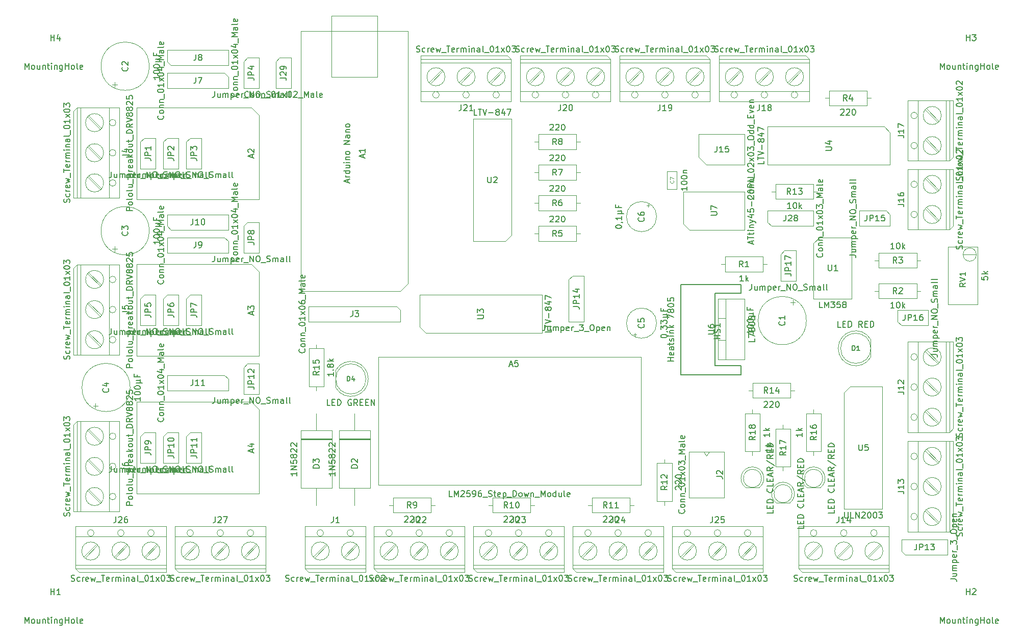
<source format=gbr>
G04 #@! TF.GenerationSoftware,KiCad,Pcbnew,(5.0.2)-1*
G04 #@! TF.CreationDate,2019-11-07T20:44:56+01:00*
G04 #@! TF.ProjectId,MPCNC Nano Estlcam Shield,4d50434e-4320-44e6-916e-6f204573746c,1.4*
G04 #@! TF.SameCoordinates,Original*
G04 #@! TF.FileFunction,Other,Fab,Top*
%FSLAX46Y46*%
G04 Gerber Fmt 4.6, Leading zero omitted, Abs format (unit mm)*
G04 Created by KiCad (PCBNEW (5.0.2)-1) date 07.11.2019 20:44:56*
%MOMM*%
%LPD*%
G01*
G04 APERTURE LIST*
%ADD10C,0.100000*%
%ADD11C,0.150000*%
%ADD12C,0.200000*%
%ADD13C,0.090000*%
G04 APERTURE END LIST*
D10*
G04 #@! TO.C,D7*
X180353810Y-119990000D02*
X182686190Y-119990000D01*
X183020000Y-118490000D02*
G75*
G03X183020000Y-118490000I-1500000J0D01*
G01*
X182685476Y-119990555D02*
G75*
G03X180353810Y-119990000I-1165476J1500555D01*
G01*
G04 #@! TO.C,D6*
X185433810Y-122530000D02*
X187766190Y-122530000D01*
X188100000Y-121030000D02*
G75*
G03X188100000Y-121030000I-1500000J0D01*
G01*
X187765476Y-122530555D02*
G75*
G03X185433810Y-122530000I-1165476J1500555D01*
G01*
G04 #@! TO.C,D5*
X190513810Y-119990000D02*
X192846190Y-119990000D01*
X193180000Y-118490000D02*
G75*
G03X193180000Y-118490000I-1500000J0D01*
G01*
X192845476Y-119990555D02*
G75*
G03X190513810Y-119990000I-1165476J1500555D01*
G01*
G04 #@! TO.C,D4*
X112345000Y-100510306D02*
X112345000Y-103449694D01*
X117345000Y-101980000D02*
G75*
G03X117345000Y-101980000I-2500000J0D01*
G01*
X112344984Y-103449666D02*
G75*
G03X112345000Y-100510306I2500016J1469666D01*
G01*
G04 #@! TO.C,D1*
X201165000Y-98369694D02*
X201165000Y-95430306D01*
X201165000Y-96900000D02*
G75*
G03X201165000Y-96900000I-2500000J0D01*
G01*
X201165016Y-95430334D02*
G75*
G03X201165000Y-98369694I-2500016J-1469666D01*
G01*
G04 #@! TO.C,U6*
X175830000Y-91875000D02*
X177100000Y-91875000D01*
X175830000Y-95575000D02*
X177100000Y-95575000D01*
X177100000Y-98725000D02*
X177100000Y-88725000D01*
X175830000Y-88725000D02*
X175830000Y-98725000D01*
X180230000Y-88725000D02*
X175830000Y-88725000D01*
X180230000Y-98725000D02*
X180230000Y-88725000D01*
X175830000Y-98725000D02*
X180230000Y-98725000D01*
G04 #@! TO.C,C6*
X164442500Y-73156395D02*
X163942500Y-73156395D01*
X164192500Y-72906395D02*
X164192500Y-73406395D01*
X165605000Y-75040000D02*
G75*
G03X165605000Y-75040000I-2500000J0D01*
G01*
G04 #@! TO.C,C5*
X161767500Y-94608605D02*
X162267500Y-94608605D01*
X162017500Y-94858605D02*
X162017500Y-94358605D01*
X165605000Y-92725000D02*
G75*
G03X165605000Y-92725000I-2500000J0D01*
G01*
G04 #@! TO.C,C7*
X167385000Y-67480000D02*
X167385000Y-70480000D01*
X168985000Y-67480000D02*
X167385000Y-67480000D01*
X168985000Y-70480000D02*
X168985000Y-67480000D01*
X167385000Y-70480000D02*
X168985000Y-70480000D01*
G04 #@! TO.C,A5*
X119395000Y-98325000D02*
X119395000Y-119625000D01*
X162995000Y-119625000D02*
X119395000Y-119625000D01*
X162995000Y-98325000D02*
X162995000Y-119625000D01*
X119395000Y-98325000D02*
X162995000Y-98325000D01*
G04 #@! TO.C,R7*
X145325000Y-67690000D02*
X145985000Y-67690000D01*
X152945000Y-67690000D02*
X152285000Y-67690000D01*
X145985000Y-68940000D02*
X152285000Y-68940000D01*
X145985000Y-66440000D02*
X145985000Y-68940000D01*
X152285000Y-66440000D02*
X145985000Y-66440000D01*
X152285000Y-68940000D02*
X152285000Y-66440000D01*
G04 #@! TO.C,R8*
X145325000Y-62610000D02*
X145985000Y-62610000D01*
X152945000Y-62610000D02*
X152285000Y-62610000D01*
X145985000Y-63860000D02*
X152285000Y-63860000D01*
X145985000Y-61360000D02*
X145985000Y-63860000D01*
X152285000Y-61360000D02*
X145985000Y-61360000D01*
X152285000Y-63860000D02*
X152285000Y-61360000D01*
G04 #@! TO.C,C1*
X190473000Y-92300000D02*
G75*
G03X190473000Y-92300000I-4000000J0D01*
G01*
X188220500Y-88873241D02*
X188220500Y-89673241D01*
X188620500Y-89273241D02*
X187820500Y-89273241D01*
G04 #@! TO.C,C3*
X81380000Y-77370000D02*
G75*
G03X81380000Y-77370000I-4000000J0D01*
G01*
X75632500Y-80796759D02*
X75632500Y-79996759D01*
X75232500Y-80396759D02*
X76032500Y-80396759D01*
G04 #@! TO.C,C4*
X78205000Y-103405000D02*
G75*
G03X78205000Y-103405000I-4000000J0D01*
G01*
X72457500Y-106831759D02*
X72457500Y-106031759D01*
X72057500Y-106431759D02*
X72857500Y-106431759D01*
G04 #@! TO.C,C2*
X81380000Y-50065000D02*
G75*
G03X81380000Y-50065000I-4000000J0D01*
G01*
X75632500Y-53491759D02*
X75632500Y-52691759D01*
X75232500Y-53091759D02*
X76032500Y-53091759D01*
G04 #@! TO.C,U5*
X196760000Y-104250000D02*
X197760000Y-103250000D01*
X196760000Y-123570000D02*
X196760000Y-104250000D01*
X203110000Y-123570000D02*
X196760000Y-123570000D01*
X203110000Y-103250000D02*
X203110000Y-123570000D01*
X197760000Y-103250000D02*
X203110000Y-103250000D01*
G04 #@! TO.C,U2*
X141515000Y-78120000D02*
X140515000Y-79120000D01*
X141515000Y-58800000D02*
X141515000Y-78120000D01*
X135165000Y-58800000D02*
X141515000Y-58800000D01*
X135165000Y-79120000D02*
X135165000Y-58800000D01*
X140515000Y-79120000D02*
X135165000Y-79120000D01*
G04 #@! TO.C,U3*
X127275000Y-94360000D02*
X126275000Y-93360000D01*
X146595000Y-94360000D02*
X127275000Y-94360000D01*
X146595000Y-88010000D02*
X146595000Y-94360000D01*
X126275000Y-88010000D02*
X146595000Y-88010000D01*
X126275000Y-93360000D02*
X126275000Y-88010000D01*
G04 #@! TO.C,U4*
X203380000Y-60070000D02*
X204380000Y-61070000D01*
X184060000Y-60070000D02*
X203380000Y-60070000D01*
X184060000Y-66420000D02*
X184060000Y-60070000D01*
X204380000Y-66420000D02*
X184060000Y-66420000D01*
X204380000Y-61070000D02*
X204380000Y-66420000D01*
G04 #@! TO.C,U7*
X171090000Y-77215000D02*
X170090000Y-76215000D01*
X180250000Y-77215000D02*
X171090000Y-77215000D01*
X180250000Y-70865000D02*
X180250000Y-77215000D01*
X170090000Y-70865000D02*
X180250000Y-70865000D01*
X170090000Y-76215000D02*
X170090000Y-70865000D01*
G04 #@! TO.C,U1*
X191680000Y-79485000D02*
X192680000Y-78485000D01*
X191680000Y-88645000D02*
X191680000Y-79485000D01*
X198030000Y-88645000D02*
X191680000Y-88645000D01*
X198030000Y-78485000D02*
X198030000Y-88645000D01*
X192680000Y-78485000D02*
X198030000Y-78485000D01*
G04 #@! TO.C,D2*
X118080000Y-110565000D02*
X112880000Y-110565000D01*
X112880000Y-110565000D02*
X112880000Y-120065000D01*
X112880000Y-120065000D02*
X118080000Y-120065000D01*
X118080000Y-120065000D02*
X118080000Y-110565000D01*
X115480000Y-107695000D02*
X115480000Y-110565000D01*
X115480000Y-122935000D02*
X115480000Y-120065000D01*
X118080000Y-111990000D02*
X112880000Y-111990000D01*
X118080000Y-112090000D02*
X112880000Y-112090000D01*
X118080000Y-111890000D02*
X112880000Y-111890000D01*
G04 #@! TO.C,D3*
X111730000Y-110565000D02*
X106530000Y-110565000D01*
X106530000Y-110565000D02*
X106530000Y-120065000D01*
X106530000Y-120065000D02*
X111730000Y-120065000D01*
X111730000Y-120065000D02*
X111730000Y-110565000D01*
X109130000Y-107695000D02*
X109130000Y-110565000D01*
X109130000Y-122935000D02*
X109130000Y-120065000D01*
X111730000Y-111990000D02*
X106530000Y-111990000D01*
X111730000Y-112090000D02*
X106530000Y-112090000D01*
X111730000Y-111890000D02*
X106530000Y-111890000D01*
G04 #@! TO.C,R12*
X166915000Y-115315000D02*
X166915000Y-115975000D01*
X166915000Y-122935000D02*
X166915000Y-122275000D01*
X165665000Y-115975000D02*
X165665000Y-122275000D01*
X168165000Y-115975000D02*
X165665000Y-115975000D01*
X168165000Y-122275000D02*
X168165000Y-115975000D01*
X165665000Y-122275000D02*
X168165000Y-122275000D01*
G04 #@! TO.C,R4*
X201205000Y-55350000D02*
X200545000Y-55350000D01*
X193585000Y-55350000D02*
X194245000Y-55350000D01*
X200545000Y-54100000D02*
X194245000Y-54100000D01*
X200545000Y-56600000D02*
X200545000Y-54100000D01*
X194245000Y-56600000D02*
X200545000Y-56600000D01*
X194245000Y-54100000D02*
X194245000Y-56600000D01*
G04 #@! TO.C,R2*
X209460000Y-87375000D02*
X208800000Y-87375000D01*
X201840000Y-87375000D02*
X202500000Y-87375000D01*
X208800000Y-86125000D02*
X202500000Y-86125000D01*
X208800000Y-88625000D02*
X208800000Y-86125000D01*
X202500000Y-88625000D02*
X208800000Y-88625000D01*
X202500000Y-86125000D02*
X202500000Y-88625000D01*
G04 #@! TO.C,R1*
X183933000Y-82930000D02*
X183273000Y-82930000D01*
X176313000Y-82930000D02*
X176973000Y-82930000D01*
X183273000Y-81680000D02*
X176973000Y-81680000D01*
X183273000Y-84180000D02*
X183273000Y-81680000D01*
X176973000Y-84180000D02*
X183273000Y-84180000D01*
X176973000Y-81680000D02*
X176973000Y-84180000D01*
G04 #@! TO.C,R5*
X145325000Y-77850000D02*
X145985000Y-77850000D01*
X152945000Y-77850000D02*
X152285000Y-77850000D01*
X145985000Y-79100000D02*
X152285000Y-79100000D01*
X145985000Y-76600000D02*
X145985000Y-79100000D01*
X152285000Y-76600000D02*
X145985000Y-76600000D01*
X152285000Y-79100000D02*
X152285000Y-76600000D01*
G04 #@! TO.C,R6*
X145325000Y-72770000D02*
X145985000Y-72770000D01*
X152945000Y-72770000D02*
X152285000Y-72770000D01*
X145985000Y-74020000D02*
X152285000Y-74020000D01*
X145985000Y-71520000D02*
X145985000Y-74020000D01*
X152285000Y-71520000D02*
X145985000Y-71520000D01*
X152285000Y-74020000D02*
X152285000Y-71520000D01*
G04 #@! TO.C,R9*
X128815000Y-122935000D02*
X128155000Y-122935000D01*
X121195000Y-122935000D02*
X121855000Y-122935000D01*
X128155000Y-121685000D02*
X121855000Y-121685000D01*
X128155000Y-124185000D02*
X128155000Y-121685000D01*
X121855000Y-124185000D02*
X128155000Y-124185000D01*
X121855000Y-121685000D02*
X121855000Y-124185000D01*
G04 #@! TO.C,R11*
X161835000Y-122935000D02*
X161175000Y-122935000D01*
X154215000Y-122935000D02*
X154875000Y-122935000D01*
X161175000Y-121685000D02*
X154875000Y-121685000D01*
X161175000Y-124185000D02*
X161175000Y-121685000D01*
X154875000Y-124185000D02*
X161175000Y-124185000D01*
X154875000Y-121685000D02*
X154875000Y-124185000D01*
G04 #@! TO.C,R13*
X192315000Y-70865000D02*
X191655000Y-70865000D01*
X184695000Y-70865000D02*
X185355000Y-70865000D01*
X191655000Y-69615000D02*
X185355000Y-69615000D01*
X191655000Y-72115000D02*
X191655000Y-69615000D01*
X185355000Y-72115000D02*
X191655000Y-72115000D01*
X185355000Y-69615000D02*
X185355000Y-72115000D01*
G04 #@! TO.C,R14*
X188505000Y-103885000D02*
X187845000Y-103885000D01*
X180885000Y-103885000D02*
X181545000Y-103885000D01*
X187845000Y-102635000D02*
X181545000Y-102635000D01*
X187845000Y-105135000D02*
X187845000Y-102635000D01*
X181545000Y-105135000D02*
X187845000Y-105135000D01*
X181545000Y-102635000D02*
X181545000Y-105135000D01*
G04 #@! TO.C,R15*
X109130000Y-96265000D02*
X109130000Y-96925000D01*
X109130000Y-103885000D02*
X109130000Y-103225000D01*
X107880000Y-96925000D02*
X107880000Y-103225000D01*
X110380000Y-96925000D02*
X107880000Y-96925000D01*
X110380000Y-103225000D02*
X110380000Y-96925000D01*
X107880000Y-103225000D02*
X110380000Y-103225000D01*
G04 #@! TO.C,R16*
X191680000Y-114680000D02*
X191680000Y-114020000D01*
X191680000Y-107060000D02*
X191680000Y-107720000D01*
X192930000Y-114020000D02*
X192930000Y-107720000D01*
X190430000Y-114020000D02*
X192930000Y-114020000D01*
X190430000Y-107720000D02*
X190430000Y-114020000D01*
X192930000Y-107720000D02*
X190430000Y-107720000D01*
G04 #@! TO.C,R17*
X186600000Y-117220000D02*
X186600000Y-116560000D01*
X186600000Y-109600000D02*
X186600000Y-110260000D01*
X187850000Y-116560000D02*
X187850000Y-110260000D01*
X185350000Y-116560000D02*
X187850000Y-116560000D01*
X185350000Y-110260000D02*
X185350000Y-116560000D01*
X187850000Y-110260000D02*
X185350000Y-110260000D01*
G04 #@! TO.C,R18*
X181520000Y-107060000D02*
X181520000Y-107720000D01*
X181520000Y-114680000D02*
X181520000Y-114020000D01*
X180270000Y-107720000D02*
X180270000Y-114020000D01*
X182770000Y-107720000D02*
X180270000Y-107720000D01*
X182770000Y-114020000D02*
X182770000Y-107720000D01*
X180270000Y-114020000D02*
X182770000Y-114020000D01*
G04 #@! TO.C,R3*
X201840000Y-82295000D02*
X202500000Y-82295000D01*
X209460000Y-82295000D02*
X208800000Y-82295000D01*
X202500000Y-83545000D02*
X208800000Y-83545000D01*
X202500000Y-81045000D02*
X202500000Y-83545000D01*
X208800000Y-81045000D02*
X202500000Y-81045000D01*
X208800000Y-83545000D02*
X208800000Y-81045000D01*
G04 #@! TO.C,R10*
X145325000Y-122935000D02*
X144665000Y-122935000D01*
X137705000Y-122935000D02*
X138365000Y-122935000D01*
X144665000Y-121685000D02*
X138365000Y-121685000D01*
X144665000Y-124185000D02*
X144665000Y-121685000D01*
X138365000Y-124185000D02*
X144665000Y-124185000D01*
X138365000Y-121685000D02*
X138365000Y-124185000D01*
G04 #@! TO.C,RV1*
X218680000Y-81340000D02*
X216511000Y-81339000D01*
X218680000Y-81340000D02*
X216511000Y-81339000D01*
X214035000Y-80070000D02*
X214035000Y-89600000D01*
X218865000Y-80070000D02*
X214035000Y-80070000D01*
X218865000Y-89600000D02*
X218865000Y-80070000D01*
X214035000Y-89600000D02*
X218865000Y-89600000D01*
X218690000Y-81340000D02*
G75*
G03X218690000Y-81340000I-1095000J0D01*
G01*
G04 #@! TO.C,A1*
X106590000Y-87375000D02*
X106590000Y-44195000D01*
X123100000Y-87375000D02*
X106590000Y-87375000D01*
X124370000Y-86105000D02*
X123100000Y-87375000D01*
X124370000Y-44195000D02*
X124370000Y-86105000D01*
X106590000Y-44195000D02*
X124370000Y-44195000D01*
X119290000Y-41655000D02*
X119290000Y-51815000D01*
X111670000Y-41655000D02*
X119290000Y-41655000D01*
X111670000Y-51815000D02*
X111670000Y-41655000D01*
X119290000Y-51815000D02*
X111670000Y-51815000D01*
G04 #@! TO.C,A4*
X79285000Y-105790000D02*
X98335000Y-105790000D01*
X79285000Y-121030000D02*
X79285000Y-105790000D01*
X99605000Y-121030000D02*
X79285000Y-121030000D01*
X99605000Y-107060000D02*
X99605000Y-121030000D01*
X98335000Y-105790000D02*
X99605000Y-107060000D01*
G04 #@! TO.C,A3*
X79285000Y-82930000D02*
X98335000Y-82930000D01*
X79285000Y-98170000D02*
X79285000Y-82930000D01*
X99605000Y-98170000D02*
X79285000Y-98170000D01*
X99605000Y-84200000D02*
X99605000Y-98170000D01*
X98335000Y-82930000D02*
X99605000Y-84200000D01*
G04 #@! TO.C,A2*
X79285000Y-56895000D02*
X98335000Y-56895000D01*
X79285000Y-72135000D02*
X79285000Y-56895000D01*
X99605000Y-72135000D02*
X79285000Y-72135000D01*
X99605000Y-58165000D02*
X99605000Y-72135000D01*
X98335000Y-56895000D02*
X99605000Y-58165000D01*
G04 #@! TO.C,J27*
X89675000Y-130555000D02*
G75*
G03X89675000Y-130555000I-1500000J0D01*
G01*
X88725000Y-127555000D02*
G75*
G03X88725000Y-127555000I-550000J0D01*
G01*
X94675000Y-130555000D02*
G75*
G03X94675000Y-130555000I-1500000J0D01*
G01*
X93725000Y-127555000D02*
G75*
G03X93725000Y-127555000I-550000J0D01*
G01*
X99675000Y-130555000D02*
G75*
G03X99675000Y-130555000I-1500000J0D01*
G01*
X98725000Y-127555000D02*
G75*
G03X98725000Y-127555000I-550000J0D01*
G01*
X85675000Y-126455000D02*
X100675000Y-126455000D01*
X100675000Y-126455000D02*
X100675000Y-134055000D01*
X100675000Y-134055000D02*
X86275000Y-134055000D01*
X86275000Y-134055000D02*
X85675000Y-133455000D01*
X85675000Y-133455000D02*
X85675000Y-126455000D01*
X85675000Y-133455000D02*
X100675000Y-133455000D01*
X85675000Y-132855000D02*
X100675000Y-132855000D01*
X85675000Y-128155000D02*
X100675000Y-128155000D01*
X89313000Y-129600000D02*
X87220000Y-131693000D01*
X89130000Y-129417000D02*
X87037000Y-131510000D01*
X94313000Y-129600000D02*
X92221000Y-131693000D01*
X94130000Y-129417000D02*
X92038000Y-131510000D01*
X99313000Y-129600000D02*
X97221000Y-131693000D01*
X99130000Y-129417000D02*
X97038000Y-131510000D01*
D11*
G04 #@! TO.C,HS1*
X179615000Y-99775000D02*
X175315000Y-99775000D01*
X175315000Y-99775000D02*
X175315000Y-87775000D01*
X175315000Y-87775000D02*
X179615000Y-87775000D01*
X179615000Y-87775000D02*
X179615000Y-86275000D01*
X179615000Y-86275000D02*
X169615000Y-86275000D01*
X169615000Y-86275000D02*
X169615000Y-101275000D01*
X169615000Y-101275000D02*
X179615000Y-101275000D01*
X179615000Y-101275000D02*
X179615000Y-99775000D01*
D10*
G04 #@! TO.C,J17*
X210227000Y-57290000D02*
X212320000Y-59382000D01*
X210410000Y-57107000D02*
X212503000Y-59199000D01*
X210227000Y-62290000D02*
X212320000Y-64383000D01*
X210410000Y-62107000D02*
X212503000Y-64200000D01*
X208965000Y-65745000D02*
X208965000Y-55745000D01*
X213665000Y-65745000D02*
X213665000Y-55745000D01*
X214265000Y-65745000D02*
X214265000Y-55745000D01*
X214265000Y-65745000D02*
X207265000Y-65745000D01*
X214865000Y-65145000D02*
X214265000Y-65745000D01*
X214865000Y-55745000D02*
X214865000Y-65145000D01*
X207265000Y-55745000D02*
X214865000Y-55745000D01*
X207265000Y-65745000D02*
X207265000Y-55745000D01*
X208915000Y-58245000D02*
G75*
G03X208915000Y-58245000I-550000J0D01*
G01*
X212865000Y-58245000D02*
G75*
G03X212865000Y-58245000I-1500000J0D01*
G01*
X208915000Y-63245000D02*
G75*
G03X208915000Y-63245000I-550000J0D01*
G01*
X212865000Y-63245000D02*
G75*
G03X212865000Y-63245000I-1500000J0D01*
G01*
G04 #@! TO.C,J16*
X210227000Y-68720000D02*
X212320000Y-70812000D01*
X210410000Y-68537000D02*
X212503000Y-70629000D01*
X210227000Y-73720000D02*
X212320000Y-75813000D01*
X210410000Y-73537000D02*
X212503000Y-75630000D01*
X208965000Y-77175000D02*
X208965000Y-67175000D01*
X213665000Y-77175000D02*
X213665000Y-67175000D01*
X214265000Y-77175000D02*
X214265000Y-67175000D01*
X214265000Y-77175000D02*
X207265000Y-77175000D01*
X214865000Y-76575000D02*
X214265000Y-77175000D01*
X214865000Y-67175000D02*
X214865000Y-76575000D01*
X207265000Y-67175000D02*
X214865000Y-67175000D01*
X207265000Y-77175000D02*
X207265000Y-67175000D01*
X208915000Y-69675000D02*
G75*
G03X208915000Y-69675000I-550000J0D01*
G01*
X212865000Y-69675000D02*
G75*
G03X212865000Y-69675000I-1500000J0D01*
G01*
X208915000Y-74675000D02*
G75*
G03X208915000Y-74675000I-550000J0D01*
G01*
X212865000Y-74675000D02*
G75*
G03X212865000Y-74675000I-1500000J0D01*
G01*
G04 #@! TO.C,J1*
X115720000Y-129417000D02*
X113628000Y-131510000D01*
X115903000Y-129600000D02*
X113811000Y-131693000D01*
X110720000Y-129417000D02*
X108627000Y-131510000D01*
X110903000Y-129600000D02*
X108810000Y-131693000D01*
X107265000Y-128155000D02*
X117265000Y-128155000D01*
X107265000Y-132855000D02*
X117265000Y-132855000D01*
X107265000Y-133455000D02*
X117265000Y-133455000D01*
X107265000Y-133455000D02*
X107265000Y-126455000D01*
X107865000Y-134055000D02*
X107265000Y-133455000D01*
X117265000Y-134055000D02*
X107865000Y-134055000D01*
X117265000Y-126455000D02*
X117265000Y-134055000D01*
X107265000Y-126455000D02*
X117265000Y-126455000D01*
X115315000Y-127555000D02*
G75*
G03X115315000Y-127555000I-550000J0D01*
G01*
X116265000Y-130555000D02*
G75*
G03X116265000Y-130555000I-1500000J0D01*
G01*
X110315000Y-127555000D02*
G75*
G03X110315000Y-127555000I-550000J0D01*
G01*
X111265000Y-130555000D02*
G75*
G03X111265000Y-130555000I-1500000J0D01*
G01*
G04 #@! TO.C,J22*
X122695000Y-130555000D02*
G75*
G03X122695000Y-130555000I-1500000J0D01*
G01*
X121745000Y-127555000D02*
G75*
G03X121745000Y-127555000I-550000J0D01*
G01*
X127695000Y-130555000D02*
G75*
G03X127695000Y-130555000I-1500000J0D01*
G01*
X126745000Y-127555000D02*
G75*
G03X126745000Y-127555000I-550000J0D01*
G01*
X132695000Y-130555000D02*
G75*
G03X132695000Y-130555000I-1500000J0D01*
G01*
X131745000Y-127555000D02*
G75*
G03X131745000Y-127555000I-550000J0D01*
G01*
X118695000Y-126455000D02*
X133695000Y-126455000D01*
X133695000Y-126455000D02*
X133695000Y-134055000D01*
X133695000Y-134055000D02*
X119295000Y-134055000D01*
X119295000Y-134055000D02*
X118695000Y-133455000D01*
X118695000Y-133455000D02*
X118695000Y-126455000D01*
X118695000Y-133455000D02*
X133695000Y-133455000D01*
X118695000Y-132855000D02*
X133695000Y-132855000D01*
X118695000Y-128155000D02*
X133695000Y-128155000D01*
X122333000Y-129600000D02*
X120240000Y-131693000D01*
X122150000Y-129417000D02*
X120057000Y-131510000D01*
X127333000Y-129600000D02*
X125241000Y-131693000D01*
X127150000Y-129417000D02*
X125058000Y-131510000D01*
X132333000Y-129600000D02*
X130241000Y-131693000D01*
X132150000Y-129417000D02*
X130058000Y-131510000D01*
G04 #@! TO.C,J13*
X212865000Y-124840000D02*
G75*
G03X212865000Y-124840000I-1500000J0D01*
G01*
X208915000Y-124840000D02*
G75*
G03X208915000Y-124840000I-550000J0D01*
G01*
X212865000Y-119840000D02*
G75*
G03X212865000Y-119840000I-1500000J0D01*
G01*
X208915000Y-119840000D02*
G75*
G03X208915000Y-119840000I-550000J0D01*
G01*
X212865000Y-114840000D02*
G75*
G03X212865000Y-114840000I-1500000J0D01*
G01*
X208915000Y-114840000D02*
G75*
G03X208915000Y-114840000I-550000J0D01*
G01*
X207265000Y-127340000D02*
X207265000Y-112340000D01*
X207265000Y-112340000D02*
X214865000Y-112340000D01*
X214865000Y-112340000D02*
X214865000Y-126740000D01*
X214865000Y-126740000D02*
X214265000Y-127340000D01*
X214265000Y-127340000D02*
X207265000Y-127340000D01*
X214265000Y-127340000D02*
X214265000Y-112340000D01*
X213665000Y-127340000D02*
X213665000Y-112340000D01*
X208965000Y-127340000D02*
X208965000Y-112340000D01*
X210410000Y-123702000D02*
X212503000Y-125795000D01*
X210227000Y-123885000D02*
X212320000Y-125978000D01*
X210410000Y-118702000D02*
X212503000Y-120794000D01*
X210227000Y-118885000D02*
X212320000Y-120977000D01*
X210410000Y-113702000D02*
X212503000Y-115794000D01*
X210227000Y-113885000D02*
X212320000Y-115977000D01*
G04 #@! TO.C,J14*
X193180000Y-130555000D02*
G75*
G03X193180000Y-130555000I-1500000J0D01*
G01*
X192230000Y-127555000D02*
G75*
G03X192230000Y-127555000I-550000J0D01*
G01*
X198180000Y-130555000D02*
G75*
G03X198180000Y-130555000I-1500000J0D01*
G01*
X197230000Y-127555000D02*
G75*
G03X197230000Y-127555000I-550000J0D01*
G01*
X203180000Y-130555000D02*
G75*
G03X203180000Y-130555000I-1500000J0D01*
G01*
X202230000Y-127555000D02*
G75*
G03X202230000Y-127555000I-550000J0D01*
G01*
X189180000Y-126455000D02*
X204180000Y-126455000D01*
X204180000Y-126455000D02*
X204180000Y-134055000D01*
X204180000Y-134055000D02*
X189780000Y-134055000D01*
X189780000Y-134055000D02*
X189180000Y-133455000D01*
X189180000Y-133455000D02*
X189180000Y-126455000D01*
X189180000Y-133455000D02*
X204180000Y-133455000D01*
X189180000Y-132855000D02*
X204180000Y-132855000D01*
X189180000Y-128155000D02*
X204180000Y-128155000D01*
X192818000Y-129600000D02*
X190725000Y-131693000D01*
X192635000Y-129417000D02*
X190542000Y-131510000D01*
X197818000Y-129600000D02*
X195726000Y-131693000D01*
X197635000Y-129417000D02*
X195543000Y-131510000D01*
X202818000Y-129600000D02*
X200726000Y-131693000D01*
X202635000Y-129417000D02*
X200543000Y-131510000D01*
G04 #@! TO.C,J12*
X212865000Y-108330000D02*
G75*
G03X212865000Y-108330000I-1500000J0D01*
G01*
X208915000Y-108330000D02*
G75*
G03X208915000Y-108330000I-550000J0D01*
G01*
X212865000Y-103330000D02*
G75*
G03X212865000Y-103330000I-1500000J0D01*
G01*
X208915000Y-103330000D02*
G75*
G03X208915000Y-103330000I-550000J0D01*
G01*
X212865000Y-98330000D02*
G75*
G03X212865000Y-98330000I-1500000J0D01*
G01*
X208915000Y-98330000D02*
G75*
G03X208915000Y-98330000I-550000J0D01*
G01*
X207265000Y-110830000D02*
X207265000Y-95830000D01*
X207265000Y-95830000D02*
X214865000Y-95830000D01*
X214865000Y-95830000D02*
X214865000Y-110230000D01*
X214865000Y-110230000D02*
X214265000Y-110830000D01*
X214265000Y-110830000D02*
X207265000Y-110830000D01*
X214265000Y-110830000D02*
X214265000Y-95830000D01*
X213665000Y-110830000D02*
X213665000Y-95830000D01*
X208965000Y-110830000D02*
X208965000Y-95830000D01*
X210410000Y-107192000D02*
X212503000Y-109285000D01*
X210227000Y-107375000D02*
X212320000Y-109468000D01*
X210410000Y-102192000D02*
X212503000Y-104284000D01*
X210227000Y-102375000D02*
X212320000Y-104467000D01*
X210410000Y-97192000D02*
X212503000Y-99284000D01*
X210227000Y-97375000D02*
X212320000Y-99467000D01*
G04 #@! TO.C,J21*
X140475000Y-51815000D02*
G75*
G03X140475000Y-51815000I-1500000J0D01*
G01*
X139525000Y-54815000D02*
G75*
G03X139525000Y-54815000I-550000J0D01*
G01*
X135475000Y-51815000D02*
G75*
G03X135475000Y-51815000I-1500000J0D01*
G01*
X134525000Y-54815000D02*
G75*
G03X134525000Y-54815000I-550000J0D01*
G01*
X130475000Y-51815000D02*
G75*
G03X130475000Y-51815000I-1500000J0D01*
G01*
X129525000Y-54815000D02*
G75*
G03X129525000Y-54815000I-550000J0D01*
G01*
X141475000Y-55915000D02*
X126475000Y-55915000D01*
X126475000Y-55915000D02*
X126475000Y-48315000D01*
X126475000Y-48315000D02*
X140875000Y-48315000D01*
X140875000Y-48315000D02*
X141475000Y-48915000D01*
X141475000Y-48915000D02*
X141475000Y-55915000D01*
X141475000Y-48915000D02*
X126475000Y-48915000D01*
X141475000Y-49515000D02*
X126475000Y-49515000D01*
X141475000Y-54215000D02*
X126475000Y-54215000D01*
X137837000Y-52770000D02*
X139930000Y-50677000D01*
X138020000Y-52953000D02*
X140113000Y-50860000D01*
X132837000Y-52770000D02*
X134929000Y-50677000D01*
X133020000Y-52953000D02*
X135112000Y-50860000D01*
X127837000Y-52770000D02*
X129929000Y-50677000D01*
X128020000Y-52953000D02*
X130112000Y-50860000D01*
G04 #@! TO.C,J18*
X190005000Y-51815000D02*
G75*
G03X190005000Y-51815000I-1500000J0D01*
G01*
X189055000Y-54815000D02*
G75*
G03X189055000Y-54815000I-550000J0D01*
G01*
X185005000Y-51815000D02*
G75*
G03X185005000Y-51815000I-1500000J0D01*
G01*
X184055000Y-54815000D02*
G75*
G03X184055000Y-54815000I-550000J0D01*
G01*
X180005000Y-51815000D02*
G75*
G03X180005000Y-51815000I-1500000J0D01*
G01*
X179055000Y-54815000D02*
G75*
G03X179055000Y-54815000I-550000J0D01*
G01*
X191005000Y-55915000D02*
X176005000Y-55915000D01*
X176005000Y-55915000D02*
X176005000Y-48315000D01*
X176005000Y-48315000D02*
X190405000Y-48315000D01*
X190405000Y-48315000D02*
X191005000Y-48915000D01*
X191005000Y-48915000D02*
X191005000Y-55915000D01*
X191005000Y-48915000D02*
X176005000Y-48915000D01*
X191005000Y-49515000D02*
X176005000Y-49515000D01*
X191005000Y-54215000D02*
X176005000Y-54215000D01*
X187367000Y-52770000D02*
X189460000Y-50677000D01*
X187550000Y-52953000D02*
X189643000Y-50860000D01*
X182367000Y-52770000D02*
X184459000Y-50677000D01*
X182550000Y-52953000D02*
X184642000Y-50860000D01*
X177367000Y-52770000D02*
X179459000Y-50677000D01*
X177550000Y-52953000D02*
X179642000Y-50860000D01*
G04 #@! TO.C,J19*
X173495000Y-51815000D02*
G75*
G03X173495000Y-51815000I-1500000J0D01*
G01*
X172545000Y-54815000D02*
G75*
G03X172545000Y-54815000I-550000J0D01*
G01*
X168495000Y-51815000D02*
G75*
G03X168495000Y-51815000I-1500000J0D01*
G01*
X167545000Y-54815000D02*
G75*
G03X167545000Y-54815000I-550000J0D01*
G01*
X163495000Y-51815000D02*
G75*
G03X163495000Y-51815000I-1500000J0D01*
G01*
X162545000Y-54815000D02*
G75*
G03X162545000Y-54815000I-550000J0D01*
G01*
X174495000Y-55915000D02*
X159495000Y-55915000D01*
X159495000Y-55915000D02*
X159495000Y-48315000D01*
X159495000Y-48315000D02*
X173895000Y-48315000D01*
X173895000Y-48315000D02*
X174495000Y-48915000D01*
X174495000Y-48915000D02*
X174495000Y-55915000D01*
X174495000Y-48915000D02*
X159495000Y-48915000D01*
X174495000Y-49515000D02*
X159495000Y-49515000D01*
X174495000Y-54215000D02*
X159495000Y-54215000D01*
X170857000Y-52770000D02*
X172950000Y-50677000D01*
X171040000Y-52953000D02*
X173133000Y-50860000D01*
X165857000Y-52770000D02*
X167949000Y-50677000D01*
X166040000Y-52953000D02*
X168132000Y-50860000D01*
X160857000Y-52770000D02*
X162949000Y-50677000D01*
X161040000Y-52953000D02*
X163132000Y-50860000D01*
G04 #@! TO.C,J20*
X156985000Y-51815000D02*
G75*
G03X156985000Y-51815000I-1500000J0D01*
G01*
X156035000Y-54815000D02*
G75*
G03X156035000Y-54815000I-550000J0D01*
G01*
X151985000Y-51815000D02*
G75*
G03X151985000Y-51815000I-1500000J0D01*
G01*
X151035000Y-54815000D02*
G75*
G03X151035000Y-54815000I-550000J0D01*
G01*
X146985000Y-51815000D02*
G75*
G03X146985000Y-51815000I-1500000J0D01*
G01*
X146035000Y-54815000D02*
G75*
G03X146035000Y-54815000I-550000J0D01*
G01*
X157985000Y-55915000D02*
X142985000Y-55915000D01*
X142985000Y-55915000D02*
X142985000Y-48315000D01*
X142985000Y-48315000D02*
X157385000Y-48315000D01*
X157385000Y-48315000D02*
X157985000Y-48915000D01*
X157985000Y-48915000D02*
X157985000Y-55915000D01*
X157985000Y-48915000D02*
X142985000Y-48915000D01*
X157985000Y-49515000D02*
X142985000Y-49515000D01*
X157985000Y-54215000D02*
X142985000Y-54215000D01*
X154347000Y-52770000D02*
X156440000Y-50677000D01*
X154530000Y-52953000D02*
X156623000Y-50860000D01*
X149347000Y-52770000D02*
X151439000Y-50677000D01*
X149530000Y-52953000D02*
X151622000Y-50860000D01*
X144347000Y-52770000D02*
X146439000Y-50677000D01*
X144530000Y-52953000D02*
X146622000Y-50860000D01*
G04 #@! TO.C,J24*
X155715000Y-130555000D02*
G75*
G03X155715000Y-130555000I-1500000J0D01*
G01*
X154765000Y-127555000D02*
G75*
G03X154765000Y-127555000I-550000J0D01*
G01*
X160715000Y-130555000D02*
G75*
G03X160715000Y-130555000I-1500000J0D01*
G01*
X159765000Y-127555000D02*
G75*
G03X159765000Y-127555000I-550000J0D01*
G01*
X165715000Y-130555000D02*
G75*
G03X165715000Y-130555000I-1500000J0D01*
G01*
X164765000Y-127555000D02*
G75*
G03X164765000Y-127555000I-550000J0D01*
G01*
X151715000Y-126455000D02*
X166715000Y-126455000D01*
X166715000Y-126455000D02*
X166715000Y-134055000D01*
X166715000Y-134055000D02*
X152315000Y-134055000D01*
X152315000Y-134055000D02*
X151715000Y-133455000D01*
X151715000Y-133455000D02*
X151715000Y-126455000D01*
X151715000Y-133455000D02*
X166715000Y-133455000D01*
X151715000Y-132855000D02*
X166715000Y-132855000D01*
X151715000Y-128155000D02*
X166715000Y-128155000D01*
X155353000Y-129600000D02*
X153260000Y-131693000D01*
X155170000Y-129417000D02*
X153077000Y-131510000D01*
X160353000Y-129600000D02*
X158261000Y-131693000D01*
X160170000Y-129417000D02*
X158078000Y-131510000D01*
X165353000Y-129600000D02*
X163261000Y-131693000D01*
X165170000Y-129417000D02*
X163078000Y-131510000D01*
G04 #@! TO.C,J25*
X172225000Y-130555000D02*
G75*
G03X172225000Y-130555000I-1500000J0D01*
G01*
X171275000Y-127555000D02*
G75*
G03X171275000Y-127555000I-550000J0D01*
G01*
X177225000Y-130555000D02*
G75*
G03X177225000Y-130555000I-1500000J0D01*
G01*
X176275000Y-127555000D02*
G75*
G03X176275000Y-127555000I-550000J0D01*
G01*
X182225000Y-130555000D02*
G75*
G03X182225000Y-130555000I-1500000J0D01*
G01*
X181275000Y-127555000D02*
G75*
G03X181275000Y-127555000I-550000J0D01*
G01*
X168225000Y-126455000D02*
X183225000Y-126455000D01*
X183225000Y-126455000D02*
X183225000Y-134055000D01*
X183225000Y-134055000D02*
X168825000Y-134055000D01*
X168825000Y-134055000D02*
X168225000Y-133455000D01*
X168225000Y-133455000D02*
X168225000Y-126455000D01*
X168225000Y-133455000D02*
X183225000Y-133455000D01*
X168225000Y-132855000D02*
X183225000Y-132855000D01*
X168225000Y-128155000D02*
X183225000Y-128155000D01*
X171863000Y-129600000D02*
X169770000Y-131693000D01*
X171680000Y-129417000D02*
X169587000Y-131510000D01*
X176863000Y-129600000D02*
X174771000Y-131693000D01*
X176680000Y-129417000D02*
X174588000Y-131510000D01*
X181863000Y-129600000D02*
X179771000Y-131693000D01*
X181680000Y-129417000D02*
X179588000Y-131510000D01*
G04 #@! TO.C,J4*
X73800000Y-59435000D02*
G75*
G03X73800000Y-59435000I-1500000J0D01*
G01*
X75850000Y-59435000D02*
G75*
G03X75850000Y-59435000I-550000J0D01*
G01*
X73800000Y-64435000D02*
G75*
G03X73800000Y-64435000I-1500000J0D01*
G01*
X75850000Y-64435000D02*
G75*
G03X75850000Y-64435000I-550000J0D01*
G01*
X73800000Y-69435000D02*
G75*
G03X73800000Y-69435000I-1500000J0D01*
G01*
X75850000Y-69435000D02*
G75*
G03X75850000Y-69435000I-550000J0D01*
G01*
X76400000Y-56935000D02*
X76400000Y-71935000D01*
X76400000Y-71935000D02*
X68800000Y-71935000D01*
X68800000Y-71935000D02*
X68800000Y-57535000D01*
X68800000Y-57535000D02*
X69400000Y-56935000D01*
X69400000Y-56935000D02*
X76400000Y-56935000D01*
X69400000Y-56935000D02*
X69400000Y-71935000D01*
X70000000Y-56935000D02*
X70000000Y-71935000D01*
X74700000Y-56935000D02*
X74700000Y-71935000D01*
X73255000Y-60573000D02*
X71162000Y-58480000D01*
X73438000Y-60390000D02*
X71345000Y-58297000D01*
X73255000Y-65573000D02*
X71162000Y-63481000D01*
X73438000Y-65390000D02*
X71345000Y-63298000D01*
X73255000Y-70573000D02*
X71162000Y-68481000D01*
X73438000Y-70390000D02*
X71345000Y-68298000D01*
G04 #@! TO.C,J5*
X73800000Y-85470000D02*
G75*
G03X73800000Y-85470000I-1500000J0D01*
G01*
X75850000Y-85470000D02*
G75*
G03X75850000Y-85470000I-550000J0D01*
G01*
X73800000Y-90470000D02*
G75*
G03X73800000Y-90470000I-1500000J0D01*
G01*
X75850000Y-90470000D02*
G75*
G03X75850000Y-90470000I-550000J0D01*
G01*
X73800000Y-95470000D02*
G75*
G03X73800000Y-95470000I-1500000J0D01*
G01*
X75850000Y-95470000D02*
G75*
G03X75850000Y-95470000I-550000J0D01*
G01*
X76400000Y-82970000D02*
X76400000Y-97970000D01*
X76400000Y-97970000D02*
X68800000Y-97970000D01*
X68800000Y-97970000D02*
X68800000Y-83570000D01*
X68800000Y-83570000D02*
X69400000Y-82970000D01*
X69400000Y-82970000D02*
X76400000Y-82970000D01*
X69400000Y-82970000D02*
X69400000Y-97970000D01*
X70000000Y-82970000D02*
X70000000Y-97970000D01*
X74700000Y-82970000D02*
X74700000Y-97970000D01*
X73255000Y-86608000D02*
X71162000Y-84515000D01*
X73438000Y-86425000D02*
X71345000Y-84332000D01*
X73255000Y-91608000D02*
X71162000Y-89516000D01*
X73438000Y-91425000D02*
X71345000Y-89333000D01*
X73255000Y-96608000D02*
X71162000Y-94516000D01*
X73438000Y-96425000D02*
X71345000Y-94333000D01*
G04 #@! TO.C,J6*
X73800000Y-111505000D02*
G75*
G03X73800000Y-111505000I-1500000J0D01*
G01*
X75850000Y-111505000D02*
G75*
G03X75850000Y-111505000I-550000J0D01*
G01*
X73800000Y-116505000D02*
G75*
G03X73800000Y-116505000I-1500000J0D01*
G01*
X75850000Y-116505000D02*
G75*
G03X75850000Y-116505000I-550000J0D01*
G01*
X73800000Y-121505000D02*
G75*
G03X73800000Y-121505000I-1500000J0D01*
G01*
X75850000Y-121505000D02*
G75*
G03X75850000Y-121505000I-550000J0D01*
G01*
X76400000Y-109005000D02*
X76400000Y-124005000D01*
X76400000Y-124005000D02*
X68800000Y-124005000D01*
X68800000Y-124005000D02*
X68800000Y-109605000D01*
X68800000Y-109605000D02*
X69400000Y-109005000D01*
X69400000Y-109005000D02*
X76400000Y-109005000D01*
X69400000Y-109005000D02*
X69400000Y-124005000D01*
X70000000Y-109005000D02*
X70000000Y-124005000D01*
X74700000Y-109005000D02*
X74700000Y-124005000D01*
X73255000Y-112643000D02*
X71162000Y-110550000D01*
X73438000Y-112460000D02*
X71345000Y-110367000D01*
X73255000Y-117643000D02*
X71162000Y-115551000D01*
X73438000Y-117460000D02*
X71345000Y-115368000D01*
X73255000Y-122643000D02*
X71162000Y-120551000D01*
X73438000Y-122460000D02*
X71345000Y-120368000D01*
G04 #@! TO.C,J23*
X139205000Y-130555000D02*
G75*
G03X139205000Y-130555000I-1500000J0D01*
G01*
X138255000Y-127555000D02*
G75*
G03X138255000Y-127555000I-550000J0D01*
G01*
X144205000Y-130555000D02*
G75*
G03X144205000Y-130555000I-1500000J0D01*
G01*
X143255000Y-127555000D02*
G75*
G03X143255000Y-127555000I-550000J0D01*
G01*
X149205000Y-130555000D02*
G75*
G03X149205000Y-130555000I-1500000J0D01*
G01*
X148255000Y-127555000D02*
G75*
G03X148255000Y-127555000I-550000J0D01*
G01*
X135205000Y-126455000D02*
X150205000Y-126455000D01*
X150205000Y-126455000D02*
X150205000Y-134055000D01*
X150205000Y-134055000D02*
X135805000Y-134055000D01*
X135805000Y-134055000D02*
X135205000Y-133455000D01*
X135205000Y-133455000D02*
X135205000Y-126455000D01*
X135205000Y-133455000D02*
X150205000Y-133455000D01*
X135205000Y-132855000D02*
X150205000Y-132855000D01*
X135205000Y-128155000D02*
X150205000Y-128155000D01*
X138843000Y-129600000D02*
X136750000Y-131693000D01*
X138660000Y-129417000D02*
X136567000Y-131510000D01*
X143843000Y-129600000D02*
X141751000Y-131693000D01*
X143660000Y-129417000D02*
X141568000Y-131510000D01*
X148843000Y-129600000D02*
X146751000Y-131693000D01*
X148660000Y-129417000D02*
X146568000Y-131510000D01*
G04 #@! TO.C,J26*
X73165000Y-130555000D02*
G75*
G03X73165000Y-130555000I-1500000J0D01*
G01*
X72215000Y-127555000D02*
G75*
G03X72215000Y-127555000I-550000J0D01*
G01*
X78165000Y-130555000D02*
G75*
G03X78165000Y-130555000I-1500000J0D01*
G01*
X77215000Y-127555000D02*
G75*
G03X77215000Y-127555000I-550000J0D01*
G01*
X83165000Y-130555000D02*
G75*
G03X83165000Y-130555000I-1500000J0D01*
G01*
X82215000Y-127555000D02*
G75*
G03X82215000Y-127555000I-550000J0D01*
G01*
X69165000Y-126455000D02*
X84165000Y-126455000D01*
X84165000Y-126455000D02*
X84165000Y-134055000D01*
X84165000Y-134055000D02*
X69765000Y-134055000D01*
X69765000Y-134055000D02*
X69165000Y-133455000D01*
X69165000Y-133455000D02*
X69165000Y-126455000D01*
X69165000Y-133455000D02*
X84165000Y-133455000D01*
X69165000Y-132855000D02*
X84165000Y-132855000D01*
X69165000Y-128155000D02*
X84165000Y-128155000D01*
X72803000Y-129600000D02*
X70710000Y-131693000D01*
X72620000Y-129417000D02*
X70527000Y-131510000D01*
X77803000Y-129600000D02*
X75711000Y-131693000D01*
X77620000Y-129417000D02*
X75528000Y-131510000D01*
X82803000Y-129600000D02*
X80711000Y-131693000D01*
X82620000Y-129417000D02*
X80528000Y-131510000D01*
G04 #@! TO.C,J29*
X102399000Y-49275000D02*
X103034000Y-48640000D01*
X102399000Y-53720000D02*
X102399000Y-49275000D01*
X104939000Y-53720000D02*
X102399000Y-53720000D01*
X104939000Y-48640000D02*
X104939000Y-53720000D01*
X103034000Y-48640000D02*
X104939000Y-48640000D01*
G04 #@! TO.C,J28*
X184695000Y-76580000D02*
X184060000Y-75945000D01*
X191680000Y-76580000D02*
X184695000Y-76580000D01*
X191680000Y-74040000D02*
X191680000Y-76580000D01*
X184060000Y-74040000D02*
X191680000Y-74040000D01*
X184060000Y-75945000D02*
X184060000Y-74040000D01*
G04 #@! TO.C,J15*
X173900000Y-66420000D02*
X172630000Y-65150000D01*
X180250000Y-66420000D02*
X173900000Y-66420000D01*
X180250000Y-61340000D02*
X180250000Y-66420000D01*
X172630000Y-61340000D02*
X180250000Y-61340000D01*
X172630000Y-65150000D02*
X172630000Y-61340000D01*
G04 #@! TO.C,J3*
X122465000Y-89915000D02*
X123100000Y-90550000D01*
X107860000Y-89915000D02*
X122465000Y-89915000D01*
X107860000Y-92455000D02*
X107860000Y-89915000D01*
X123100000Y-92455000D02*
X107860000Y-92455000D01*
X123100000Y-90550000D02*
X123100000Y-92455000D01*
G04 #@! TO.C,JP2*
X83730000Y-62610000D02*
X84365000Y-61975000D01*
X83730000Y-67055000D02*
X83730000Y-62610000D01*
X86270000Y-67055000D02*
X83730000Y-67055000D01*
X86270000Y-61975000D02*
X86270000Y-67055000D01*
X84365000Y-61975000D02*
X86270000Y-61975000D01*
G04 #@! TO.C,JP16*
X206285000Y-93090000D02*
X205650000Y-92455000D01*
X210730000Y-93090000D02*
X206285000Y-93090000D01*
X210730000Y-90550000D02*
X210730000Y-93090000D01*
X205650000Y-90550000D02*
X210730000Y-90550000D01*
X205650000Y-92455000D02*
X205650000Y-90550000D01*
G04 #@! TO.C,JP17*
X186219000Y-81279000D02*
X186854000Y-80644000D01*
X186219000Y-85724000D02*
X186219000Y-81279000D01*
X188759000Y-85724000D02*
X186219000Y-85724000D01*
X188759000Y-80644000D02*
X188759000Y-85724000D01*
X186854000Y-80644000D02*
X188759000Y-80644000D01*
G04 #@! TO.C,JP3*
X87540000Y-62610000D02*
X88175000Y-61975000D01*
X87540000Y-67055000D02*
X87540000Y-62610000D01*
X90080000Y-67055000D02*
X87540000Y-67055000D01*
X90080000Y-61975000D02*
X90080000Y-67055000D01*
X88175000Y-61975000D02*
X90080000Y-61975000D01*
G04 #@! TO.C,JP14*
X151040000Y-85470000D02*
X151675000Y-84835000D01*
X151040000Y-92455000D02*
X151040000Y-85470000D01*
X153580000Y-92455000D02*
X151040000Y-92455000D01*
X153580000Y-84835000D02*
X153580000Y-92455000D01*
X151675000Y-84835000D02*
X153580000Y-84835000D01*
G04 #@! TO.C,JP13*
X206920000Y-131190000D02*
X206285000Y-130555000D01*
X213905000Y-131190000D02*
X206920000Y-131190000D01*
X213905000Y-128650000D02*
X213905000Y-131190000D01*
X206285000Y-128650000D02*
X213905000Y-128650000D01*
X206285000Y-130555000D02*
X206285000Y-128650000D01*
G04 #@! TO.C,JP8*
X97065000Y-76580000D02*
X97700000Y-75945000D01*
X97065000Y-81025000D02*
X97065000Y-76580000D01*
X99605000Y-81025000D02*
X97065000Y-81025000D01*
X99605000Y-75945000D02*
X99605000Y-81025000D01*
X97700000Y-75945000D02*
X99605000Y-75945000D01*
G04 #@! TO.C,J2*
X173900000Y-114752107D02*
X173400000Y-114045000D01*
X174400000Y-114045000D02*
X173900000Y-114752107D01*
X176820000Y-121665000D02*
X176820000Y-114045000D01*
X171020000Y-121665000D02*
X176820000Y-121665000D01*
X171020000Y-114045000D02*
X171020000Y-121665000D01*
X176820000Y-114045000D02*
X171020000Y-114045000D01*
G04 #@! TO.C,J8*
X85000000Y-49910000D02*
X84365000Y-49275000D01*
X94525000Y-49910000D02*
X85000000Y-49910000D01*
X94525000Y-47370000D02*
X94525000Y-49910000D01*
X84365000Y-47370000D02*
X94525000Y-47370000D01*
X84365000Y-49275000D02*
X84365000Y-47370000D01*
G04 #@! TO.C,J7*
X93890000Y-51180000D02*
X94525000Y-51815000D01*
X84365000Y-51180000D02*
X93890000Y-51180000D01*
X84365000Y-53720000D02*
X84365000Y-51180000D01*
X94525000Y-53720000D02*
X84365000Y-53720000D01*
X94525000Y-51815000D02*
X94525000Y-53720000D01*
G04 #@! TO.C,J11*
X93890000Y-101345000D02*
X94525000Y-101980000D01*
X84365000Y-101345000D02*
X93890000Y-101345000D01*
X84365000Y-103885000D02*
X84365000Y-101345000D01*
X94525000Y-103885000D02*
X84365000Y-103885000D01*
X94525000Y-101980000D02*
X94525000Y-103885000D01*
G04 #@! TO.C,J10*
X85000000Y-77215000D02*
X84365000Y-76580000D01*
X94525000Y-77215000D02*
X85000000Y-77215000D01*
X94525000Y-74675000D02*
X94525000Y-77215000D01*
X84365000Y-74675000D02*
X94525000Y-74675000D01*
X84365000Y-76580000D02*
X84365000Y-74675000D01*
G04 #@! TO.C,J9*
X93890000Y-78485000D02*
X94525000Y-79120000D01*
X84365000Y-78485000D02*
X93890000Y-78485000D01*
X84365000Y-81025000D02*
X84365000Y-78485000D01*
X94525000Y-81025000D02*
X84365000Y-81025000D01*
X94525000Y-79120000D02*
X94525000Y-81025000D01*
G04 #@! TO.C,JP10*
X83730000Y-111505000D02*
X84365000Y-110870000D01*
X83730000Y-115950000D02*
X83730000Y-111505000D01*
X86270000Y-115950000D02*
X83730000Y-115950000D01*
X86270000Y-110870000D02*
X86270000Y-115950000D01*
X84365000Y-110870000D02*
X86270000Y-110870000D01*
G04 #@! TO.C,JP5*
X79920000Y-88645000D02*
X80555000Y-88010000D01*
X79920000Y-93090000D02*
X79920000Y-88645000D01*
X82460000Y-93090000D02*
X79920000Y-93090000D01*
X82460000Y-88010000D02*
X82460000Y-93090000D01*
X80555000Y-88010000D02*
X82460000Y-88010000D01*
G04 #@! TO.C,JP15*
X203745000Y-74040000D02*
X204380000Y-74675000D01*
X199300000Y-74040000D02*
X203745000Y-74040000D01*
X199300000Y-76580000D02*
X199300000Y-74040000D01*
X204380000Y-76580000D02*
X199300000Y-76580000D01*
X204380000Y-74675000D02*
X204380000Y-76580000D01*
G04 #@! TO.C,JP11*
X87540000Y-111505000D02*
X88175000Y-110870000D01*
X87540000Y-115950000D02*
X87540000Y-111505000D01*
X90080000Y-115950000D02*
X87540000Y-115950000D01*
X90080000Y-110870000D02*
X90080000Y-115950000D01*
X88175000Y-110870000D02*
X90080000Y-110870000D01*
G04 #@! TO.C,JP7*
X87540000Y-88645000D02*
X88175000Y-88010000D01*
X87540000Y-93090000D02*
X87540000Y-88645000D01*
X90080000Y-93090000D02*
X87540000Y-93090000D01*
X90080000Y-88010000D02*
X90080000Y-93090000D01*
X88175000Y-88010000D02*
X90080000Y-88010000D01*
G04 #@! TO.C,JP6*
X83730000Y-88645000D02*
X84365000Y-88010000D01*
X83730000Y-93090000D02*
X83730000Y-88645000D01*
X86270000Y-93090000D02*
X83730000Y-93090000D01*
X86270000Y-88010000D02*
X86270000Y-93090000D01*
X84365000Y-88010000D02*
X86270000Y-88010000D01*
G04 #@! TO.C,JP9*
X79920000Y-111505000D02*
X80555000Y-110870000D01*
X79920000Y-115950000D02*
X79920000Y-111505000D01*
X82460000Y-115950000D02*
X79920000Y-115950000D01*
X82460000Y-110870000D02*
X82460000Y-115950000D01*
X80555000Y-110870000D02*
X82460000Y-110870000D01*
G04 #@! TO.C,JP12*
X97065000Y-100075000D02*
X97700000Y-99440000D01*
X97065000Y-104520000D02*
X97065000Y-100075000D01*
X99605000Y-104520000D02*
X97065000Y-104520000D01*
X99605000Y-99440000D02*
X99605000Y-104520000D01*
X97700000Y-99440000D02*
X99605000Y-99440000D01*
G04 #@! TO.C,JP4*
X97065000Y-49275000D02*
X97700000Y-48640000D01*
X97065000Y-53720000D02*
X97065000Y-49275000D01*
X99605000Y-53720000D02*
X97065000Y-53720000D01*
X99605000Y-48640000D02*
X99605000Y-53720000D01*
X97700000Y-48640000D02*
X99605000Y-48640000D01*
G04 #@! TO.C,JP1*
X79920000Y-62610000D02*
X80555000Y-61975000D01*
X79920000Y-67055000D02*
X79920000Y-62610000D01*
X82460000Y-67055000D02*
X79920000Y-67055000D01*
X82460000Y-61975000D02*
X82460000Y-67055000D01*
X80555000Y-61975000D02*
X82460000Y-61975000D01*
G04 #@! TD*
G04 #@! TO.C,D7*
D11*
X184932380Y-123775714D02*
X184932380Y-124251904D01*
X183932380Y-124251904D01*
X184408571Y-123442380D02*
X184408571Y-123109047D01*
X184932380Y-122966190D02*
X184932380Y-123442380D01*
X183932380Y-123442380D01*
X183932380Y-122966190D01*
X184932380Y-122537619D02*
X183932380Y-122537619D01*
X183932380Y-122299523D01*
X183980000Y-122156666D01*
X184075238Y-122061428D01*
X184170476Y-122013809D01*
X184360952Y-121966190D01*
X184503809Y-121966190D01*
X184694285Y-122013809D01*
X184789523Y-122061428D01*
X184884761Y-122156666D01*
X184932380Y-122299523D01*
X184932380Y-122537619D01*
X184837142Y-120204285D02*
X184884761Y-120251904D01*
X184932380Y-120394761D01*
X184932380Y-120490000D01*
X184884761Y-120632857D01*
X184789523Y-120728095D01*
X184694285Y-120775714D01*
X184503809Y-120823333D01*
X184360952Y-120823333D01*
X184170476Y-120775714D01*
X184075238Y-120728095D01*
X183980000Y-120632857D01*
X183932380Y-120490000D01*
X183932380Y-120394761D01*
X183980000Y-120251904D01*
X184027619Y-120204285D01*
X184932380Y-119299523D02*
X184932380Y-119775714D01*
X183932380Y-119775714D01*
X184408571Y-118966190D02*
X184408571Y-118632857D01*
X184932380Y-118490000D02*
X184932380Y-118966190D01*
X183932380Y-118966190D01*
X183932380Y-118490000D01*
X184646666Y-118109047D02*
X184646666Y-117632857D01*
X184932380Y-118204285D02*
X183932380Y-117870952D01*
X184932380Y-117537619D01*
X184932380Y-116632857D02*
X184456190Y-116966190D01*
X184932380Y-117204285D02*
X183932380Y-117204285D01*
X183932380Y-116823333D01*
X183980000Y-116728095D01*
X184027619Y-116680476D01*
X184122857Y-116632857D01*
X184265714Y-116632857D01*
X184360952Y-116680476D01*
X184408571Y-116728095D01*
X184456190Y-116823333D01*
X184456190Y-117204285D01*
X183884761Y-115490000D02*
X185170476Y-116347142D01*
X184932380Y-114585238D02*
X184456190Y-114918571D01*
X184932380Y-115156666D02*
X183932380Y-115156666D01*
X183932380Y-114775714D01*
X183980000Y-114680476D01*
X184027619Y-114632857D01*
X184122857Y-114585238D01*
X184265714Y-114585238D01*
X184360952Y-114632857D01*
X184408571Y-114680476D01*
X184456190Y-114775714D01*
X184456190Y-115156666D01*
X184408571Y-114156666D02*
X184408571Y-113823333D01*
X184932380Y-113680476D02*
X184932380Y-114156666D01*
X183932380Y-114156666D01*
X183932380Y-113680476D01*
X184932380Y-113251904D02*
X183932380Y-113251904D01*
X183932380Y-113013809D01*
X183980000Y-112870952D01*
X184075238Y-112775714D01*
X184170476Y-112728095D01*
X184360952Y-112680476D01*
X184503809Y-112680476D01*
X184694285Y-112728095D01*
X184789523Y-112775714D01*
X184884761Y-112870952D01*
X184932380Y-113013809D01*
X184932380Y-113251904D01*
G04 #@! TO.C,D6*
X190012380Y-126315714D02*
X190012380Y-126791904D01*
X189012380Y-126791904D01*
X189488571Y-125982380D02*
X189488571Y-125649047D01*
X190012380Y-125506190D02*
X190012380Y-125982380D01*
X189012380Y-125982380D01*
X189012380Y-125506190D01*
X190012380Y-125077619D02*
X189012380Y-125077619D01*
X189012380Y-124839523D01*
X189060000Y-124696666D01*
X189155238Y-124601428D01*
X189250476Y-124553809D01*
X189440952Y-124506190D01*
X189583809Y-124506190D01*
X189774285Y-124553809D01*
X189869523Y-124601428D01*
X189964761Y-124696666D01*
X190012380Y-124839523D01*
X190012380Y-125077619D01*
X189917142Y-122744285D02*
X189964761Y-122791904D01*
X190012380Y-122934761D01*
X190012380Y-123030000D01*
X189964761Y-123172857D01*
X189869523Y-123268095D01*
X189774285Y-123315714D01*
X189583809Y-123363333D01*
X189440952Y-123363333D01*
X189250476Y-123315714D01*
X189155238Y-123268095D01*
X189060000Y-123172857D01*
X189012380Y-123030000D01*
X189012380Y-122934761D01*
X189060000Y-122791904D01*
X189107619Y-122744285D01*
X190012380Y-121839523D02*
X190012380Y-122315714D01*
X189012380Y-122315714D01*
X189488571Y-121506190D02*
X189488571Y-121172857D01*
X190012380Y-121030000D02*
X190012380Y-121506190D01*
X189012380Y-121506190D01*
X189012380Y-121030000D01*
X189726666Y-120649047D02*
X189726666Y-120172857D01*
X190012380Y-120744285D02*
X189012380Y-120410952D01*
X190012380Y-120077619D01*
X190012380Y-119172857D02*
X189536190Y-119506190D01*
X190012380Y-119744285D02*
X189012380Y-119744285D01*
X189012380Y-119363333D01*
X189060000Y-119268095D01*
X189107619Y-119220476D01*
X189202857Y-119172857D01*
X189345714Y-119172857D01*
X189440952Y-119220476D01*
X189488571Y-119268095D01*
X189536190Y-119363333D01*
X189536190Y-119744285D01*
X188964761Y-118030000D02*
X190250476Y-118887142D01*
X190012380Y-117125238D02*
X189536190Y-117458571D01*
X190012380Y-117696666D02*
X189012380Y-117696666D01*
X189012380Y-117315714D01*
X189060000Y-117220476D01*
X189107619Y-117172857D01*
X189202857Y-117125238D01*
X189345714Y-117125238D01*
X189440952Y-117172857D01*
X189488571Y-117220476D01*
X189536190Y-117315714D01*
X189536190Y-117696666D01*
X189488571Y-116696666D02*
X189488571Y-116363333D01*
X190012380Y-116220476D02*
X190012380Y-116696666D01*
X189012380Y-116696666D01*
X189012380Y-116220476D01*
X190012380Y-115791904D02*
X189012380Y-115791904D01*
X189012380Y-115553809D01*
X189060000Y-115410952D01*
X189155238Y-115315714D01*
X189250476Y-115268095D01*
X189440952Y-115220476D01*
X189583809Y-115220476D01*
X189774285Y-115268095D01*
X189869523Y-115315714D01*
X189964761Y-115410952D01*
X190012380Y-115553809D01*
X190012380Y-115791904D01*
G04 #@! TO.C,D5*
X195092380Y-123775714D02*
X195092380Y-124251904D01*
X194092380Y-124251904D01*
X194568571Y-123442380D02*
X194568571Y-123109047D01*
X195092380Y-122966190D02*
X195092380Y-123442380D01*
X194092380Y-123442380D01*
X194092380Y-122966190D01*
X195092380Y-122537619D02*
X194092380Y-122537619D01*
X194092380Y-122299523D01*
X194140000Y-122156666D01*
X194235238Y-122061428D01*
X194330476Y-122013809D01*
X194520952Y-121966190D01*
X194663809Y-121966190D01*
X194854285Y-122013809D01*
X194949523Y-122061428D01*
X195044761Y-122156666D01*
X195092380Y-122299523D01*
X195092380Y-122537619D01*
X194997142Y-120204285D02*
X195044761Y-120251904D01*
X195092380Y-120394761D01*
X195092380Y-120490000D01*
X195044761Y-120632857D01*
X194949523Y-120728095D01*
X194854285Y-120775714D01*
X194663809Y-120823333D01*
X194520952Y-120823333D01*
X194330476Y-120775714D01*
X194235238Y-120728095D01*
X194140000Y-120632857D01*
X194092380Y-120490000D01*
X194092380Y-120394761D01*
X194140000Y-120251904D01*
X194187619Y-120204285D01*
X195092380Y-119299523D02*
X195092380Y-119775714D01*
X194092380Y-119775714D01*
X194568571Y-118966190D02*
X194568571Y-118632857D01*
X195092380Y-118490000D02*
X195092380Y-118966190D01*
X194092380Y-118966190D01*
X194092380Y-118490000D01*
X194806666Y-118109047D02*
X194806666Y-117632857D01*
X195092380Y-118204285D02*
X194092380Y-117870952D01*
X195092380Y-117537619D01*
X195092380Y-116632857D02*
X194616190Y-116966190D01*
X195092380Y-117204285D02*
X194092380Y-117204285D01*
X194092380Y-116823333D01*
X194140000Y-116728095D01*
X194187619Y-116680476D01*
X194282857Y-116632857D01*
X194425714Y-116632857D01*
X194520952Y-116680476D01*
X194568571Y-116728095D01*
X194616190Y-116823333D01*
X194616190Y-117204285D01*
X194044761Y-115490000D02*
X195330476Y-116347142D01*
X195092380Y-114585238D02*
X194616190Y-114918571D01*
X195092380Y-115156666D02*
X194092380Y-115156666D01*
X194092380Y-114775714D01*
X194140000Y-114680476D01*
X194187619Y-114632857D01*
X194282857Y-114585238D01*
X194425714Y-114585238D01*
X194520952Y-114632857D01*
X194568571Y-114680476D01*
X194616190Y-114775714D01*
X194616190Y-115156666D01*
X194568571Y-114156666D02*
X194568571Y-113823333D01*
X195092380Y-113680476D02*
X195092380Y-114156666D01*
X194092380Y-114156666D01*
X194092380Y-113680476D01*
X195092380Y-113251904D02*
X194092380Y-113251904D01*
X194092380Y-113013809D01*
X194140000Y-112870952D01*
X194235238Y-112775714D01*
X194330476Y-112728095D01*
X194520952Y-112680476D01*
X194663809Y-112680476D01*
X194854285Y-112728095D01*
X194949523Y-112775714D01*
X195044761Y-112870952D01*
X195092380Y-113013809D01*
X195092380Y-113251904D01*
G04 #@! TO.C,D4*
X111392619Y-106392380D02*
X110916428Y-106392380D01*
X110916428Y-105392380D01*
X111725952Y-105868571D02*
X112059285Y-105868571D01*
X112202142Y-106392380D02*
X111725952Y-106392380D01*
X111725952Y-105392380D01*
X112202142Y-105392380D01*
X112630714Y-106392380D02*
X112630714Y-105392380D01*
X112868809Y-105392380D01*
X113011666Y-105440000D01*
X113106904Y-105535238D01*
X113154523Y-105630476D01*
X113202142Y-105820952D01*
X113202142Y-105963809D01*
X113154523Y-106154285D01*
X113106904Y-106249523D01*
X113011666Y-106344761D01*
X112868809Y-106392380D01*
X112630714Y-106392380D01*
X114916428Y-105440000D02*
X114821190Y-105392380D01*
X114678333Y-105392380D01*
X114535476Y-105440000D01*
X114440238Y-105535238D01*
X114392619Y-105630476D01*
X114345000Y-105820952D01*
X114345000Y-105963809D01*
X114392619Y-106154285D01*
X114440238Y-106249523D01*
X114535476Y-106344761D01*
X114678333Y-106392380D01*
X114773571Y-106392380D01*
X114916428Y-106344761D01*
X114964047Y-106297142D01*
X114964047Y-105963809D01*
X114773571Y-105963809D01*
X115964047Y-106392380D02*
X115630714Y-105916190D01*
X115392619Y-106392380D02*
X115392619Y-105392380D01*
X115773571Y-105392380D01*
X115868809Y-105440000D01*
X115916428Y-105487619D01*
X115964047Y-105582857D01*
X115964047Y-105725714D01*
X115916428Y-105820952D01*
X115868809Y-105868571D01*
X115773571Y-105916190D01*
X115392619Y-105916190D01*
X116392619Y-105868571D02*
X116725952Y-105868571D01*
X116868809Y-106392380D02*
X116392619Y-106392380D01*
X116392619Y-105392380D01*
X116868809Y-105392380D01*
X117297380Y-105868571D02*
X117630714Y-105868571D01*
X117773571Y-106392380D02*
X117297380Y-106392380D01*
X117297380Y-105392380D01*
X117773571Y-105392380D01*
X118202142Y-106392380D02*
X118202142Y-105392380D01*
X118773571Y-106392380D01*
X118773571Y-105392380D01*
D12*
X114234523Y-102341904D02*
X114234523Y-101541904D01*
X114425000Y-101541904D01*
X114539285Y-101580000D01*
X114615476Y-101656190D01*
X114653571Y-101732380D01*
X114691666Y-101884761D01*
X114691666Y-101999047D01*
X114653571Y-102151428D01*
X114615476Y-102227619D01*
X114539285Y-102303809D01*
X114425000Y-102341904D01*
X114234523Y-102341904D01*
X115377380Y-101808571D02*
X115377380Y-102341904D01*
X115186904Y-101503809D02*
X114996428Y-102075238D01*
X115491666Y-102075238D01*
G04 #@! TO.C,D1*
D11*
X196188809Y-93392380D02*
X195712619Y-93392380D01*
X195712619Y-92392380D01*
X196522142Y-92868571D02*
X196855476Y-92868571D01*
X196998333Y-93392380D02*
X196522142Y-93392380D01*
X196522142Y-92392380D01*
X196998333Y-92392380D01*
X197426904Y-93392380D02*
X197426904Y-92392380D01*
X197665000Y-92392380D01*
X197807857Y-92440000D01*
X197903095Y-92535238D01*
X197950714Y-92630476D01*
X197998333Y-92820952D01*
X197998333Y-92963809D01*
X197950714Y-93154285D01*
X197903095Y-93249523D01*
X197807857Y-93344761D01*
X197665000Y-93392380D01*
X197426904Y-93392380D01*
X199760238Y-93392380D02*
X199426904Y-92916190D01*
X199188809Y-93392380D02*
X199188809Y-92392380D01*
X199569761Y-92392380D01*
X199665000Y-92440000D01*
X199712619Y-92487619D01*
X199760238Y-92582857D01*
X199760238Y-92725714D01*
X199712619Y-92820952D01*
X199665000Y-92868571D01*
X199569761Y-92916190D01*
X199188809Y-92916190D01*
X200188809Y-92868571D02*
X200522142Y-92868571D01*
X200665000Y-93392380D02*
X200188809Y-93392380D01*
X200188809Y-92392380D01*
X200665000Y-92392380D01*
X201093571Y-93392380D02*
X201093571Y-92392380D01*
X201331666Y-92392380D01*
X201474523Y-92440000D01*
X201569761Y-92535238D01*
X201617380Y-92630476D01*
X201665000Y-92820952D01*
X201665000Y-92963809D01*
X201617380Y-93154285D01*
X201569761Y-93249523D01*
X201474523Y-93344761D01*
X201331666Y-93392380D01*
X201093571Y-93392380D01*
D12*
X198094523Y-97261904D02*
X198094523Y-96461904D01*
X198285000Y-96461904D01*
X198399285Y-96500000D01*
X198475476Y-96576190D01*
X198513571Y-96652380D01*
X198551666Y-96804761D01*
X198551666Y-96919047D01*
X198513571Y-97071428D01*
X198475476Y-97147619D01*
X198399285Y-97223809D01*
X198285000Y-97261904D01*
X198094523Y-97261904D01*
X199313571Y-97261904D02*
X198856428Y-97261904D01*
X199085000Y-97261904D02*
X199085000Y-96461904D01*
X199008809Y-96576190D01*
X198932619Y-96652380D01*
X198856428Y-96690476D01*
G04 #@! TO.C,U6*
D11*
X181932380Y-95320238D02*
X181932380Y-95796428D01*
X180932380Y-95796428D01*
X180932380Y-95082142D02*
X180932380Y-94415476D01*
X181932380Y-94844047D01*
X181360952Y-93891666D02*
X181313333Y-93986904D01*
X181265714Y-94034523D01*
X181170476Y-94082142D01*
X181122857Y-94082142D01*
X181027619Y-94034523D01*
X180980000Y-93986904D01*
X180932380Y-93891666D01*
X180932380Y-93701190D01*
X180980000Y-93605952D01*
X181027619Y-93558333D01*
X181122857Y-93510714D01*
X181170476Y-93510714D01*
X181265714Y-93558333D01*
X181313333Y-93605952D01*
X181360952Y-93701190D01*
X181360952Y-93891666D01*
X181408571Y-93986904D01*
X181456190Y-94034523D01*
X181551428Y-94082142D01*
X181741904Y-94082142D01*
X181837142Y-94034523D01*
X181884761Y-93986904D01*
X181932380Y-93891666D01*
X181932380Y-93701190D01*
X181884761Y-93605952D01*
X181837142Y-93558333D01*
X181741904Y-93510714D01*
X181551428Y-93510714D01*
X181456190Y-93558333D01*
X181408571Y-93605952D01*
X181360952Y-93701190D01*
X180932380Y-92891666D02*
X180932380Y-92796428D01*
X180980000Y-92701190D01*
X181027619Y-92653571D01*
X181122857Y-92605952D01*
X181313333Y-92558333D01*
X181551428Y-92558333D01*
X181741904Y-92605952D01*
X181837142Y-92653571D01*
X181884761Y-92701190D01*
X181932380Y-92796428D01*
X181932380Y-92891666D01*
X181884761Y-92986904D01*
X181837142Y-93034523D01*
X181741904Y-93082142D01*
X181551428Y-93129761D01*
X181313333Y-93129761D01*
X181122857Y-93082142D01*
X181027619Y-93034523D01*
X180980000Y-92986904D01*
X180932380Y-92891666D01*
X180932380Y-91653571D02*
X180932380Y-92129761D01*
X181408571Y-92177380D01*
X181360952Y-92129761D01*
X181313333Y-92034523D01*
X181313333Y-91796428D01*
X181360952Y-91701190D01*
X181408571Y-91653571D01*
X181503809Y-91605952D01*
X181741904Y-91605952D01*
X181837142Y-91653571D01*
X181884761Y-91701190D01*
X181932380Y-91796428D01*
X181932380Y-92034523D01*
X181884761Y-92129761D01*
X181837142Y-92177380D01*
X174162380Y-94486904D02*
X174971904Y-94486904D01*
X175067142Y-94439285D01*
X175114761Y-94391666D01*
X175162380Y-94296428D01*
X175162380Y-94105952D01*
X175114761Y-94010714D01*
X175067142Y-93963095D01*
X174971904Y-93915476D01*
X174162380Y-93915476D01*
X174162380Y-93010714D02*
X174162380Y-93201190D01*
X174210000Y-93296428D01*
X174257619Y-93344047D01*
X174400476Y-93439285D01*
X174590952Y-93486904D01*
X174971904Y-93486904D01*
X175067142Y-93439285D01*
X175114761Y-93391666D01*
X175162380Y-93296428D01*
X175162380Y-93105952D01*
X175114761Y-93010714D01*
X175067142Y-92963095D01*
X174971904Y-92915476D01*
X174733809Y-92915476D01*
X174638571Y-92963095D01*
X174590952Y-93010714D01*
X174543333Y-93105952D01*
X174543333Y-93296428D01*
X174590952Y-93391666D01*
X174638571Y-93439285D01*
X174733809Y-93486904D01*
G04 #@! TO.C,C6*
X158807380Y-76754285D02*
X158807380Y-76659047D01*
X158855000Y-76563809D01*
X158902619Y-76516190D01*
X158997857Y-76468571D01*
X159188333Y-76420952D01*
X159426428Y-76420952D01*
X159616904Y-76468571D01*
X159712142Y-76516190D01*
X159759761Y-76563809D01*
X159807380Y-76659047D01*
X159807380Y-76754285D01*
X159759761Y-76849523D01*
X159712142Y-76897142D01*
X159616904Y-76944761D01*
X159426428Y-76992380D01*
X159188333Y-76992380D01*
X158997857Y-76944761D01*
X158902619Y-76897142D01*
X158855000Y-76849523D01*
X158807380Y-76754285D01*
X159759761Y-75944761D02*
X159807380Y-75944761D01*
X159902619Y-75992380D01*
X159950238Y-76040000D01*
X159807380Y-74992380D02*
X159807380Y-75563809D01*
X159807380Y-75278095D02*
X158807380Y-75278095D01*
X158950238Y-75373333D01*
X159045476Y-75468571D01*
X159093095Y-75563809D01*
X159140714Y-74563809D02*
X160140714Y-74563809D01*
X159664523Y-74087619D02*
X159759761Y-74040000D01*
X159807380Y-73944761D01*
X159664523Y-74563809D02*
X159759761Y-74516190D01*
X159807380Y-74420952D01*
X159807380Y-74230476D01*
X159759761Y-74135238D01*
X159664523Y-74087619D01*
X159140714Y-74087619D01*
X159283571Y-73182857D02*
X159283571Y-73516190D01*
X159807380Y-73516190D02*
X158807380Y-73516190D01*
X158807380Y-73040000D01*
X163462142Y-75206666D02*
X163509761Y-75254285D01*
X163557380Y-75397142D01*
X163557380Y-75492380D01*
X163509761Y-75635238D01*
X163414523Y-75730476D01*
X163319285Y-75778095D01*
X163128809Y-75825714D01*
X162985952Y-75825714D01*
X162795476Y-75778095D01*
X162700238Y-75730476D01*
X162605000Y-75635238D01*
X162557380Y-75492380D01*
X162557380Y-75397142D01*
X162605000Y-75254285D01*
X162652619Y-75206666D01*
X162557380Y-74349523D02*
X162557380Y-74540000D01*
X162605000Y-74635238D01*
X162652619Y-74682857D01*
X162795476Y-74778095D01*
X162985952Y-74825714D01*
X163366904Y-74825714D01*
X163462142Y-74778095D01*
X163509761Y-74730476D01*
X163557380Y-74635238D01*
X163557380Y-74444761D01*
X163509761Y-74349523D01*
X163462142Y-74301904D01*
X163366904Y-74254285D01*
X163128809Y-74254285D01*
X163033571Y-74301904D01*
X162985952Y-74349523D01*
X162938333Y-74444761D01*
X162938333Y-74635238D01*
X162985952Y-74730476D01*
X163033571Y-74778095D01*
X163128809Y-74825714D01*
G04 #@! TO.C,C5*
X166307380Y-94915476D02*
X166307380Y-94820238D01*
X166355000Y-94725000D01*
X166402619Y-94677380D01*
X166497857Y-94629761D01*
X166688333Y-94582142D01*
X166926428Y-94582142D01*
X167116904Y-94629761D01*
X167212142Y-94677380D01*
X167259761Y-94725000D01*
X167307380Y-94820238D01*
X167307380Y-94915476D01*
X167259761Y-95010714D01*
X167212142Y-95058333D01*
X167116904Y-95105952D01*
X166926428Y-95153571D01*
X166688333Y-95153571D01*
X166497857Y-95105952D01*
X166402619Y-95058333D01*
X166355000Y-95010714D01*
X166307380Y-94915476D01*
X167259761Y-94105952D02*
X167307380Y-94105952D01*
X167402619Y-94153571D01*
X167450238Y-94201190D01*
X166307380Y-93772619D02*
X166307380Y-93153571D01*
X166688333Y-93486904D01*
X166688333Y-93344047D01*
X166735952Y-93248809D01*
X166783571Y-93201190D01*
X166878809Y-93153571D01*
X167116904Y-93153571D01*
X167212142Y-93201190D01*
X167259761Y-93248809D01*
X167307380Y-93344047D01*
X167307380Y-93629761D01*
X167259761Y-93725000D01*
X167212142Y-93772619D01*
X166307380Y-92820238D02*
X166307380Y-92201190D01*
X166688333Y-92534523D01*
X166688333Y-92391666D01*
X166735952Y-92296428D01*
X166783571Y-92248809D01*
X166878809Y-92201190D01*
X167116904Y-92201190D01*
X167212142Y-92248809D01*
X167259761Y-92296428D01*
X167307380Y-92391666D01*
X167307380Y-92677380D01*
X167259761Y-92772619D01*
X167212142Y-92820238D01*
X166640714Y-91772619D02*
X167640714Y-91772619D01*
X167164523Y-91296428D02*
X167259761Y-91248809D01*
X167307380Y-91153571D01*
X167164523Y-91772619D02*
X167259761Y-91725000D01*
X167307380Y-91629761D01*
X167307380Y-91439285D01*
X167259761Y-91344047D01*
X167164523Y-91296428D01*
X166640714Y-91296428D01*
X166783571Y-90391666D02*
X166783571Y-90725000D01*
X167307380Y-90725000D02*
X166307380Y-90725000D01*
X166307380Y-90248809D01*
X163462142Y-92891666D02*
X163509761Y-92939285D01*
X163557380Y-93082142D01*
X163557380Y-93177380D01*
X163509761Y-93320238D01*
X163414523Y-93415476D01*
X163319285Y-93463095D01*
X163128809Y-93510714D01*
X162985952Y-93510714D01*
X162795476Y-93463095D01*
X162700238Y-93415476D01*
X162605000Y-93320238D01*
X162557380Y-93177380D01*
X162557380Y-93082142D01*
X162605000Y-92939285D01*
X162652619Y-92891666D01*
X162557380Y-91986904D02*
X162557380Y-92463095D01*
X163033571Y-92510714D01*
X162985952Y-92463095D01*
X162938333Y-92367857D01*
X162938333Y-92129761D01*
X162985952Y-92034523D01*
X163033571Y-91986904D01*
X163128809Y-91939285D01*
X163366904Y-91939285D01*
X163462142Y-91986904D01*
X163509761Y-92034523D01*
X163557380Y-92129761D01*
X163557380Y-92367857D01*
X163509761Y-92463095D01*
X163462142Y-92510714D01*
G04 #@! TO.C,C7*
X170687380Y-70099047D02*
X170687380Y-70670476D01*
X170687380Y-70384761D02*
X169687380Y-70384761D01*
X169830238Y-70480000D01*
X169925476Y-70575238D01*
X169973095Y-70670476D01*
X169687380Y-69480000D02*
X169687380Y-69384761D01*
X169735000Y-69289523D01*
X169782619Y-69241904D01*
X169877857Y-69194285D01*
X170068333Y-69146666D01*
X170306428Y-69146666D01*
X170496904Y-69194285D01*
X170592142Y-69241904D01*
X170639761Y-69289523D01*
X170687380Y-69384761D01*
X170687380Y-69480000D01*
X170639761Y-69575238D01*
X170592142Y-69622857D01*
X170496904Y-69670476D01*
X170306428Y-69718095D01*
X170068333Y-69718095D01*
X169877857Y-69670476D01*
X169782619Y-69622857D01*
X169735000Y-69575238D01*
X169687380Y-69480000D01*
X169687380Y-68527619D02*
X169687380Y-68432380D01*
X169735000Y-68337142D01*
X169782619Y-68289523D01*
X169877857Y-68241904D01*
X170068333Y-68194285D01*
X170306428Y-68194285D01*
X170496904Y-68241904D01*
X170592142Y-68289523D01*
X170639761Y-68337142D01*
X170687380Y-68432380D01*
X170687380Y-68527619D01*
X170639761Y-68622857D01*
X170592142Y-68670476D01*
X170496904Y-68718095D01*
X170306428Y-68765714D01*
X170068333Y-68765714D01*
X169877857Y-68718095D01*
X169782619Y-68670476D01*
X169735000Y-68622857D01*
X169687380Y-68527619D01*
X170020714Y-67765714D02*
X170687380Y-67765714D01*
X170115952Y-67765714D02*
X170068333Y-67718095D01*
X170020714Y-67622857D01*
X170020714Y-67480000D01*
X170068333Y-67384761D01*
X170163571Y-67337142D01*
X170687380Y-67337142D01*
D13*
X168399285Y-69080000D02*
X168427857Y-69108571D01*
X168456428Y-69194285D01*
X168456428Y-69251428D01*
X168427857Y-69337142D01*
X168370714Y-69394285D01*
X168313571Y-69422857D01*
X168199285Y-69451428D01*
X168113571Y-69451428D01*
X167999285Y-69422857D01*
X167942142Y-69394285D01*
X167885000Y-69337142D01*
X167856428Y-69251428D01*
X167856428Y-69194285D01*
X167885000Y-69108571D01*
X167913571Y-69080000D01*
X167856428Y-68880000D02*
X167856428Y-68480000D01*
X168456428Y-68737142D01*
G04 #@! TO.C,A5*
D11*
X131695000Y-121527380D02*
X131218809Y-121527380D01*
X131218809Y-120527380D01*
X132028333Y-121527380D02*
X132028333Y-120527380D01*
X132361666Y-121241666D01*
X132695000Y-120527380D01*
X132695000Y-121527380D01*
X133123571Y-120622619D02*
X133171190Y-120575000D01*
X133266428Y-120527380D01*
X133504523Y-120527380D01*
X133599761Y-120575000D01*
X133647380Y-120622619D01*
X133695000Y-120717857D01*
X133695000Y-120813095D01*
X133647380Y-120955952D01*
X133075952Y-121527380D01*
X133695000Y-121527380D01*
X134599761Y-120527380D02*
X134123571Y-120527380D01*
X134075952Y-121003571D01*
X134123571Y-120955952D01*
X134218809Y-120908333D01*
X134456904Y-120908333D01*
X134552142Y-120955952D01*
X134599761Y-121003571D01*
X134647380Y-121098809D01*
X134647380Y-121336904D01*
X134599761Y-121432142D01*
X134552142Y-121479761D01*
X134456904Y-121527380D01*
X134218809Y-121527380D01*
X134123571Y-121479761D01*
X134075952Y-121432142D01*
X135123571Y-121527380D02*
X135314047Y-121527380D01*
X135409285Y-121479761D01*
X135456904Y-121432142D01*
X135552142Y-121289285D01*
X135599761Y-121098809D01*
X135599761Y-120717857D01*
X135552142Y-120622619D01*
X135504523Y-120575000D01*
X135409285Y-120527380D01*
X135218809Y-120527380D01*
X135123571Y-120575000D01*
X135075952Y-120622619D01*
X135028333Y-120717857D01*
X135028333Y-120955952D01*
X135075952Y-121051190D01*
X135123571Y-121098809D01*
X135218809Y-121146428D01*
X135409285Y-121146428D01*
X135504523Y-121098809D01*
X135552142Y-121051190D01*
X135599761Y-120955952D01*
X136456904Y-120527380D02*
X136266428Y-120527380D01*
X136171190Y-120575000D01*
X136123571Y-120622619D01*
X136028333Y-120765476D01*
X135980714Y-120955952D01*
X135980714Y-121336904D01*
X136028333Y-121432142D01*
X136075952Y-121479761D01*
X136171190Y-121527380D01*
X136361666Y-121527380D01*
X136456904Y-121479761D01*
X136504523Y-121432142D01*
X136552142Y-121336904D01*
X136552142Y-121098809D01*
X136504523Y-121003571D01*
X136456904Y-120955952D01*
X136361666Y-120908333D01*
X136171190Y-120908333D01*
X136075952Y-120955952D01*
X136028333Y-121003571D01*
X135980714Y-121098809D01*
X136742619Y-121622619D02*
X137504523Y-121622619D01*
X137695000Y-121479761D02*
X137837857Y-121527380D01*
X138075952Y-121527380D01*
X138171190Y-121479761D01*
X138218809Y-121432142D01*
X138266428Y-121336904D01*
X138266428Y-121241666D01*
X138218809Y-121146428D01*
X138171190Y-121098809D01*
X138075952Y-121051190D01*
X137885476Y-121003571D01*
X137790238Y-120955952D01*
X137742619Y-120908333D01*
X137695000Y-120813095D01*
X137695000Y-120717857D01*
X137742619Y-120622619D01*
X137790238Y-120575000D01*
X137885476Y-120527380D01*
X138123571Y-120527380D01*
X138266428Y-120575000D01*
X138552142Y-120860714D02*
X138933095Y-120860714D01*
X138695000Y-120527380D02*
X138695000Y-121384523D01*
X138742619Y-121479761D01*
X138837857Y-121527380D01*
X138933095Y-121527380D01*
X139647380Y-121479761D02*
X139552142Y-121527380D01*
X139361666Y-121527380D01*
X139266428Y-121479761D01*
X139218809Y-121384523D01*
X139218809Y-121003571D01*
X139266428Y-120908333D01*
X139361666Y-120860714D01*
X139552142Y-120860714D01*
X139647380Y-120908333D01*
X139695000Y-121003571D01*
X139695000Y-121098809D01*
X139218809Y-121194047D01*
X140123571Y-120860714D02*
X140123571Y-121860714D01*
X140123571Y-120908333D02*
X140218809Y-120860714D01*
X140409285Y-120860714D01*
X140504523Y-120908333D01*
X140552142Y-120955952D01*
X140599761Y-121051190D01*
X140599761Y-121336904D01*
X140552142Y-121432142D01*
X140504523Y-121479761D01*
X140409285Y-121527380D01*
X140218809Y-121527380D01*
X140123571Y-121479761D01*
X140790238Y-121622619D02*
X141552142Y-121622619D01*
X141790238Y-121527380D02*
X141790238Y-120527380D01*
X142028333Y-120527380D01*
X142171190Y-120575000D01*
X142266428Y-120670238D01*
X142314047Y-120765476D01*
X142361666Y-120955952D01*
X142361666Y-121098809D01*
X142314047Y-121289285D01*
X142266428Y-121384523D01*
X142171190Y-121479761D01*
X142028333Y-121527380D01*
X141790238Y-121527380D01*
X142933095Y-121527380D02*
X142837857Y-121479761D01*
X142790238Y-121432142D01*
X142742619Y-121336904D01*
X142742619Y-121051190D01*
X142790238Y-120955952D01*
X142837857Y-120908333D01*
X142933095Y-120860714D01*
X143075952Y-120860714D01*
X143171190Y-120908333D01*
X143218809Y-120955952D01*
X143266428Y-121051190D01*
X143266428Y-121336904D01*
X143218809Y-121432142D01*
X143171190Y-121479761D01*
X143075952Y-121527380D01*
X142933095Y-121527380D01*
X143599761Y-120860714D02*
X143790238Y-121527380D01*
X143980714Y-121051190D01*
X144171190Y-121527380D01*
X144361666Y-120860714D01*
X144742619Y-120860714D02*
X144742619Y-121527380D01*
X144742619Y-120955952D02*
X144790238Y-120908333D01*
X144885476Y-120860714D01*
X145028333Y-120860714D01*
X145123571Y-120908333D01*
X145171190Y-121003571D01*
X145171190Y-121527380D01*
X145409285Y-121622619D02*
X146171190Y-121622619D01*
X146409285Y-121527380D02*
X146409285Y-120527380D01*
X146742619Y-121241666D01*
X147075952Y-120527380D01*
X147075952Y-121527380D01*
X147695000Y-121527380D02*
X147599761Y-121479761D01*
X147552142Y-121432142D01*
X147504523Y-121336904D01*
X147504523Y-121051190D01*
X147552142Y-120955952D01*
X147599761Y-120908333D01*
X147695000Y-120860714D01*
X147837857Y-120860714D01*
X147933095Y-120908333D01*
X147980714Y-120955952D01*
X148028333Y-121051190D01*
X148028333Y-121336904D01*
X147980714Y-121432142D01*
X147933095Y-121479761D01*
X147837857Y-121527380D01*
X147695000Y-121527380D01*
X148885476Y-121527380D02*
X148885476Y-120527380D01*
X148885476Y-121479761D02*
X148790238Y-121527380D01*
X148599761Y-121527380D01*
X148504523Y-121479761D01*
X148456904Y-121432142D01*
X148409285Y-121336904D01*
X148409285Y-121051190D01*
X148456904Y-120955952D01*
X148504523Y-120908333D01*
X148599761Y-120860714D01*
X148790238Y-120860714D01*
X148885476Y-120908333D01*
X149790238Y-120860714D02*
X149790238Y-121527380D01*
X149361666Y-120860714D02*
X149361666Y-121384523D01*
X149409285Y-121479761D01*
X149504523Y-121527380D01*
X149647380Y-121527380D01*
X149742619Y-121479761D01*
X149790238Y-121432142D01*
X150409285Y-121527380D02*
X150314047Y-121479761D01*
X150266428Y-121384523D01*
X150266428Y-120527380D01*
X151171190Y-121479761D02*
X151075952Y-121527380D01*
X150885476Y-121527380D01*
X150790238Y-121479761D01*
X150742619Y-121384523D01*
X150742619Y-121003571D01*
X150790238Y-120908333D01*
X150885476Y-120860714D01*
X151075952Y-120860714D01*
X151171190Y-120908333D01*
X151218809Y-121003571D01*
X151218809Y-121098809D01*
X150742619Y-121194047D01*
X141180714Y-99641666D02*
X141656904Y-99641666D01*
X141085476Y-99927380D02*
X141418809Y-98927380D01*
X141752142Y-99927380D01*
X142561666Y-98927380D02*
X142085476Y-98927380D01*
X142037857Y-99403571D01*
X142085476Y-99355952D01*
X142180714Y-99308333D01*
X142418809Y-99308333D01*
X142514047Y-99355952D01*
X142561666Y-99403571D01*
X142609285Y-99498809D01*
X142609285Y-99736904D01*
X142561666Y-99832142D01*
X142514047Y-99879761D01*
X142418809Y-99927380D01*
X142180714Y-99927380D01*
X142085476Y-99879761D01*
X142037857Y-99832142D01*
G04 #@! TO.C,H3*
X212719285Y-50552380D02*
X212719285Y-49552380D01*
X213052619Y-50266666D01*
X213385952Y-49552380D01*
X213385952Y-50552380D01*
X214005000Y-50552380D02*
X213909761Y-50504761D01*
X213862142Y-50457142D01*
X213814523Y-50361904D01*
X213814523Y-50076190D01*
X213862142Y-49980952D01*
X213909761Y-49933333D01*
X214005000Y-49885714D01*
X214147857Y-49885714D01*
X214243095Y-49933333D01*
X214290714Y-49980952D01*
X214338333Y-50076190D01*
X214338333Y-50361904D01*
X214290714Y-50457142D01*
X214243095Y-50504761D01*
X214147857Y-50552380D01*
X214005000Y-50552380D01*
X215195476Y-49885714D02*
X215195476Y-50552380D01*
X214766904Y-49885714D02*
X214766904Y-50409523D01*
X214814523Y-50504761D01*
X214909761Y-50552380D01*
X215052619Y-50552380D01*
X215147857Y-50504761D01*
X215195476Y-50457142D01*
X215671666Y-49885714D02*
X215671666Y-50552380D01*
X215671666Y-49980952D02*
X215719285Y-49933333D01*
X215814523Y-49885714D01*
X215957380Y-49885714D01*
X216052619Y-49933333D01*
X216100238Y-50028571D01*
X216100238Y-50552380D01*
X216433571Y-49885714D02*
X216814523Y-49885714D01*
X216576428Y-49552380D02*
X216576428Y-50409523D01*
X216624047Y-50504761D01*
X216719285Y-50552380D01*
X216814523Y-50552380D01*
X217147857Y-50552380D02*
X217147857Y-49885714D01*
X217147857Y-49552380D02*
X217100238Y-49600000D01*
X217147857Y-49647619D01*
X217195476Y-49600000D01*
X217147857Y-49552380D01*
X217147857Y-49647619D01*
X217624047Y-49885714D02*
X217624047Y-50552380D01*
X217624047Y-49980952D02*
X217671666Y-49933333D01*
X217766904Y-49885714D01*
X217909761Y-49885714D01*
X218005000Y-49933333D01*
X218052619Y-50028571D01*
X218052619Y-50552380D01*
X218957380Y-49885714D02*
X218957380Y-50695238D01*
X218909761Y-50790476D01*
X218862142Y-50838095D01*
X218766904Y-50885714D01*
X218624047Y-50885714D01*
X218528809Y-50838095D01*
X218957380Y-50504761D02*
X218862142Y-50552380D01*
X218671666Y-50552380D01*
X218576428Y-50504761D01*
X218528809Y-50457142D01*
X218481190Y-50361904D01*
X218481190Y-50076190D01*
X218528809Y-49980952D01*
X218576428Y-49933333D01*
X218671666Y-49885714D01*
X218862142Y-49885714D01*
X218957380Y-49933333D01*
X219433571Y-50552380D02*
X219433571Y-49552380D01*
X219433571Y-50028571D02*
X220005000Y-50028571D01*
X220005000Y-50552380D02*
X220005000Y-49552380D01*
X220624047Y-50552380D02*
X220528809Y-50504761D01*
X220481190Y-50457142D01*
X220433571Y-50361904D01*
X220433571Y-50076190D01*
X220481190Y-49980952D01*
X220528809Y-49933333D01*
X220624047Y-49885714D01*
X220766904Y-49885714D01*
X220862142Y-49933333D01*
X220909761Y-49980952D01*
X220957380Y-50076190D01*
X220957380Y-50361904D01*
X220909761Y-50457142D01*
X220862142Y-50504761D01*
X220766904Y-50552380D01*
X220624047Y-50552380D01*
X221528809Y-50552380D02*
X221433571Y-50504761D01*
X221385952Y-50409523D01*
X221385952Y-49552380D01*
X222290714Y-50504761D02*
X222195476Y-50552380D01*
X222005000Y-50552380D01*
X221909761Y-50504761D01*
X221862142Y-50409523D01*
X221862142Y-50028571D01*
X221909761Y-49933333D01*
X222005000Y-49885714D01*
X222195476Y-49885714D01*
X222290714Y-49933333D01*
X222338333Y-50028571D01*
X222338333Y-50123809D01*
X221862142Y-50219047D01*
X217043095Y-45802380D02*
X217043095Y-44802380D01*
X217043095Y-45278571D02*
X217614523Y-45278571D01*
X217614523Y-45802380D02*
X217614523Y-44802380D01*
X217995476Y-44802380D02*
X218614523Y-44802380D01*
X218281190Y-45183333D01*
X218424047Y-45183333D01*
X218519285Y-45230952D01*
X218566904Y-45278571D01*
X218614523Y-45373809D01*
X218614523Y-45611904D01*
X218566904Y-45707142D01*
X218519285Y-45754761D01*
X218424047Y-45802380D01*
X218138333Y-45802380D01*
X218043095Y-45754761D01*
X217995476Y-45707142D01*
G04 #@! TO.C,H1*
X60719285Y-142552380D02*
X60719285Y-141552380D01*
X61052619Y-142266666D01*
X61385952Y-141552380D01*
X61385952Y-142552380D01*
X62005000Y-142552380D02*
X61909761Y-142504761D01*
X61862142Y-142457142D01*
X61814523Y-142361904D01*
X61814523Y-142076190D01*
X61862142Y-141980952D01*
X61909761Y-141933333D01*
X62005000Y-141885714D01*
X62147857Y-141885714D01*
X62243095Y-141933333D01*
X62290714Y-141980952D01*
X62338333Y-142076190D01*
X62338333Y-142361904D01*
X62290714Y-142457142D01*
X62243095Y-142504761D01*
X62147857Y-142552380D01*
X62005000Y-142552380D01*
X63195476Y-141885714D02*
X63195476Y-142552380D01*
X62766904Y-141885714D02*
X62766904Y-142409523D01*
X62814523Y-142504761D01*
X62909761Y-142552380D01*
X63052619Y-142552380D01*
X63147857Y-142504761D01*
X63195476Y-142457142D01*
X63671666Y-141885714D02*
X63671666Y-142552380D01*
X63671666Y-141980952D02*
X63719285Y-141933333D01*
X63814523Y-141885714D01*
X63957380Y-141885714D01*
X64052619Y-141933333D01*
X64100238Y-142028571D01*
X64100238Y-142552380D01*
X64433571Y-141885714D02*
X64814523Y-141885714D01*
X64576428Y-141552380D02*
X64576428Y-142409523D01*
X64624047Y-142504761D01*
X64719285Y-142552380D01*
X64814523Y-142552380D01*
X65147857Y-142552380D02*
X65147857Y-141885714D01*
X65147857Y-141552380D02*
X65100238Y-141600000D01*
X65147857Y-141647619D01*
X65195476Y-141600000D01*
X65147857Y-141552380D01*
X65147857Y-141647619D01*
X65624047Y-141885714D02*
X65624047Y-142552380D01*
X65624047Y-141980952D02*
X65671666Y-141933333D01*
X65766904Y-141885714D01*
X65909761Y-141885714D01*
X66005000Y-141933333D01*
X66052619Y-142028571D01*
X66052619Y-142552380D01*
X66957380Y-141885714D02*
X66957380Y-142695238D01*
X66909761Y-142790476D01*
X66862142Y-142838095D01*
X66766904Y-142885714D01*
X66624047Y-142885714D01*
X66528809Y-142838095D01*
X66957380Y-142504761D02*
X66862142Y-142552380D01*
X66671666Y-142552380D01*
X66576428Y-142504761D01*
X66528809Y-142457142D01*
X66481190Y-142361904D01*
X66481190Y-142076190D01*
X66528809Y-141980952D01*
X66576428Y-141933333D01*
X66671666Y-141885714D01*
X66862142Y-141885714D01*
X66957380Y-141933333D01*
X67433571Y-142552380D02*
X67433571Y-141552380D01*
X67433571Y-142028571D02*
X68005000Y-142028571D01*
X68005000Y-142552380D02*
X68005000Y-141552380D01*
X68624047Y-142552380D02*
X68528809Y-142504761D01*
X68481190Y-142457142D01*
X68433571Y-142361904D01*
X68433571Y-142076190D01*
X68481190Y-141980952D01*
X68528809Y-141933333D01*
X68624047Y-141885714D01*
X68766904Y-141885714D01*
X68862142Y-141933333D01*
X68909761Y-141980952D01*
X68957380Y-142076190D01*
X68957380Y-142361904D01*
X68909761Y-142457142D01*
X68862142Y-142504761D01*
X68766904Y-142552380D01*
X68624047Y-142552380D01*
X69528809Y-142552380D02*
X69433571Y-142504761D01*
X69385952Y-142409523D01*
X69385952Y-141552380D01*
X70290714Y-142504761D02*
X70195476Y-142552380D01*
X70005000Y-142552380D01*
X69909761Y-142504761D01*
X69862142Y-142409523D01*
X69862142Y-142028571D01*
X69909761Y-141933333D01*
X70005000Y-141885714D01*
X70195476Y-141885714D01*
X70290714Y-141933333D01*
X70338333Y-142028571D01*
X70338333Y-142123809D01*
X69862142Y-142219047D01*
X65043095Y-137802380D02*
X65043095Y-136802380D01*
X65043095Y-137278571D02*
X65614523Y-137278571D01*
X65614523Y-137802380D02*
X65614523Y-136802380D01*
X66614523Y-137802380D02*
X66043095Y-137802380D01*
X66328809Y-137802380D02*
X66328809Y-136802380D01*
X66233571Y-136945238D01*
X66138333Y-137040476D01*
X66043095Y-137088095D01*
G04 #@! TO.C,H2*
X212719285Y-142552380D02*
X212719285Y-141552380D01*
X213052619Y-142266666D01*
X213385952Y-141552380D01*
X213385952Y-142552380D01*
X214005000Y-142552380D02*
X213909761Y-142504761D01*
X213862142Y-142457142D01*
X213814523Y-142361904D01*
X213814523Y-142076190D01*
X213862142Y-141980952D01*
X213909761Y-141933333D01*
X214005000Y-141885714D01*
X214147857Y-141885714D01*
X214243095Y-141933333D01*
X214290714Y-141980952D01*
X214338333Y-142076190D01*
X214338333Y-142361904D01*
X214290714Y-142457142D01*
X214243095Y-142504761D01*
X214147857Y-142552380D01*
X214005000Y-142552380D01*
X215195476Y-141885714D02*
X215195476Y-142552380D01*
X214766904Y-141885714D02*
X214766904Y-142409523D01*
X214814523Y-142504761D01*
X214909761Y-142552380D01*
X215052619Y-142552380D01*
X215147857Y-142504761D01*
X215195476Y-142457142D01*
X215671666Y-141885714D02*
X215671666Y-142552380D01*
X215671666Y-141980952D02*
X215719285Y-141933333D01*
X215814523Y-141885714D01*
X215957380Y-141885714D01*
X216052619Y-141933333D01*
X216100238Y-142028571D01*
X216100238Y-142552380D01*
X216433571Y-141885714D02*
X216814523Y-141885714D01*
X216576428Y-141552380D02*
X216576428Y-142409523D01*
X216624047Y-142504761D01*
X216719285Y-142552380D01*
X216814523Y-142552380D01*
X217147857Y-142552380D02*
X217147857Y-141885714D01*
X217147857Y-141552380D02*
X217100238Y-141600000D01*
X217147857Y-141647619D01*
X217195476Y-141600000D01*
X217147857Y-141552380D01*
X217147857Y-141647619D01*
X217624047Y-141885714D02*
X217624047Y-142552380D01*
X217624047Y-141980952D02*
X217671666Y-141933333D01*
X217766904Y-141885714D01*
X217909761Y-141885714D01*
X218005000Y-141933333D01*
X218052619Y-142028571D01*
X218052619Y-142552380D01*
X218957380Y-141885714D02*
X218957380Y-142695238D01*
X218909761Y-142790476D01*
X218862142Y-142838095D01*
X218766904Y-142885714D01*
X218624047Y-142885714D01*
X218528809Y-142838095D01*
X218957380Y-142504761D02*
X218862142Y-142552380D01*
X218671666Y-142552380D01*
X218576428Y-142504761D01*
X218528809Y-142457142D01*
X218481190Y-142361904D01*
X218481190Y-142076190D01*
X218528809Y-141980952D01*
X218576428Y-141933333D01*
X218671666Y-141885714D01*
X218862142Y-141885714D01*
X218957380Y-141933333D01*
X219433571Y-142552380D02*
X219433571Y-141552380D01*
X219433571Y-142028571D02*
X220005000Y-142028571D01*
X220005000Y-142552380D02*
X220005000Y-141552380D01*
X220624047Y-142552380D02*
X220528809Y-142504761D01*
X220481190Y-142457142D01*
X220433571Y-142361904D01*
X220433571Y-142076190D01*
X220481190Y-141980952D01*
X220528809Y-141933333D01*
X220624047Y-141885714D01*
X220766904Y-141885714D01*
X220862142Y-141933333D01*
X220909761Y-141980952D01*
X220957380Y-142076190D01*
X220957380Y-142361904D01*
X220909761Y-142457142D01*
X220862142Y-142504761D01*
X220766904Y-142552380D01*
X220624047Y-142552380D01*
X221528809Y-142552380D02*
X221433571Y-142504761D01*
X221385952Y-142409523D01*
X221385952Y-141552380D01*
X222290714Y-142504761D02*
X222195476Y-142552380D01*
X222005000Y-142552380D01*
X221909761Y-142504761D01*
X221862142Y-142409523D01*
X221862142Y-142028571D01*
X221909761Y-141933333D01*
X222005000Y-141885714D01*
X222195476Y-141885714D01*
X222290714Y-141933333D01*
X222338333Y-142028571D01*
X222338333Y-142123809D01*
X221862142Y-142219047D01*
X217043095Y-137802380D02*
X217043095Y-136802380D01*
X217043095Y-137278571D02*
X217614523Y-137278571D01*
X217614523Y-137802380D02*
X217614523Y-136802380D01*
X218043095Y-136897619D02*
X218090714Y-136850000D01*
X218185952Y-136802380D01*
X218424047Y-136802380D01*
X218519285Y-136850000D01*
X218566904Y-136897619D01*
X218614523Y-136992857D01*
X218614523Y-137088095D01*
X218566904Y-137230952D01*
X217995476Y-137802380D01*
X218614523Y-137802380D01*
G04 #@! TO.C,H4*
X60719285Y-50552380D02*
X60719285Y-49552380D01*
X61052619Y-50266666D01*
X61385952Y-49552380D01*
X61385952Y-50552380D01*
X62005000Y-50552380D02*
X61909761Y-50504761D01*
X61862142Y-50457142D01*
X61814523Y-50361904D01*
X61814523Y-50076190D01*
X61862142Y-49980952D01*
X61909761Y-49933333D01*
X62005000Y-49885714D01*
X62147857Y-49885714D01*
X62243095Y-49933333D01*
X62290714Y-49980952D01*
X62338333Y-50076190D01*
X62338333Y-50361904D01*
X62290714Y-50457142D01*
X62243095Y-50504761D01*
X62147857Y-50552380D01*
X62005000Y-50552380D01*
X63195476Y-49885714D02*
X63195476Y-50552380D01*
X62766904Y-49885714D02*
X62766904Y-50409523D01*
X62814523Y-50504761D01*
X62909761Y-50552380D01*
X63052619Y-50552380D01*
X63147857Y-50504761D01*
X63195476Y-50457142D01*
X63671666Y-49885714D02*
X63671666Y-50552380D01*
X63671666Y-49980952D02*
X63719285Y-49933333D01*
X63814523Y-49885714D01*
X63957380Y-49885714D01*
X64052619Y-49933333D01*
X64100238Y-50028571D01*
X64100238Y-50552380D01*
X64433571Y-49885714D02*
X64814523Y-49885714D01*
X64576428Y-49552380D02*
X64576428Y-50409523D01*
X64624047Y-50504761D01*
X64719285Y-50552380D01*
X64814523Y-50552380D01*
X65147857Y-50552380D02*
X65147857Y-49885714D01*
X65147857Y-49552380D02*
X65100238Y-49600000D01*
X65147857Y-49647619D01*
X65195476Y-49600000D01*
X65147857Y-49552380D01*
X65147857Y-49647619D01*
X65624047Y-49885714D02*
X65624047Y-50552380D01*
X65624047Y-49980952D02*
X65671666Y-49933333D01*
X65766904Y-49885714D01*
X65909761Y-49885714D01*
X66005000Y-49933333D01*
X66052619Y-50028571D01*
X66052619Y-50552380D01*
X66957380Y-49885714D02*
X66957380Y-50695238D01*
X66909761Y-50790476D01*
X66862142Y-50838095D01*
X66766904Y-50885714D01*
X66624047Y-50885714D01*
X66528809Y-50838095D01*
X66957380Y-50504761D02*
X66862142Y-50552380D01*
X66671666Y-50552380D01*
X66576428Y-50504761D01*
X66528809Y-50457142D01*
X66481190Y-50361904D01*
X66481190Y-50076190D01*
X66528809Y-49980952D01*
X66576428Y-49933333D01*
X66671666Y-49885714D01*
X66862142Y-49885714D01*
X66957380Y-49933333D01*
X67433571Y-50552380D02*
X67433571Y-49552380D01*
X67433571Y-50028571D02*
X68005000Y-50028571D01*
X68005000Y-50552380D02*
X68005000Y-49552380D01*
X68624047Y-50552380D02*
X68528809Y-50504761D01*
X68481190Y-50457142D01*
X68433571Y-50361904D01*
X68433571Y-50076190D01*
X68481190Y-49980952D01*
X68528809Y-49933333D01*
X68624047Y-49885714D01*
X68766904Y-49885714D01*
X68862142Y-49933333D01*
X68909761Y-49980952D01*
X68957380Y-50076190D01*
X68957380Y-50361904D01*
X68909761Y-50457142D01*
X68862142Y-50504761D01*
X68766904Y-50552380D01*
X68624047Y-50552380D01*
X69528809Y-50552380D02*
X69433571Y-50504761D01*
X69385952Y-50409523D01*
X69385952Y-49552380D01*
X70290714Y-50504761D02*
X70195476Y-50552380D01*
X70005000Y-50552380D01*
X69909761Y-50504761D01*
X69862142Y-50409523D01*
X69862142Y-50028571D01*
X69909761Y-49933333D01*
X70005000Y-49885714D01*
X70195476Y-49885714D01*
X70290714Y-49933333D01*
X70338333Y-50028571D01*
X70338333Y-50123809D01*
X69862142Y-50219047D01*
X65043095Y-45802380D02*
X65043095Y-44802380D01*
X65043095Y-45278571D02*
X65614523Y-45278571D01*
X65614523Y-45802380D02*
X65614523Y-44802380D01*
X66519285Y-45135714D02*
X66519285Y-45802380D01*
X66281190Y-44754761D02*
X66043095Y-45469047D01*
X66662142Y-45469047D01*
G04 #@! TO.C,R7*
X147896904Y-64867619D02*
X147944523Y-64820000D01*
X148039761Y-64772380D01*
X148277857Y-64772380D01*
X148373095Y-64820000D01*
X148420714Y-64867619D01*
X148468333Y-64962857D01*
X148468333Y-65058095D01*
X148420714Y-65200952D01*
X147849285Y-65772380D01*
X148468333Y-65772380D01*
X148849285Y-64867619D02*
X148896904Y-64820000D01*
X148992142Y-64772380D01*
X149230238Y-64772380D01*
X149325476Y-64820000D01*
X149373095Y-64867619D01*
X149420714Y-64962857D01*
X149420714Y-65058095D01*
X149373095Y-65200952D01*
X148801666Y-65772380D01*
X149420714Y-65772380D01*
X150039761Y-64772380D02*
X150135000Y-64772380D01*
X150230238Y-64820000D01*
X150277857Y-64867619D01*
X150325476Y-64962857D01*
X150373095Y-65153333D01*
X150373095Y-65391428D01*
X150325476Y-65581904D01*
X150277857Y-65677142D01*
X150230238Y-65724761D01*
X150135000Y-65772380D01*
X150039761Y-65772380D01*
X149944523Y-65724761D01*
X149896904Y-65677142D01*
X149849285Y-65581904D01*
X149801666Y-65391428D01*
X149801666Y-65153333D01*
X149849285Y-64962857D01*
X149896904Y-64867619D01*
X149944523Y-64820000D01*
X150039761Y-64772380D01*
X148968333Y-68142380D02*
X148635000Y-67666190D01*
X148396904Y-68142380D02*
X148396904Y-67142380D01*
X148777857Y-67142380D01*
X148873095Y-67190000D01*
X148920714Y-67237619D01*
X148968333Y-67332857D01*
X148968333Y-67475714D01*
X148920714Y-67570952D01*
X148873095Y-67618571D01*
X148777857Y-67666190D01*
X148396904Y-67666190D01*
X149301666Y-67142380D02*
X149968333Y-67142380D01*
X149539761Y-68142380D01*
G04 #@! TO.C,R8*
X147896904Y-59787619D02*
X147944523Y-59740000D01*
X148039761Y-59692380D01*
X148277857Y-59692380D01*
X148373095Y-59740000D01*
X148420714Y-59787619D01*
X148468333Y-59882857D01*
X148468333Y-59978095D01*
X148420714Y-60120952D01*
X147849285Y-60692380D01*
X148468333Y-60692380D01*
X148849285Y-59787619D02*
X148896904Y-59740000D01*
X148992142Y-59692380D01*
X149230238Y-59692380D01*
X149325476Y-59740000D01*
X149373095Y-59787619D01*
X149420714Y-59882857D01*
X149420714Y-59978095D01*
X149373095Y-60120952D01*
X148801666Y-60692380D01*
X149420714Y-60692380D01*
X150039761Y-59692380D02*
X150135000Y-59692380D01*
X150230238Y-59740000D01*
X150277857Y-59787619D01*
X150325476Y-59882857D01*
X150373095Y-60073333D01*
X150373095Y-60311428D01*
X150325476Y-60501904D01*
X150277857Y-60597142D01*
X150230238Y-60644761D01*
X150135000Y-60692380D01*
X150039761Y-60692380D01*
X149944523Y-60644761D01*
X149896904Y-60597142D01*
X149849285Y-60501904D01*
X149801666Y-60311428D01*
X149801666Y-60073333D01*
X149849285Y-59882857D01*
X149896904Y-59787619D01*
X149944523Y-59740000D01*
X150039761Y-59692380D01*
X148968333Y-63062380D02*
X148635000Y-62586190D01*
X148396904Y-63062380D02*
X148396904Y-62062380D01*
X148777857Y-62062380D01*
X148873095Y-62110000D01*
X148920714Y-62157619D01*
X148968333Y-62252857D01*
X148968333Y-62395714D01*
X148920714Y-62490952D01*
X148873095Y-62538571D01*
X148777857Y-62586190D01*
X148396904Y-62586190D01*
X149539761Y-62490952D02*
X149444523Y-62443333D01*
X149396904Y-62395714D01*
X149349285Y-62300476D01*
X149349285Y-62252857D01*
X149396904Y-62157619D01*
X149444523Y-62110000D01*
X149539761Y-62062380D01*
X149730238Y-62062380D01*
X149825476Y-62110000D01*
X149873095Y-62157619D01*
X149920714Y-62252857D01*
X149920714Y-62300476D01*
X149873095Y-62395714D01*
X149825476Y-62443333D01*
X149730238Y-62490952D01*
X149539761Y-62490952D01*
X149444523Y-62538571D01*
X149396904Y-62586190D01*
X149349285Y-62681428D01*
X149349285Y-62871904D01*
X149396904Y-62967142D01*
X149444523Y-63014761D01*
X149539761Y-63062380D01*
X149730238Y-63062380D01*
X149825476Y-63014761D01*
X149873095Y-62967142D01*
X149920714Y-62871904D01*
X149920714Y-62681428D01*
X149873095Y-62586190D01*
X149825476Y-62538571D01*
X149730238Y-62490952D01*
G04 #@! TO.C,C1*
X181675380Y-93919047D02*
X181675380Y-94490476D01*
X181675380Y-94204761D02*
X180675380Y-94204761D01*
X180818238Y-94300000D01*
X180913476Y-94395238D01*
X180961095Y-94490476D01*
X180675380Y-93300000D02*
X180675380Y-93204761D01*
X180723000Y-93109523D01*
X180770619Y-93061904D01*
X180865857Y-93014285D01*
X181056333Y-92966666D01*
X181294428Y-92966666D01*
X181484904Y-93014285D01*
X181580142Y-93061904D01*
X181627761Y-93109523D01*
X181675380Y-93204761D01*
X181675380Y-93300000D01*
X181627761Y-93395238D01*
X181580142Y-93442857D01*
X181484904Y-93490476D01*
X181294428Y-93538095D01*
X181056333Y-93538095D01*
X180865857Y-93490476D01*
X180770619Y-93442857D01*
X180723000Y-93395238D01*
X180675380Y-93300000D01*
X180675380Y-92347619D02*
X180675380Y-92252380D01*
X180723000Y-92157142D01*
X180770619Y-92109523D01*
X180865857Y-92061904D01*
X181056333Y-92014285D01*
X181294428Y-92014285D01*
X181484904Y-92061904D01*
X181580142Y-92109523D01*
X181627761Y-92157142D01*
X181675380Y-92252380D01*
X181675380Y-92347619D01*
X181627761Y-92442857D01*
X181580142Y-92490476D01*
X181484904Y-92538095D01*
X181294428Y-92585714D01*
X181056333Y-92585714D01*
X180865857Y-92538095D01*
X180770619Y-92490476D01*
X180723000Y-92442857D01*
X180675380Y-92347619D01*
X181008714Y-91585714D02*
X182008714Y-91585714D01*
X181532523Y-91109523D02*
X181627761Y-91061904D01*
X181675380Y-90966666D01*
X181532523Y-91585714D02*
X181627761Y-91538095D01*
X181675380Y-91442857D01*
X181675380Y-91252380D01*
X181627761Y-91157142D01*
X181532523Y-91109523D01*
X181008714Y-91109523D01*
X181151571Y-90204761D02*
X181151571Y-90538095D01*
X181675380Y-90538095D02*
X180675380Y-90538095D01*
X180675380Y-90061904D01*
X186830142Y-92466666D02*
X186877761Y-92514285D01*
X186925380Y-92657142D01*
X186925380Y-92752380D01*
X186877761Y-92895238D01*
X186782523Y-92990476D01*
X186687285Y-93038095D01*
X186496809Y-93085714D01*
X186353952Y-93085714D01*
X186163476Y-93038095D01*
X186068238Y-92990476D01*
X185973000Y-92895238D01*
X185925380Y-92752380D01*
X185925380Y-92657142D01*
X185973000Y-92514285D01*
X186020619Y-92466666D01*
X186925380Y-91514285D02*
X186925380Y-92085714D01*
X186925380Y-91800000D02*
X185925380Y-91800000D01*
X186068238Y-91895238D01*
X186163476Y-91990476D01*
X186211095Y-92085714D01*
G04 #@! TO.C,C3*
X83082380Y-78989047D02*
X83082380Y-79560476D01*
X83082380Y-79274761D02*
X82082380Y-79274761D01*
X82225238Y-79370000D01*
X82320476Y-79465238D01*
X82368095Y-79560476D01*
X82082380Y-78370000D02*
X82082380Y-78274761D01*
X82130000Y-78179523D01*
X82177619Y-78131904D01*
X82272857Y-78084285D01*
X82463333Y-78036666D01*
X82701428Y-78036666D01*
X82891904Y-78084285D01*
X82987142Y-78131904D01*
X83034761Y-78179523D01*
X83082380Y-78274761D01*
X83082380Y-78370000D01*
X83034761Y-78465238D01*
X82987142Y-78512857D01*
X82891904Y-78560476D01*
X82701428Y-78608095D01*
X82463333Y-78608095D01*
X82272857Y-78560476D01*
X82177619Y-78512857D01*
X82130000Y-78465238D01*
X82082380Y-78370000D01*
X82082380Y-77417619D02*
X82082380Y-77322380D01*
X82130000Y-77227142D01*
X82177619Y-77179523D01*
X82272857Y-77131904D01*
X82463333Y-77084285D01*
X82701428Y-77084285D01*
X82891904Y-77131904D01*
X82987142Y-77179523D01*
X83034761Y-77227142D01*
X83082380Y-77322380D01*
X83082380Y-77417619D01*
X83034761Y-77512857D01*
X82987142Y-77560476D01*
X82891904Y-77608095D01*
X82701428Y-77655714D01*
X82463333Y-77655714D01*
X82272857Y-77608095D01*
X82177619Y-77560476D01*
X82130000Y-77512857D01*
X82082380Y-77417619D01*
X82415714Y-76655714D02*
X83415714Y-76655714D01*
X82939523Y-76179523D02*
X83034761Y-76131904D01*
X83082380Y-76036666D01*
X82939523Y-76655714D02*
X83034761Y-76608095D01*
X83082380Y-76512857D01*
X83082380Y-76322380D01*
X83034761Y-76227142D01*
X82939523Y-76179523D01*
X82415714Y-76179523D01*
X82558571Y-75274761D02*
X82558571Y-75608095D01*
X83082380Y-75608095D02*
X82082380Y-75608095D01*
X82082380Y-75131904D01*
X77737142Y-77536666D02*
X77784761Y-77584285D01*
X77832380Y-77727142D01*
X77832380Y-77822380D01*
X77784761Y-77965238D01*
X77689523Y-78060476D01*
X77594285Y-78108095D01*
X77403809Y-78155714D01*
X77260952Y-78155714D01*
X77070476Y-78108095D01*
X76975238Y-78060476D01*
X76880000Y-77965238D01*
X76832380Y-77822380D01*
X76832380Y-77727142D01*
X76880000Y-77584285D01*
X76927619Y-77536666D01*
X76832380Y-77203333D02*
X76832380Y-76584285D01*
X77213333Y-76917619D01*
X77213333Y-76774761D01*
X77260952Y-76679523D01*
X77308571Y-76631904D01*
X77403809Y-76584285D01*
X77641904Y-76584285D01*
X77737142Y-76631904D01*
X77784761Y-76679523D01*
X77832380Y-76774761D01*
X77832380Y-77060476D01*
X77784761Y-77155714D01*
X77737142Y-77203333D01*
G04 #@! TO.C,C4*
X79907380Y-105024047D02*
X79907380Y-105595476D01*
X79907380Y-105309761D02*
X78907380Y-105309761D01*
X79050238Y-105405000D01*
X79145476Y-105500238D01*
X79193095Y-105595476D01*
X78907380Y-104405000D02*
X78907380Y-104309761D01*
X78955000Y-104214523D01*
X79002619Y-104166904D01*
X79097857Y-104119285D01*
X79288333Y-104071666D01*
X79526428Y-104071666D01*
X79716904Y-104119285D01*
X79812142Y-104166904D01*
X79859761Y-104214523D01*
X79907380Y-104309761D01*
X79907380Y-104405000D01*
X79859761Y-104500238D01*
X79812142Y-104547857D01*
X79716904Y-104595476D01*
X79526428Y-104643095D01*
X79288333Y-104643095D01*
X79097857Y-104595476D01*
X79002619Y-104547857D01*
X78955000Y-104500238D01*
X78907380Y-104405000D01*
X78907380Y-103452619D02*
X78907380Y-103357380D01*
X78955000Y-103262142D01*
X79002619Y-103214523D01*
X79097857Y-103166904D01*
X79288333Y-103119285D01*
X79526428Y-103119285D01*
X79716904Y-103166904D01*
X79812142Y-103214523D01*
X79859761Y-103262142D01*
X79907380Y-103357380D01*
X79907380Y-103452619D01*
X79859761Y-103547857D01*
X79812142Y-103595476D01*
X79716904Y-103643095D01*
X79526428Y-103690714D01*
X79288333Y-103690714D01*
X79097857Y-103643095D01*
X79002619Y-103595476D01*
X78955000Y-103547857D01*
X78907380Y-103452619D01*
X79240714Y-102690714D02*
X80240714Y-102690714D01*
X79764523Y-102214523D02*
X79859761Y-102166904D01*
X79907380Y-102071666D01*
X79764523Y-102690714D02*
X79859761Y-102643095D01*
X79907380Y-102547857D01*
X79907380Y-102357380D01*
X79859761Y-102262142D01*
X79764523Y-102214523D01*
X79240714Y-102214523D01*
X79383571Y-101309761D02*
X79383571Y-101643095D01*
X79907380Y-101643095D02*
X78907380Y-101643095D01*
X78907380Y-101166904D01*
X74562142Y-103571666D02*
X74609761Y-103619285D01*
X74657380Y-103762142D01*
X74657380Y-103857380D01*
X74609761Y-104000238D01*
X74514523Y-104095476D01*
X74419285Y-104143095D01*
X74228809Y-104190714D01*
X74085952Y-104190714D01*
X73895476Y-104143095D01*
X73800238Y-104095476D01*
X73705000Y-104000238D01*
X73657380Y-103857380D01*
X73657380Y-103762142D01*
X73705000Y-103619285D01*
X73752619Y-103571666D01*
X73990714Y-102714523D02*
X74657380Y-102714523D01*
X73609761Y-102952619D02*
X74324047Y-103190714D01*
X74324047Y-102571666D01*
G04 #@! TO.C,C2*
X83082380Y-51684047D02*
X83082380Y-52255476D01*
X83082380Y-51969761D02*
X82082380Y-51969761D01*
X82225238Y-52065000D01*
X82320476Y-52160238D01*
X82368095Y-52255476D01*
X82082380Y-51065000D02*
X82082380Y-50969761D01*
X82130000Y-50874523D01*
X82177619Y-50826904D01*
X82272857Y-50779285D01*
X82463333Y-50731666D01*
X82701428Y-50731666D01*
X82891904Y-50779285D01*
X82987142Y-50826904D01*
X83034761Y-50874523D01*
X83082380Y-50969761D01*
X83082380Y-51065000D01*
X83034761Y-51160238D01*
X82987142Y-51207857D01*
X82891904Y-51255476D01*
X82701428Y-51303095D01*
X82463333Y-51303095D01*
X82272857Y-51255476D01*
X82177619Y-51207857D01*
X82130000Y-51160238D01*
X82082380Y-51065000D01*
X82082380Y-50112619D02*
X82082380Y-50017380D01*
X82130000Y-49922142D01*
X82177619Y-49874523D01*
X82272857Y-49826904D01*
X82463333Y-49779285D01*
X82701428Y-49779285D01*
X82891904Y-49826904D01*
X82987142Y-49874523D01*
X83034761Y-49922142D01*
X83082380Y-50017380D01*
X83082380Y-50112619D01*
X83034761Y-50207857D01*
X82987142Y-50255476D01*
X82891904Y-50303095D01*
X82701428Y-50350714D01*
X82463333Y-50350714D01*
X82272857Y-50303095D01*
X82177619Y-50255476D01*
X82130000Y-50207857D01*
X82082380Y-50112619D01*
X82415714Y-49350714D02*
X83415714Y-49350714D01*
X82939523Y-48874523D02*
X83034761Y-48826904D01*
X83082380Y-48731666D01*
X82939523Y-49350714D02*
X83034761Y-49303095D01*
X83082380Y-49207857D01*
X83082380Y-49017380D01*
X83034761Y-48922142D01*
X82939523Y-48874523D01*
X82415714Y-48874523D01*
X82558571Y-47969761D02*
X82558571Y-48303095D01*
X83082380Y-48303095D02*
X82082380Y-48303095D01*
X82082380Y-47826904D01*
X77737142Y-50231666D02*
X77784761Y-50279285D01*
X77832380Y-50422142D01*
X77832380Y-50517380D01*
X77784761Y-50660238D01*
X77689523Y-50755476D01*
X77594285Y-50803095D01*
X77403809Y-50850714D01*
X77260952Y-50850714D01*
X77070476Y-50803095D01*
X76975238Y-50755476D01*
X76880000Y-50660238D01*
X76832380Y-50517380D01*
X76832380Y-50422142D01*
X76880000Y-50279285D01*
X76927619Y-50231666D01*
X76927619Y-49850714D02*
X76880000Y-49803095D01*
X76832380Y-49707857D01*
X76832380Y-49469761D01*
X76880000Y-49374523D01*
X76927619Y-49326904D01*
X77022857Y-49279285D01*
X77118095Y-49279285D01*
X77260952Y-49326904D01*
X77832380Y-49898333D01*
X77832380Y-49279285D01*
G04 #@! TO.C,U5*
X196815952Y-124082380D02*
X196815952Y-124891904D01*
X196863571Y-124987142D01*
X196911190Y-125034761D01*
X197006428Y-125082380D01*
X197196904Y-125082380D01*
X197292142Y-125034761D01*
X197339761Y-124987142D01*
X197387380Y-124891904D01*
X197387380Y-124082380D01*
X198339761Y-125082380D02*
X197863571Y-125082380D01*
X197863571Y-124082380D01*
X198673095Y-125082380D02*
X198673095Y-124082380D01*
X199244523Y-125082380D01*
X199244523Y-124082380D01*
X199673095Y-124177619D02*
X199720714Y-124130000D01*
X199815952Y-124082380D01*
X200054047Y-124082380D01*
X200149285Y-124130000D01*
X200196904Y-124177619D01*
X200244523Y-124272857D01*
X200244523Y-124368095D01*
X200196904Y-124510952D01*
X199625476Y-125082380D01*
X200244523Y-125082380D01*
X200863571Y-124082380D02*
X200958809Y-124082380D01*
X201054047Y-124130000D01*
X201101666Y-124177619D01*
X201149285Y-124272857D01*
X201196904Y-124463333D01*
X201196904Y-124701428D01*
X201149285Y-124891904D01*
X201101666Y-124987142D01*
X201054047Y-125034761D01*
X200958809Y-125082380D01*
X200863571Y-125082380D01*
X200768333Y-125034761D01*
X200720714Y-124987142D01*
X200673095Y-124891904D01*
X200625476Y-124701428D01*
X200625476Y-124463333D01*
X200673095Y-124272857D01*
X200720714Y-124177619D01*
X200768333Y-124130000D01*
X200863571Y-124082380D01*
X201815952Y-124082380D02*
X201911190Y-124082380D01*
X202006428Y-124130000D01*
X202054047Y-124177619D01*
X202101666Y-124272857D01*
X202149285Y-124463333D01*
X202149285Y-124701428D01*
X202101666Y-124891904D01*
X202054047Y-124987142D01*
X202006428Y-125034761D01*
X201911190Y-125082380D01*
X201815952Y-125082380D01*
X201720714Y-125034761D01*
X201673095Y-124987142D01*
X201625476Y-124891904D01*
X201577857Y-124701428D01*
X201577857Y-124463333D01*
X201625476Y-124272857D01*
X201673095Y-124177619D01*
X201720714Y-124130000D01*
X201815952Y-124082380D01*
X202482619Y-124082380D02*
X203101666Y-124082380D01*
X202768333Y-124463333D01*
X202911190Y-124463333D01*
X203006428Y-124510952D01*
X203054047Y-124558571D01*
X203101666Y-124653809D01*
X203101666Y-124891904D01*
X203054047Y-124987142D01*
X203006428Y-125034761D01*
X202911190Y-125082380D01*
X202625476Y-125082380D01*
X202530238Y-125034761D01*
X202482619Y-124987142D01*
X199173095Y-112862380D02*
X199173095Y-113671904D01*
X199220714Y-113767142D01*
X199268333Y-113814761D01*
X199363571Y-113862380D01*
X199554047Y-113862380D01*
X199649285Y-113814761D01*
X199696904Y-113767142D01*
X199744523Y-113671904D01*
X199744523Y-112862380D01*
X200696904Y-112862380D02*
X200220714Y-112862380D01*
X200173095Y-113338571D01*
X200220714Y-113290952D01*
X200315952Y-113243333D01*
X200554047Y-113243333D01*
X200649285Y-113290952D01*
X200696904Y-113338571D01*
X200744523Y-113433809D01*
X200744523Y-113671904D01*
X200696904Y-113767142D01*
X200649285Y-113814761D01*
X200554047Y-113862380D01*
X200315952Y-113862380D01*
X200220714Y-113814761D01*
X200173095Y-113767142D01*
G04 #@! TO.C,U2*
X135792380Y-58192380D02*
X135316190Y-58192380D01*
X135316190Y-57192380D01*
X135982857Y-57192380D02*
X136554285Y-57192380D01*
X136268571Y-58192380D02*
X136268571Y-57192380D01*
X136744761Y-57192380D02*
X137078095Y-58192380D01*
X137411428Y-57192380D01*
X137744761Y-57811428D02*
X138506666Y-57811428D01*
X139125714Y-57620952D02*
X139030476Y-57573333D01*
X138982857Y-57525714D01*
X138935238Y-57430476D01*
X138935238Y-57382857D01*
X138982857Y-57287619D01*
X139030476Y-57240000D01*
X139125714Y-57192380D01*
X139316190Y-57192380D01*
X139411428Y-57240000D01*
X139459047Y-57287619D01*
X139506666Y-57382857D01*
X139506666Y-57430476D01*
X139459047Y-57525714D01*
X139411428Y-57573333D01*
X139316190Y-57620952D01*
X139125714Y-57620952D01*
X139030476Y-57668571D01*
X138982857Y-57716190D01*
X138935238Y-57811428D01*
X138935238Y-58001904D01*
X138982857Y-58097142D01*
X139030476Y-58144761D01*
X139125714Y-58192380D01*
X139316190Y-58192380D01*
X139411428Y-58144761D01*
X139459047Y-58097142D01*
X139506666Y-58001904D01*
X139506666Y-57811428D01*
X139459047Y-57716190D01*
X139411428Y-57668571D01*
X139316190Y-57620952D01*
X140363809Y-57525714D02*
X140363809Y-58192380D01*
X140125714Y-57144761D02*
X139887619Y-57859047D01*
X140506666Y-57859047D01*
X140792380Y-57192380D02*
X141459047Y-57192380D01*
X141030476Y-58192380D01*
X137578095Y-68412380D02*
X137578095Y-69221904D01*
X137625714Y-69317142D01*
X137673333Y-69364761D01*
X137768571Y-69412380D01*
X137959047Y-69412380D01*
X138054285Y-69364761D01*
X138101904Y-69317142D01*
X138149523Y-69221904D01*
X138149523Y-68412380D01*
X138578095Y-68507619D02*
X138625714Y-68460000D01*
X138720952Y-68412380D01*
X138959047Y-68412380D01*
X139054285Y-68460000D01*
X139101904Y-68507619D01*
X139149523Y-68602857D01*
X139149523Y-68698095D01*
X139101904Y-68840952D01*
X138530476Y-69412380D01*
X139149523Y-69412380D01*
G04 #@! TO.C,U3*
X148107380Y-93732619D02*
X148107380Y-94208809D01*
X147107380Y-94208809D01*
X147107380Y-93542142D02*
X147107380Y-92970714D01*
X148107380Y-93256428D02*
X147107380Y-93256428D01*
X147107380Y-92780238D02*
X148107380Y-92446904D01*
X147107380Y-92113571D01*
X147726428Y-91780238D02*
X147726428Y-91018333D01*
X147535952Y-90399285D02*
X147488333Y-90494523D01*
X147440714Y-90542142D01*
X147345476Y-90589761D01*
X147297857Y-90589761D01*
X147202619Y-90542142D01*
X147155000Y-90494523D01*
X147107380Y-90399285D01*
X147107380Y-90208809D01*
X147155000Y-90113571D01*
X147202619Y-90065952D01*
X147297857Y-90018333D01*
X147345476Y-90018333D01*
X147440714Y-90065952D01*
X147488333Y-90113571D01*
X147535952Y-90208809D01*
X147535952Y-90399285D01*
X147583571Y-90494523D01*
X147631190Y-90542142D01*
X147726428Y-90589761D01*
X147916904Y-90589761D01*
X148012142Y-90542142D01*
X148059761Y-90494523D01*
X148107380Y-90399285D01*
X148107380Y-90208809D01*
X148059761Y-90113571D01*
X148012142Y-90065952D01*
X147916904Y-90018333D01*
X147726428Y-90018333D01*
X147631190Y-90065952D01*
X147583571Y-90113571D01*
X147535952Y-90208809D01*
X147440714Y-89161190D02*
X148107380Y-89161190D01*
X147059761Y-89399285D02*
X147774047Y-89637380D01*
X147774047Y-89018333D01*
X147107380Y-88732619D02*
X147107380Y-88065952D01*
X148107380Y-88494523D01*
X135887380Y-91946904D02*
X136696904Y-91946904D01*
X136792142Y-91899285D01*
X136839761Y-91851666D01*
X136887380Y-91756428D01*
X136887380Y-91565952D01*
X136839761Y-91470714D01*
X136792142Y-91423095D01*
X136696904Y-91375476D01*
X135887380Y-91375476D01*
X135887380Y-90994523D02*
X135887380Y-90375476D01*
X136268333Y-90708809D01*
X136268333Y-90565952D01*
X136315952Y-90470714D01*
X136363571Y-90423095D01*
X136458809Y-90375476D01*
X136696904Y-90375476D01*
X136792142Y-90423095D01*
X136839761Y-90470714D01*
X136887380Y-90565952D01*
X136887380Y-90851666D01*
X136839761Y-90946904D01*
X136792142Y-90994523D01*
G04 #@! TO.C,U4*
X183452380Y-65792619D02*
X183452380Y-66268809D01*
X182452380Y-66268809D01*
X182452380Y-65602142D02*
X182452380Y-65030714D01*
X183452380Y-65316428D02*
X182452380Y-65316428D01*
X182452380Y-64840238D02*
X183452380Y-64506904D01*
X182452380Y-64173571D01*
X183071428Y-63840238D02*
X183071428Y-63078333D01*
X182880952Y-62459285D02*
X182833333Y-62554523D01*
X182785714Y-62602142D01*
X182690476Y-62649761D01*
X182642857Y-62649761D01*
X182547619Y-62602142D01*
X182500000Y-62554523D01*
X182452380Y-62459285D01*
X182452380Y-62268809D01*
X182500000Y-62173571D01*
X182547619Y-62125952D01*
X182642857Y-62078333D01*
X182690476Y-62078333D01*
X182785714Y-62125952D01*
X182833333Y-62173571D01*
X182880952Y-62268809D01*
X182880952Y-62459285D01*
X182928571Y-62554523D01*
X182976190Y-62602142D01*
X183071428Y-62649761D01*
X183261904Y-62649761D01*
X183357142Y-62602142D01*
X183404761Y-62554523D01*
X183452380Y-62459285D01*
X183452380Y-62268809D01*
X183404761Y-62173571D01*
X183357142Y-62125952D01*
X183261904Y-62078333D01*
X183071428Y-62078333D01*
X182976190Y-62125952D01*
X182928571Y-62173571D01*
X182880952Y-62268809D01*
X182785714Y-61221190D02*
X183452380Y-61221190D01*
X182404761Y-61459285D02*
X183119047Y-61697380D01*
X183119047Y-61078333D01*
X182452380Y-60792619D02*
X182452380Y-60125952D01*
X183452380Y-60554523D01*
X193672380Y-64006904D02*
X194481904Y-64006904D01*
X194577142Y-63959285D01*
X194624761Y-63911666D01*
X194672380Y-63816428D01*
X194672380Y-63625952D01*
X194624761Y-63530714D01*
X194577142Y-63483095D01*
X194481904Y-63435476D01*
X193672380Y-63435476D01*
X194005714Y-62530714D02*
X194672380Y-62530714D01*
X193624761Y-62768809D02*
X194339047Y-63006904D01*
X194339047Y-62387857D01*
G04 #@! TO.C,U7*
X181476666Y-79563809D02*
X181476666Y-79087619D01*
X181762380Y-79659047D02*
X180762380Y-79325714D01*
X181762380Y-78992380D01*
X180762380Y-78801904D02*
X180762380Y-78230476D01*
X181762380Y-78516190D02*
X180762380Y-78516190D01*
X181095714Y-78040000D02*
X181095714Y-77659047D01*
X180762380Y-77897142D02*
X181619523Y-77897142D01*
X181714761Y-77849523D01*
X181762380Y-77754285D01*
X181762380Y-77659047D01*
X181762380Y-77325714D02*
X181095714Y-77325714D01*
X180762380Y-77325714D02*
X180810000Y-77373333D01*
X180857619Y-77325714D01*
X180810000Y-77278095D01*
X180762380Y-77325714D01*
X180857619Y-77325714D01*
X181095714Y-76849523D02*
X181762380Y-76849523D01*
X181190952Y-76849523D02*
X181143333Y-76801904D01*
X181095714Y-76706666D01*
X181095714Y-76563809D01*
X181143333Y-76468571D01*
X181238571Y-76420952D01*
X181762380Y-76420952D01*
X181095714Y-76040000D02*
X181762380Y-75801904D01*
X181095714Y-75563809D02*
X181762380Y-75801904D01*
X182000476Y-75897142D01*
X182048095Y-75944761D01*
X182095714Y-76040000D01*
X181095714Y-74754285D02*
X181762380Y-74754285D01*
X180714761Y-74992380D02*
X181429047Y-75230476D01*
X181429047Y-74611428D01*
X180762380Y-73754285D02*
X180762380Y-74230476D01*
X181238571Y-74278095D01*
X181190952Y-74230476D01*
X181143333Y-74135238D01*
X181143333Y-73897142D01*
X181190952Y-73801904D01*
X181238571Y-73754285D01*
X181333809Y-73706666D01*
X181571904Y-73706666D01*
X181667142Y-73754285D01*
X181714761Y-73801904D01*
X181762380Y-73897142D01*
X181762380Y-74135238D01*
X181714761Y-74230476D01*
X181667142Y-74278095D01*
X181381428Y-73278095D02*
X181381428Y-72516190D01*
X180857619Y-72087619D02*
X180810000Y-72040000D01*
X180762380Y-71944761D01*
X180762380Y-71706666D01*
X180810000Y-71611428D01*
X180857619Y-71563809D01*
X180952857Y-71516190D01*
X181048095Y-71516190D01*
X181190952Y-71563809D01*
X181762380Y-72135238D01*
X181762380Y-71516190D01*
X180762380Y-70897142D02*
X180762380Y-70801904D01*
X180810000Y-70706666D01*
X180857619Y-70659047D01*
X180952857Y-70611428D01*
X181143333Y-70563809D01*
X181381428Y-70563809D01*
X181571904Y-70611428D01*
X181667142Y-70659047D01*
X181714761Y-70706666D01*
X181762380Y-70801904D01*
X181762380Y-70897142D01*
X181714761Y-70992380D01*
X181667142Y-71040000D01*
X181571904Y-71087619D01*
X181381428Y-71135238D01*
X181143333Y-71135238D01*
X180952857Y-71087619D01*
X180857619Y-71040000D01*
X180810000Y-70992380D01*
X180762380Y-70897142D01*
X181762380Y-70135238D02*
X180762380Y-70135238D01*
X180762380Y-69754285D01*
X180810000Y-69659047D01*
X180857619Y-69611428D01*
X180952857Y-69563809D01*
X181095714Y-69563809D01*
X181190952Y-69611428D01*
X181238571Y-69659047D01*
X181286190Y-69754285D01*
X181286190Y-70135238D01*
X180762380Y-69135238D02*
X181571904Y-69135238D01*
X181667142Y-69087619D01*
X181714761Y-69040000D01*
X181762380Y-68944761D01*
X181762380Y-68754285D01*
X181714761Y-68659047D01*
X181667142Y-68611428D01*
X181571904Y-68563809D01*
X180762380Y-68563809D01*
X174622380Y-74801904D02*
X175431904Y-74801904D01*
X175527142Y-74754285D01*
X175574761Y-74706666D01*
X175622380Y-74611428D01*
X175622380Y-74420952D01*
X175574761Y-74325714D01*
X175527142Y-74278095D01*
X175431904Y-74230476D01*
X174622380Y-74230476D01*
X174622380Y-73849523D02*
X174622380Y-73182857D01*
X175622380Y-73611428D01*
G04 #@! TO.C,U1*
X193164523Y-90157380D02*
X192688333Y-90157380D01*
X192688333Y-89157380D01*
X193497857Y-90157380D02*
X193497857Y-89157380D01*
X193831190Y-89871666D01*
X194164523Y-89157380D01*
X194164523Y-90157380D01*
X194545476Y-89157380D02*
X195164523Y-89157380D01*
X194831190Y-89538333D01*
X194974047Y-89538333D01*
X195069285Y-89585952D01*
X195116904Y-89633571D01*
X195164523Y-89728809D01*
X195164523Y-89966904D01*
X195116904Y-90062142D01*
X195069285Y-90109761D01*
X194974047Y-90157380D01*
X194688333Y-90157380D01*
X194593095Y-90109761D01*
X194545476Y-90062142D01*
X196069285Y-89157380D02*
X195593095Y-89157380D01*
X195545476Y-89633571D01*
X195593095Y-89585952D01*
X195688333Y-89538333D01*
X195926428Y-89538333D01*
X196021666Y-89585952D01*
X196069285Y-89633571D01*
X196116904Y-89728809D01*
X196116904Y-89966904D01*
X196069285Y-90062142D01*
X196021666Y-90109761D01*
X195926428Y-90157380D01*
X195688333Y-90157380D01*
X195593095Y-90109761D01*
X195545476Y-90062142D01*
X196688333Y-89585952D02*
X196593095Y-89538333D01*
X196545476Y-89490714D01*
X196497857Y-89395476D01*
X196497857Y-89347857D01*
X196545476Y-89252619D01*
X196593095Y-89205000D01*
X196688333Y-89157380D01*
X196878809Y-89157380D01*
X196974047Y-89205000D01*
X197021666Y-89252619D01*
X197069285Y-89347857D01*
X197069285Y-89395476D01*
X197021666Y-89490714D01*
X196974047Y-89538333D01*
X196878809Y-89585952D01*
X196688333Y-89585952D01*
X196593095Y-89633571D01*
X196545476Y-89681190D01*
X196497857Y-89776428D01*
X196497857Y-89966904D01*
X196545476Y-90062142D01*
X196593095Y-90109761D01*
X196688333Y-90157380D01*
X196878809Y-90157380D01*
X196974047Y-90109761D01*
X197021666Y-90062142D01*
X197069285Y-89966904D01*
X197069285Y-89776428D01*
X197021666Y-89681190D01*
X196974047Y-89633571D01*
X196878809Y-89585952D01*
X194093095Y-83017380D02*
X194093095Y-83826904D01*
X194140714Y-83922142D01*
X194188333Y-83969761D01*
X194283571Y-84017380D01*
X194474047Y-84017380D01*
X194569285Y-83969761D01*
X194616904Y-83922142D01*
X194664523Y-83826904D01*
X194664523Y-83017380D01*
X195664523Y-84017380D02*
X195093095Y-84017380D01*
X195378809Y-84017380D02*
X195378809Y-83017380D01*
X195283571Y-83160238D01*
X195188333Y-83255476D01*
X195093095Y-83303095D01*
G04 #@! TO.C,D2*
X112212380Y-117457857D02*
X112212380Y-118029285D01*
X112212380Y-117743571D02*
X111212380Y-117743571D01*
X111355238Y-117838809D01*
X111450476Y-117934047D01*
X111498095Y-118029285D01*
X112212380Y-117029285D02*
X111212380Y-117029285D01*
X112212380Y-116457857D01*
X111212380Y-116457857D01*
X111212380Y-115505476D02*
X111212380Y-115981666D01*
X111688571Y-116029285D01*
X111640952Y-115981666D01*
X111593333Y-115886428D01*
X111593333Y-115648333D01*
X111640952Y-115553095D01*
X111688571Y-115505476D01*
X111783809Y-115457857D01*
X112021904Y-115457857D01*
X112117142Y-115505476D01*
X112164761Y-115553095D01*
X112212380Y-115648333D01*
X112212380Y-115886428D01*
X112164761Y-115981666D01*
X112117142Y-116029285D01*
X111640952Y-114886428D02*
X111593333Y-114981666D01*
X111545714Y-115029285D01*
X111450476Y-115076904D01*
X111402857Y-115076904D01*
X111307619Y-115029285D01*
X111260000Y-114981666D01*
X111212380Y-114886428D01*
X111212380Y-114695952D01*
X111260000Y-114600714D01*
X111307619Y-114553095D01*
X111402857Y-114505476D01*
X111450476Y-114505476D01*
X111545714Y-114553095D01*
X111593333Y-114600714D01*
X111640952Y-114695952D01*
X111640952Y-114886428D01*
X111688571Y-114981666D01*
X111736190Y-115029285D01*
X111831428Y-115076904D01*
X112021904Y-115076904D01*
X112117142Y-115029285D01*
X112164761Y-114981666D01*
X112212380Y-114886428D01*
X112212380Y-114695952D01*
X112164761Y-114600714D01*
X112117142Y-114553095D01*
X112021904Y-114505476D01*
X111831428Y-114505476D01*
X111736190Y-114553095D01*
X111688571Y-114600714D01*
X111640952Y-114695952D01*
X111307619Y-114124523D02*
X111260000Y-114076904D01*
X111212380Y-113981666D01*
X111212380Y-113743571D01*
X111260000Y-113648333D01*
X111307619Y-113600714D01*
X111402857Y-113553095D01*
X111498095Y-113553095D01*
X111640952Y-113600714D01*
X112212380Y-114172142D01*
X112212380Y-113553095D01*
X111307619Y-113172142D02*
X111260000Y-113124523D01*
X111212380Y-113029285D01*
X111212380Y-112791190D01*
X111260000Y-112695952D01*
X111307619Y-112648333D01*
X111402857Y-112600714D01*
X111498095Y-112600714D01*
X111640952Y-112648333D01*
X112212380Y-113219761D01*
X112212380Y-112600714D01*
X115932380Y-116765595D02*
X114932380Y-116765595D01*
X114932380Y-116527500D01*
X114980000Y-116384642D01*
X115075238Y-116289404D01*
X115170476Y-116241785D01*
X115360952Y-116194166D01*
X115503809Y-116194166D01*
X115694285Y-116241785D01*
X115789523Y-116289404D01*
X115884761Y-116384642D01*
X115932380Y-116527500D01*
X115932380Y-116765595D01*
X115027619Y-115813214D02*
X114980000Y-115765595D01*
X114932380Y-115670357D01*
X114932380Y-115432261D01*
X114980000Y-115337023D01*
X115027619Y-115289404D01*
X115122857Y-115241785D01*
X115218095Y-115241785D01*
X115360952Y-115289404D01*
X115932380Y-115860833D01*
X115932380Y-115241785D01*
G04 #@! TO.C,D3*
X105862380Y-117457857D02*
X105862380Y-118029285D01*
X105862380Y-117743571D02*
X104862380Y-117743571D01*
X105005238Y-117838809D01*
X105100476Y-117934047D01*
X105148095Y-118029285D01*
X105862380Y-117029285D02*
X104862380Y-117029285D01*
X105862380Y-116457857D01*
X104862380Y-116457857D01*
X104862380Y-115505476D02*
X104862380Y-115981666D01*
X105338571Y-116029285D01*
X105290952Y-115981666D01*
X105243333Y-115886428D01*
X105243333Y-115648333D01*
X105290952Y-115553095D01*
X105338571Y-115505476D01*
X105433809Y-115457857D01*
X105671904Y-115457857D01*
X105767142Y-115505476D01*
X105814761Y-115553095D01*
X105862380Y-115648333D01*
X105862380Y-115886428D01*
X105814761Y-115981666D01*
X105767142Y-116029285D01*
X105290952Y-114886428D02*
X105243333Y-114981666D01*
X105195714Y-115029285D01*
X105100476Y-115076904D01*
X105052857Y-115076904D01*
X104957619Y-115029285D01*
X104910000Y-114981666D01*
X104862380Y-114886428D01*
X104862380Y-114695952D01*
X104910000Y-114600714D01*
X104957619Y-114553095D01*
X105052857Y-114505476D01*
X105100476Y-114505476D01*
X105195714Y-114553095D01*
X105243333Y-114600714D01*
X105290952Y-114695952D01*
X105290952Y-114886428D01*
X105338571Y-114981666D01*
X105386190Y-115029285D01*
X105481428Y-115076904D01*
X105671904Y-115076904D01*
X105767142Y-115029285D01*
X105814761Y-114981666D01*
X105862380Y-114886428D01*
X105862380Y-114695952D01*
X105814761Y-114600714D01*
X105767142Y-114553095D01*
X105671904Y-114505476D01*
X105481428Y-114505476D01*
X105386190Y-114553095D01*
X105338571Y-114600714D01*
X105290952Y-114695952D01*
X104957619Y-114124523D02*
X104910000Y-114076904D01*
X104862380Y-113981666D01*
X104862380Y-113743571D01*
X104910000Y-113648333D01*
X104957619Y-113600714D01*
X105052857Y-113553095D01*
X105148095Y-113553095D01*
X105290952Y-113600714D01*
X105862380Y-114172142D01*
X105862380Y-113553095D01*
X104957619Y-113172142D02*
X104910000Y-113124523D01*
X104862380Y-113029285D01*
X104862380Y-112791190D01*
X104910000Y-112695952D01*
X104957619Y-112648333D01*
X105052857Y-112600714D01*
X105148095Y-112600714D01*
X105290952Y-112648333D01*
X105862380Y-113219761D01*
X105862380Y-112600714D01*
X109582380Y-116765595D02*
X108582380Y-116765595D01*
X108582380Y-116527500D01*
X108630000Y-116384642D01*
X108725238Y-116289404D01*
X108820476Y-116241785D01*
X109010952Y-116194166D01*
X109153809Y-116194166D01*
X109344285Y-116241785D01*
X109439523Y-116289404D01*
X109534761Y-116384642D01*
X109582380Y-116527500D01*
X109582380Y-116765595D01*
X108582380Y-115860833D02*
X108582380Y-115241785D01*
X108963333Y-115575119D01*
X108963333Y-115432261D01*
X109010952Y-115337023D01*
X109058571Y-115289404D01*
X109153809Y-115241785D01*
X109391904Y-115241785D01*
X109487142Y-115289404D01*
X109534761Y-115337023D01*
X109582380Y-115432261D01*
X109582380Y-115717976D01*
X109534761Y-115813214D01*
X109487142Y-115860833D01*
G04 #@! TO.C,R12*
X168832619Y-120363095D02*
X168785000Y-120315476D01*
X168737380Y-120220238D01*
X168737380Y-119982142D01*
X168785000Y-119886904D01*
X168832619Y-119839285D01*
X168927857Y-119791666D01*
X169023095Y-119791666D01*
X169165952Y-119839285D01*
X169737380Y-120410714D01*
X169737380Y-119791666D01*
X168832619Y-119410714D02*
X168785000Y-119363095D01*
X168737380Y-119267857D01*
X168737380Y-119029761D01*
X168785000Y-118934523D01*
X168832619Y-118886904D01*
X168927857Y-118839285D01*
X169023095Y-118839285D01*
X169165952Y-118886904D01*
X169737380Y-119458333D01*
X169737380Y-118839285D01*
X168737380Y-118220238D02*
X168737380Y-118125000D01*
X168785000Y-118029761D01*
X168832619Y-117982142D01*
X168927857Y-117934523D01*
X169118333Y-117886904D01*
X169356428Y-117886904D01*
X169546904Y-117934523D01*
X169642142Y-117982142D01*
X169689761Y-118029761D01*
X169737380Y-118125000D01*
X169737380Y-118220238D01*
X169689761Y-118315476D01*
X169642142Y-118363095D01*
X169546904Y-118410714D01*
X169356428Y-118458333D01*
X169118333Y-118458333D01*
X168927857Y-118410714D01*
X168832619Y-118363095D01*
X168785000Y-118315476D01*
X168737380Y-118220238D01*
X167367380Y-119767857D02*
X166891190Y-120101190D01*
X167367380Y-120339285D02*
X166367380Y-120339285D01*
X166367380Y-119958333D01*
X166415000Y-119863095D01*
X166462619Y-119815476D01*
X166557857Y-119767857D01*
X166700714Y-119767857D01*
X166795952Y-119815476D01*
X166843571Y-119863095D01*
X166891190Y-119958333D01*
X166891190Y-120339285D01*
X167367380Y-118815476D02*
X167367380Y-119386904D01*
X167367380Y-119101190D02*
X166367380Y-119101190D01*
X166510238Y-119196428D01*
X166605476Y-119291666D01*
X166653095Y-119386904D01*
X166462619Y-118434523D02*
X166415000Y-118386904D01*
X166367380Y-118291666D01*
X166367380Y-118053571D01*
X166415000Y-117958333D01*
X166462619Y-117910714D01*
X166557857Y-117863095D01*
X166653095Y-117863095D01*
X166795952Y-117910714D01*
X167367380Y-118482142D01*
X167367380Y-117863095D01*
G04 #@! TO.C,R4*
X196156904Y-57267619D02*
X196204523Y-57220000D01*
X196299761Y-57172380D01*
X196537857Y-57172380D01*
X196633095Y-57220000D01*
X196680714Y-57267619D01*
X196728333Y-57362857D01*
X196728333Y-57458095D01*
X196680714Y-57600952D01*
X196109285Y-58172380D01*
X196728333Y-58172380D01*
X197109285Y-57267619D02*
X197156904Y-57220000D01*
X197252142Y-57172380D01*
X197490238Y-57172380D01*
X197585476Y-57220000D01*
X197633095Y-57267619D01*
X197680714Y-57362857D01*
X197680714Y-57458095D01*
X197633095Y-57600952D01*
X197061666Y-58172380D01*
X197680714Y-58172380D01*
X198299761Y-57172380D02*
X198395000Y-57172380D01*
X198490238Y-57220000D01*
X198537857Y-57267619D01*
X198585476Y-57362857D01*
X198633095Y-57553333D01*
X198633095Y-57791428D01*
X198585476Y-57981904D01*
X198537857Y-58077142D01*
X198490238Y-58124761D01*
X198395000Y-58172380D01*
X198299761Y-58172380D01*
X198204523Y-58124761D01*
X198156904Y-58077142D01*
X198109285Y-57981904D01*
X198061666Y-57791428D01*
X198061666Y-57553333D01*
X198109285Y-57362857D01*
X198156904Y-57267619D01*
X198204523Y-57220000D01*
X198299761Y-57172380D01*
X197228333Y-55802380D02*
X196895000Y-55326190D01*
X196656904Y-55802380D02*
X196656904Y-54802380D01*
X197037857Y-54802380D01*
X197133095Y-54850000D01*
X197180714Y-54897619D01*
X197228333Y-54992857D01*
X197228333Y-55135714D01*
X197180714Y-55230952D01*
X197133095Y-55278571D01*
X197037857Y-55326190D01*
X196656904Y-55326190D01*
X198085476Y-55135714D02*
X198085476Y-55802380D01*
X197847380Y-54754761D02*
X197609285Y-55469047D01*
X198228333Y-55469047D01*
G04 #@! TO.C,R2*
X205054761Y-90197380D02*
X204483333Y-90197380D01*
X204769047Y-90197380D02*
X204769047Y-89197380D01*
X204673809Y-89340238D01*
X204578571Y-89435476D01*
X204483333Y-89483095D01*
X205673809Y-89197380D02*
X205769047Y-89197380D01*
X205864285Y-89245000D01*
X205911904Y-89292619D01*
X205959523Y-89387857D01*
X206007142Y-89578333D01*
X206007142Y-89816428D01*
X205959523Y-90006904D01*
X205911904Y-90102142D01*
X205864285Y-90149761D01*
X205769047Y-90197380D01*
X205673809Y-90197380D01*
X205578571Y-90149761D01*
X205530952Y-90102142D01*
X205483333Y-90006904D01*
X205435714Y-89816428D01*
X205435714Y-89578333D01*
X205483333Y-89387857D01*
X205530952Y-89292619D01*
X205578571Y-89245000D01*
X205673809Y-89197380D01*
X206435714Y-90197380D02*
X206435714Y-89197380D01*
X206530952Y-89816428D02*
X206816666Y-90197380D01*
X206816666Y-89530714D02*
X206435714Y-89911666D01*
X205483333Y-87827380D02*
X205150000Y-87351190D01*
X204911904Y-87827380D02*
X204911904Y-86827380D01*
X205292857Y-86827380D01*
X205388095Y-86875000D01*
X205435714Y-86922619D01*
X205483333Y-87017857D01*
X205483333Y-87160714D01*
X205435714Y-87255952D01*
X205388095Y-87303571D01*
X205292857Y-87351190D01*
X204911904Y-87351190D01*
X205864285Y-86922619D02*
X205911904Y-86875000D01*
X206007142Y-86827380D01*
X206245238Y-86827380D01*
X206340476Y-86875000D01*
X206388095Y-86922619D01*
X206435714Y-87017857D01*
X206435714Y-87113095D01*
X206388095Y-87255952D01*
X205816666Y-87827380D01*
X206435714Y-87827380D01*
G04 #@! TO.C,R1*
X180003952Y-85752380D02*
X179432523Y-85752380D01*
X179718238Y-85752380D02*
X179718238Y-84752380D01*
X179623000Y-84895238D01*
X179527761Y-84990476D01*
X179432523Y-85038095D01*
X180432523Y-85752380D02*
X180432523Y-84752380D01*
X180527761Y-85371428D02*
X180813476Y-85752380D01*
X180813476Y-85085714D02*
X180432523Y-85466666D01*
X179956333Y-83382380D02*
X179623000Y-82906190D01*
X179384904Y-83382380D02*
X179384904Y-82382380D01*
X179765857Y-82382380D01*
X179861095Y-82430000D01*
X179908714Y-82477619D01*
X179956333Y-82572857D01*
X179956333Y-82715714D01*
X179908714Y-82810952D01*
X179861095Y-82858571D01*
X179765857Y-82906190D01*
X179384904Y-82906190D01*
X180908714Y-83382380D02*
X180337285Y-83382380D01*
X180623000Y-83382380D02*
X180623000Y-82382380D01*
X180527761Y-82525238D01*
X180432523Y-82620476D01*
X180337285Y-82668095D01*
G04 #@! TO.C,R5*
X147896904Y-75027619D02*
X147944523Y-74980000D01*
X148039761Y-74932380D01*
X148277857Y-74932380D01*
X148373095Y-74980000D01*
X148420714Y-75027619D01*
X148468333Y-75122857D01*
X148468333Y-75218095D01*
X148420714Y-75360952D01*
X147849285Y-75932380D01*
X148468333Y-75932380D01*
X148849285Y-75027619D02*
X148896904Y-74980000D01*
X148992142Y-74932380D01*
X149230238Y-74932380D01*
X149325476Y-74980000D01*
X149373095Y-75027619D01*
X149420714Y-75122857D01*
X149420714Y-75218095D01*
X149373095Y-75360952D01*
X148801666Y-75932380D01*
X149420714Y-75932380D01*
X150039761Y-74932380D02*
X150135000Y-74932380D01*
X150230238Y-74980000D01*
X150277857Y-75027619D01*
X150325476Y-75122857D01*
X150373095Y-75313333D01*
X150373095Y-75551428D01*
X150325476Y-75741904D01*
X150277857Y-75837142D01*
X150230238Y-75884761D01*
X150135000Y-75932380D01*
X150039761Y-75932380D01*
X149944523Y-75884761D01*
X149896904Y-75837142D01*
X149849285Y-75741904D01*
X149801666Y-75551428D01*
X149801666Y-75313333D01*
X149849285Y-75122857D01*
X149896904Y-75027619D01*
X149944523Y-74980000D01*
X150039761Y-74932380D01*
X148968333Y-78302380D02*
X148635000Y-77826190D01*
X148396904Y-78302380D02*
X148396904Y-77302380D01*
X148777857Y-77302380D01*
X148873095Y-77350000D01*
X148920714Y-77397619D01*
X148968333Y-77492857D01*
X148968333Y-77635714D01*
X148920714Y-77730952D01*
X148873095Y-77778571D01*
X148777857Y-77826190D01*
X148396904Y-77826190D01*
X149873095Y-77302380D02*
X149396904Y-77302380D01*
X149349285Y-77778571D01*
X149396904Y-77730952D01*
X149492142Y-77683333D01*
X149730238Y-77683333D01*
X149825476Y-77730952D01*
X149873095Y-77778571D01*
X149920714Y-77873809D01*
X149920714Y-78111904D01*
X149873095Y-78207142D01*
X149825476Y-78254761D01*
X149730238Y-78302380D01*
X149492142Y-78302380D01*
X149396904Y-78254761D01*
X149349285Y-78207142D01*
G04 #@! TO.C,R6*
X147896904Y-69947619D02*
X147944523Y-69900000D01*
X148039761Y-69852380D01*
X148277857Y-69852380D01*
X148373095Y-69900000D01*
X148420714Y-69947619D01*
X148468333Y-70042857D01*
X148468333Y-70138095D01*
X148420714Y-70280952D01*
X147849285Y-70852380D01*
X148468333Y-70852380D01*
X148849285Y-69947619D02*
X148896904Y-69900000D01*
X148992142Y-69852380D01*
X149230238Y-69852380D01*
X149325476Y-69900000D01*
X149373095Y-69947619D01*
X149420714Y-70042857D01*
X149420714Y-70138095D01*
X149373095Y-70280952D01*
X148801666Y-70852380D01*
X149420714Y-70852380D01*
X150039761Y-69852380D02*
X150135000Y-69852380D01*
X150230238Y-69900000D01*
X150277857Y-69947619D01*
X150325476Y-70042857D01*
X150373095Y-70233333D01*
X150373095Y-70471428D01*
X150325476Y-70661904D01*
X150277857Y-70757142D01*
X150230238Y-70804761D01*
X150135000Y-70852380D01*
X150039761Y-70852380D01*
X149944523Y-70804761D01*
X149896904Y-70757142D01*
X149849285Y-70661904D01*
X149801666Y-70471428D01*
X149801666Y-70233333D01*
X149849285Y-70042857D01*
X149896904Y-69947619D01*
X149944523Y-69900000D01*
X150039761Y-69852380D01*
X148968333Y-73222380D02*
X148635000Y-72746190D01*
X148396904Y-73222380D02*
X148396904Y-72222380D01*
X148777857Y-72222380D01*
X148873095Y-72270000D01*
X148920714Y-72317619D01*
X148968333Y-72412857D01*
X148968333Y-72555714D01*
X148920714Y-72650952D01*
X148873095Y-72698571D01*
X148777857Y-72746190D01*
X148396904Y-72746190D01*
X149825476Y-72222380D02*
X149635000Y-72222380D01*
X149539761Y-72270000D01*
X149492142Y-72317619D01*
X149396904Y-72460476D01*
X149349285Y-72650952D01*
X149349285Y-73031904D01*
X149396904Y-73127142D01*
X149444523Y-73174761D01*
X149539761Y-73222380D01*
X149730238Y-73222380D01*
X149825476Y-73174761D01*
X149873095Y-73127142D01*
X149920714Y-73031904D01*
X149920714Y-72793809D01*
X149873095Y-72698571D01*
X149825476Y-72650952D01*
X149730238Y-72603333D01*
X149539761Y-72603333D01*
X149444523Y-72650952D01*
X149396904Y-72698571D01*
X149349285Y-72793809D01*
G04 #@! TO.C,R9*
X123766904Y-124852619D02*
X123814523Y-124805000D01*
X123909761Y-124757380D01*
X124147857Y-124757380D01*
X124243095Y-124805000D01*
X124290714Y-124852619D01*
X124338333Y-124947857D01*
X124338333Y-125043095D01*
X124290714Y-125185952D01*
X123719285Y-125757380D01*
X124338333Y-125757380D01*
X124719285Y-124852619D02*
X124766904Y-124805000D01*
X124862142Y-124757380D01*
X125100238Y-124757380D01*
X125195476Y-124805000D01*
X125243095Y-124852619D01*
X125290714Y-124947857D01*
X125290714Y-125043095D01*
X125243095Y-125185952D01*
X124671666Y-125757380D01*
X125290714Y-125757380D01*
X125909761Y-124757380D02*
X126005000Y-124757380D01*
X126100238Y-124805000D01*
X126147857Y-124852619D01*
X126195476Y-124947857D01*
X126243095Y-125138333D01*
X126243095Y-125376428D01*
X126195476Y-125566904D01*
X126147857Y-125662142D01*
X126100238Y-125709761D01*
X126005000Y-125757380D01*
X125909761Y-125757380D01*
X125814523Y-125709761D01*
X125766904Y-125662142D01*
X125719285Y-125566904D01*
X125671666Y-125376428D01*
X125671666Y-125138333D01*
X125719285Y-124947857D01*
X125766904Y-124852619D01*
X125814523Y-124805000D01*
X125909761Y-124757380D01*
X124838333Y-123387380D02*
X124505000Y-122911190D01*
X124266904Y-123387380D02*
X124266904Y-122387380D01*
X124647857Y-122387380D01*
X124743095Y-122435000D01*
X124790714Y-122482619D01*
X124838333Y-122577857D01*
X124838333Y-122720714D01*
X124790714Y-122815952D01*
X124743095Y-122863571D01*
X124647857Y-122911190D01*
X124266904Y-122911190D01*
X125314523Y-123387380D02*
X125505000Y-123387380D01*
X125600238Y-123339761D01*
X125647857Y-123292142D01*
X125743095Y-123149285D01*
X125790714Y-122958809D01*
X125790714Y-122577857D01*
X125743095Y-122482619D01*
X125695476Y-122435000D01*
X125600238Y-122387380D01*
X125409761Y-122387380D01*
X125314523Y-122435000D01*
X125266904Y-122482619D01*
X125219285Y-122577857D01*
X125219285Y-122815952D01*
X125266904Y-122911190D01*
X125314523Y-122958809D01*
X125409761Y-123006428D01*
X125600238Y-123006428D01*
X125695476Y-122958809D01*
X125743095Y-122911190D01*
X125790714Y-122815952D01*
G04 #@! TO.C,R11*
X156786904Y-124852619D02*
X156834523Y-124805000D01*
X156929761Y-124757380D01*
X157167857Y-124757380D01*
X157263095Y-124805000D01*
X157310714Y-124852619D01*
X157358333Y-124947857D01*
X157358333Y-125043095D01*
X157310714Y-125185952D01*
X156739285Y-125757380D01*
X157358333Y-125757380D01*
X157739285Y-124852619D02*
X157786904Y-124805000D01*
X157882142Y-124757380D01*
X158120238Y-124757380D01*
X158215476Y-124805000D01*
X158263095Y-124852619D01*
X158310714Y-124947857D01*
X158310714Y-125043095D01*
X158263095Y-125185952D01*
X157691666Y-125757380D01*
X158310714Y-125757380D01*
X158929761Y-124757380D02*
X159025000Y-124757380D01*
X159120238Y-124805000D01*
X159167857Y-124852619D01*
X159215476Y-124947857D01*
X159263095Y-125138333D01*
X159263095Y-125376428D01*
X159215476Y-125566904D01*
X159167857Y-125662142D01*
X159120238Y-125709761D01*
X159025000Y-125757380D01*
X158929761Y-125757380D01*
X158834523Y-125709761D01*
X158786904Y-125662142D01*
X158739285Y-125566904D01*
X158691666Y-125376428D01*
X158691666Y-125138333D01*
X158739285Y-124947857D01*
X158786904Y-124852619D01*
X158834523Y-124805000D01*
X158929761Y-124757380D01*
X157382142Y-123387380D02*
X157048809Y-122911190D01*
X156810714Y-123387380D02*
X156810714Y-122387380D01*
X157191666Y-122387380D01*
X157286904Y-122435000D01*
X157334523Y-122482619D01*
X157382142Y-122577857D01*
X157382142Y-122720714D01*
X157334523Y-122815952D01*
X157286904Y-122863571D01*
X157191666Y-122911190D01*
X156810714Y-122911190D01*
X158334523Y-123387380D02*
X157763095Y-123387380D01*
X158048809Y-123387380D02*
X158048809Y-122387380D01*
X157953571Y-122530238D01*
X157858333Y-122625476D01*
X157763095Y-122673095D01*
X159286904Y-123387380D02*
X158715476Y-123387380D01*
X159001190Y-123387380D02*
X159001190Y-122387380D01*
X158905952Y-122530238D01*
X158810714Y-122625476D01*
X158715476Y-122673095D01*
G04 #@! TO.C,R13*
X187909761Y-73687380D02*
X187338333Y-73687380D01*
X187624047Y-73687380D02*
X187624047Y-72687380D01*
X187528809Y-72830238D01*
X187433571Y-72925476D01*
X187338333Y-72973095D01*
X188528809Y-72687380D02*
X188624047Y-72687380D01*
X188719285Y-72735000D01*
X188766904Y-72782619D01*
X188814523Y-72877857D01*
X188862142Y-73068333D01*
X188862142Y-73306428D01*
X188814523Y-73496904D01*
X188766904Y-73592142D01*
X188719285Y-73639761D01*
X188624047Y-73687380D01*
X188528809Y-73687380D01*
X188433571Y-73639761D01*
X188385952Y-73592142D01*
X188338333Y-73496904D01*
X188290714Y-73306428D01*
X188290714Y-73068333D01*
X188338333Y-72877857D01*
X188385952Y-72782619D01*
X188433571Y-72735000D01*
X188528809Y-72687380D01*
X189290714Y-73687380D02*
X189290714Y-72687380D01*
X189385952Y-73306428D02*
X189671666Y-73687380D01*
X189671666Y-73020714D02*
X189290714Y-73401666D01*
X187862142Y-71317380D02*
X187528809Y-70841190D01*
X187290714Y-71317380D02*
X187290714Y-70317380D01*
X187671666Y-70317380D01*
X187766904Y-70365000D01*
X187814523Y-70412619D01*
X187862142Y-70507857D01*
X187862142Y-70650714D01*
X187814523Y-70745952D01*
X187766904Y-70793571D01*
X187671666Y-70841190D01*
X187290714Y-70841190D01*
X188814523Y-71317380D02*
X188243095Y-71317380D01*
X188528809Y-71317380D02*
X188528809Y-70317380D01*
X188433571Y-70460238D01*
X188338333Y-70555476D01*
X188243095Y-70603095D01*
X189147857Y-70317380D02*
X189766904Y-70317380D01*
X189433571Y-70698333D01*
X189576428Y-70698333D01*
X189671666Y-70745952D01*
X189719285Y-70793571D01*
X189766904Y-70888809D01*
X189766904Y-71126904D01*
X189719285Y-71222142D01*
X189671666Y-71269761D01*
X189576428Y-71317380D01*
X189290714Y-71317380D01*
X189195476Y-71269761D01*
X189147857Y-71222142D01*
G04 #@! TO.C,R14*
X183456904Y-105802619D02*
X183504523Y-105755000D01*
X183599761Y-105707380D01*
X183837857Y-105707380D01*
X183933095Y-105755000D01*
X183980714Y-105802619D01*
X184028333Y-105897857D01*
X184028333Y-105993095D01*
X183980714Y-106135952D01*
X183409285Y-106707380D01*
X184028333Y-106707380D01*
X184409285Y-105802619D02*
X184456904Y-105755000D01*
X184552142Y-105707380D01*
X184790238Y-105707380D01*
X184885476Y-105755000D01*
X184933095Y-105802619D01*
X184980714Y-105897857D01*
X184980714Y-105993095D01*
X184933095Y-106135952D01*
X184361666Y-106707380D01*
X184980714Y-106707380D01*
X185599761Y-105707380D02*
X185695000Y-105707380D01*
X185790238Y-105755000D01*
X185837857Y-105802619D01*
X185885476Y-105897857D01*
X185933095Y-106088333D01*
X185933095Y-106326428D01*
X185885476Y-106516904D01*
X185837857Y-106612142D01*
X185790238Y-106659761D01*
X185695000Y-106707380D01*
X185599761Y-106707380D01*
X185504523Y-106659761D01*
X185456904Y-106612142D01*
X185409285Y-106516904D01*
X185361666Y-106326428D01*
X185361666Y-106088333D01*
X185409285Y-105897857D01*
X185456904Y-105802619D01*
X185504523Y-105755000D01*
X185599761Y-105707380D01*
X184052142Y-104337380D02*
X183718809Y-103861190D01*
X183480714Y-104337380D02*
X183480714Y-103337380D01*
X183861666Y-103337380D01*
X183956904Y-103385000D01*
X184004523Y-103432619D01*
X184052142Y-103527857D01*
X184052142Y-103670714D01*
X184004523Y-103765952D01*
X183956904Y-103813571D01*
X183861666Y-103861190D01*
X183480714Y-103861190D01*
X185004523Y-104337380D02*
X184433095Y-104337380D01*
X184718809Y-104337380D02*
X184718809Y-103337380D01*
X184623571Y-103480238D01*
X184528333Y-103575476D01*
X184433095Y-103623095D01*
X185861666Y-103670714D02*
X185861666Y-104337380D01*
X185623571Y-103289761D02*
X185385476Y-104004047D01*
X186004523Y-104004047D01*
G04 #@! TO.C,R15*
X111952380Y-100908333D02*
X111952380Y-101479761D01*
X111952380Y-101194047D02*
X110952380Y-101194047D01*
X111095238Y-101289285D01*
X111190476Y-101384523D01*
X111238095Y-101479761D01*
X111857142Y-100479761D02*
X111904761Y-100432142D01*
X111952380Y-100479761D01*
X111904761Y-100527380D01*
X111857142Y-100479761D01*
X111952380Y-100479761D01*
X111380952Y-99860714D02*
X111333333Y-99955952D01*
X111285714Y-100003571D01*
X111190476Y-100051190D01*
X111142857Y-100051190D01*
X111047619Y-100003571D01*
X111000000Y-99955952D01*
X110952380Y-99860714D01*
X110952380Y-99670238D01*
X111000000Y-99575000D01*
X111047619Y-99527380D01*
X111142857Y-99479761D01*
X111190476Y-99479761D01*
X111285714Y-99527380D01*
X111333333Y-99575000D01*
X111380952Y-99670238D01*
X111380952Y-99860714D01*
X111428571Y-99955952D01*
X111476190Y-100003571D01*
X111571428Y-100051190D01*
X111761904Y-100051190D01*
X111857142Y-100003571D01*
X111904761Y-99955952D01*
X111952380Y-99860714D01*
X111952380Y-99670238D01*
X111904761Y-99575000D01*
X111857142Y-99527380D01*
X111761904Y-99479761D01*
X111571428Y-99479761D01*
X111476190Y-99527380D01*
X111428571Y-99575000D01*
X111380952Y-99670238D01*
X111952380Y-99051190D02*
X110952380Y-99051190D01*
X111571428Y-98955952D02*
X111952380Y-98670238D01*
X111285714Y-98670238D02*
X111666666Y-99051190D01*
X109582380Y-100717857D02*
X109106190Y-101051190D01*
X109582380Y-101289285D02*
X108582380Y-101289285D01*
X108582380Y-100908333D01*
X108630000Y-100813095D01*
X108677619Y-100765476D01*
X108772857Y-100717857D01*
X108915714Y-100717857D01*
X109010952Y-100765476D01*
X109058571Y-100813095D01*
X109106190Y-100908333D01*
X109106190Y-101289285D01*
X109582380Y-99765476D02*
X109582380Y-100336904D01*
X109582380Y-100051190D02*
X108582380Y-100051190D01*
X108725238Y-100146428D01*
X108820476Y-100241666D01*
X108868095Y-100336904D01*
X108582380Y-98860714D02*
X108582380Y-99336904D01*
X109058571Y-99384523D01*
X109010952Y-99336904D01*
X108963333Y-99241666D01*
X108963333Y-99003571D01*
X109010952Y-98908333D01*
X109058571Y-98860714D01*
X109153809Y-98813095D01*
X109391904Y-98813095D01*
X109487142Y-98860714D01*
X109534761Y-98908333D01*
X109582380Y-99003571D01*
X109582380Y-99241666D01*
X109534761Y-99336904D01*
X109487142Y-99384523D01*
G04 #@! TO.C,R16*
X189762380Y-110989047D02*
X189762380Y-111560476D01*
X189762380Y-111274761D02*
X188762380Y-111274761D01*
X188905238Y-111370000D01*
X189000476Y-111465238D01*
X189048095Y-111560476D01*
X189762380Y-110560476D02*
X188762380Y-110560476D01*
X189381428Y-110465238D02*
X189762380Y-110179523D01*
X189095714Y-110179523D02*
X189476666Y-110560476D01*
X192132380Y-111512857D02*
X191656190Y-111846190D01*
X192132380Y-112084285D02*
X191132380Y-112084285D01*
X191132380Y-111703333D01*
X191180000Y-111608095D01*
X191227619Y-111560476D01*
X191322857Y-111512857D01*
X191465714Y-111512857D01*
X191560952Y-111560476D01*
X191608571Y-111608095D01*
X191656190Y-111703333D01*
X191656190Y-112084285D01*
X192132380Y-110560476D02*
X192132380Y-111131904D01*
X192132380Y-110846190D02*
X191132380Y-110846190D01*
X191275238Y-110941428D01*
X191370476Y-111036666D01*
X191418095Y-111131904D01*
X191132380Y-109703333D02*
X191132380Y-109893809D01*
X191180000Y-109989047D01*
X191227619Y-110036666D01*
X191370476Y-110131904D01*
X191560952Y-110179523D01*
X191941904Y-110179523D01*
X192037142Y-110131904D01*
X192084761Y-110084285D01*
X192132380Y-109989047D01*
X192132380Y-109798571D01*
X192084761Y-109703333D01*
X192037142Y-109655714D01*
X191941904Y-109608095D01*
X191703809Y-109608095D01*
X191608571Y-109655714D01*
X191560952Y-109703333D01*
X191513333Y-109798571D01*
X191513333Y-109989047D01*
X191560952Y-110084285D01*
X191608571Y-110131904D01*
X191703809Y-110179523D01*
G04 #@! TO.C,R17*
X184682380Y-113529047D02*
X184682380Y-114100476D01*
X184682380Y-113814761D02*
X183682380Y-113814761D01*
X183825238Y-113910000D01*
X183920476Y-114005238D01*
X183968095Y-114100476D01*
X184682380Y-113100476D02*
X183682380Y-113100476D01*
X184301428Y-113005238D02*
X184682380Y-112719523D01*
X184015714Y-112719523D02*
X184396666Y-113100476D01*
X187052380Y-114052857D02*
X186576190Y-114386190D01*
X187052380Y-114624285D02*
X186052380Y-114624285D01*
X186052380Y-114243333D01*
X186100000Y-114148095D01*
X186147619Y-114100476D01*
X186242857Y-114052857D01*
X186385714Y-114052857D01*
X186480952Y-114100476D01*
X186528571Y-114148095D01*
X186576190Y-114243333D01*
X186576190Y-114624285D01*
X187052380Y-113100476D02*
X187052380Y-113671904D01*
X187052380Y-113386190D02*
X186052380Y-113386190D01*
X186195238Y-113481428D01*
X186290476Y-113576666D01*
X186338095Y-113671904D01*
X186052380Y-112767142D02*
X186052380Y-112100476D01*
X187052380Y-112529047D01*
G04 #@! TO.C,R18*
X184342380Y-110989047D02*
X184342380Y-111560476D01*
X184342380Y-111274761D02*
X183342380Y-111274761D01*
X183485238Y-111370000D01*
X183580476Y-111465238D01*
X183628095Y-111560476D01*
X184342380Y-110560476D02*
X183342380Y-110560476D01*
X183961428Y-110465238D02*
X184342380Y-110179523D01*
X183675714Y-110179523D02*
X184056666Y-110560476D01*
X181972380Y-111512857D02*
X181496190Y-111846190D01*
X181972380Y-112084285D02*
X180972380Y-112084285D01*
X180972380Y-111703333D01*
X181020000Y-111608095D01*
X181067619Y-111560476D01*
X181162857Y-111512857D01*
X181305714Y-111512857D01*
X181400952Y-111560476D01*
X181448571Y-111608095D01*
X181496190Y-111703333D01*
X181496190Y-112084285D01*
X181972380Y-110560476D02*
X181972380Y-111131904D01*
X181972380Y-110846190D02*
X180972380Y-110846190D01*
X181115238Y-110941428D01*
X181210476Y-111036666D01*
X181258095Y-111131904D01*
X181400952Y-109989047D02*
X181353333Y-110084285D01*
X181305714Y-110131904D01*
X181210476Y-110179523D01*
X181162857Y-110179523D01*
X181067619Y-110131904D01*
X181020000Y-110084285D01*
X180972380Y-109989047D01*
X180972380Y-109798571D01*
X181020000Y-109703333D01*
X181067619Y-109655714D01*
X181162857Y-109608095D01*
X181210476Y-109608095D01*
X181305714Y-109655714D01*
X181353333Y-109703333D01*
X181400952Y-109798571D01*
X181400952Y-109989047D01*
X181448571Y-110084285D01*
X181496190Y-110131904D01*
X181591428Y-110179523D01*
X181781904Y-110179523D01*
X181877142Y-110131904D01*
X181924761Y-110084285D01*
X181972380Y-109989047D01*
X181972380Y-109798571D01*
X181924761Y-109703333D01*
X181877142Y-109655714D01*
X181781904Y-109608095D01*
X181591428Y-109608095D01*
X181496190Y-109655714D01*
X181448571Y-109703333D01*
X181400952Y-109798571D01*
G04 #@! TO.C,R3*
X205054761Y-80377380D02*
X204483333Y-80377380D01*
X204769047Y-80377380D02*
X204769047Y-79377380D01*
X204673809Y-79520238D01*
X204578571Y-79615476D01*
X204483333Y-79663095D01*
X205673809Y-79377380D02*
X205769047Y-79377380D01*
X205864285Y-79425000D01*
X205911904Y-79472619D01*
X205959523Y-79567857D01*
X206007142Y-79758333D01*
X206007142Y-79996428D01*
X205959523Y-80186904D01*
X205911904Y-80282142D01*
X205864285Y-80329761D01*
X205769047Y-80377380D01*
X205673809Y-80377380D01*
X205578571Y-80329761D01*
X205530952Y-80282142D01*
X205483333Y-80186904D01*
X205435714Y-79996428D01*
X205435714Y-79758333D01*
X205483333Y-79567857D01*
X205530952Y-79472619D01*
X205578571Y-79425000D01*
X205673809Y-79377380D01*
X206435714Y-80377380D02*
X206435714Y-79377380D01*
X206530952Y-79996428D02*
X206816666Y-80377380D01*
X206816666Y-79710714D02*
X206435714Y-80091666D01*
X205483333Y-82747380D02*
X205150000Y-82271190D01*
X204911904Y-82747380D02*
X204911904Y-81747380D01*
X205292857Y-81747380D01*
X205388095Y-81795000D01*
X205435714Y-81842619D01*
X205483333Y-81937857D01*
X205483333Y-82080714D01*
X205435714Y-82175952D01*
X205388095Y-82223571D01*
X205292857Y-82271190D01*
X204911904Y-82271190D01*
X205816666Y-81747380D02*
X206435714Y-81747380D01*
X206102380Y-82128333D01*
X206245238Y-82128333D01*
X206340476Y-82175952D01*
X206388095Y-82223571D01*
X206435714Y-82318809D01*
X206435714Y-82556904D01*
X206388095Y-82652142D01*
X206340476Y-82699761D01*
X206245238Y-82747380D01*
X205959523Y-82747380D01*
X205864285Y-82699761D01*
X205816666Y-82652142D01*
G04 #@! TO.C,R10*
X140276904Y-124852619D02*
X140324523Y-124805000D01*
X140419761Y-124757380D01*
X140657857Y-124757380D01*
X140753095Y-124805000D01*
X140800714Y-124852619D01*
X140848333Y-124947857D01*
X140848333Y-125043095D01*
X140800714Y-125185952D01*
X140229285Y-125757380D01*
X140848333Y-125757380D01*
X141229285Y-124852619D02*
X141276904Y-124805000D01*
X141372142Y-124757380D01*
X141610238Y-124757380D01*
X141705476Y-124805000D01*
X141753095Y-124852619D01*
X141800714Y-124947857D01*
X141800714Y-125043095D01*
X141753095Y-125185952D01*
X141181666Y-125757380D01*
X141800714Y-125757380D01*
X142419761Y-124757380D02*
X142515000Y-124757380D01*
X142610238Y-124805000D01*
X142657857Y-124852619D01*
X142705476Y-124947857D01*
X142753095Y-125138333D01*
X142753095Y-125376428D01*
X142705476Y-125566904D01*
X142657857Y-125662142D01*
X142610238Y-125709761D01*
X142515000Y-125757380D01*
X142419761Y-125757380D01*
X142324523Y-125709761D01*
X142276904Y-125662142D01*
X142229285Y-125566904D01*
X142181666Y-125376428D01*
X142181666Y-125138333D01*
X142229285Y-124947857D01*
X142276904Y-124852619D01*
X142324523Y-124805000D01*
X142419761Y-124757380D01*
X140872142Y-123387380D02*
X140538809Y-122911190D01*
X140300714Y-123387380D02*
X140300714Y-122387380D01*
X140681666Y-122387380D01*
X140776904Y-122435000D01*
X140824523Y-122482619D01*
X140872142Y-122577857D01*
X140872142Y-122720714D01*
X140824523Y-122815952D01*
X140776904Y-122863571D01*
X140681666Y-122911190D01*
X140300714Y-122911190D01*
X141824523Y-123387380D02*
X141253095Y-123387380D01*
X141538809Y-123387380D02*
X141538809Y-122387380D01*
X141443571Y-122530238D01*
X141348333Y-122625476D01*
X141253095Y-122673095D01*
X142443571Y-122387380D02*
X142538809Y-122387380D01*
X142634047Y-122435000D01*
X142681666Y-122482619D01*
X142729285Y-122577857D01*
X142776904Y-122768333D01*
X142776904Y-123006428D01*
X142729285Y-123196904D01*
X142681666Y-123292142D01*
X142634047Y-123339761D01*
X142538809Y-123387380D01*
X142443571Y-123387380D01*
X142348333Y-123339761D01*
X142300714Y-123292142D01*
X142253095Y-123196904D01*
X142205476Y-123006428D01*
X142205476Y-122768333D01*
X142253095Y-122577857D01*
X142300714Y-122482619D01*
X142348333Y-122435000D01*
X142443571Y-122387380D01*
G04 #@! TO.C,RV1*
X219567380Y-85001666D02*
X219567380Y-85477857D01*
X220043571Y-85525476D01*
X219995952Y-85477857D01*
X219948333Y-85382619D01*
X219948333Y-85144523D01*
X219995952Y-85049285D01*
X220043571Y-85001666D01*
X220138809Y-84954047D01*
X220376904Y-84954047D01*
X220472142Y-85001666D01*
X220519761Y-85049285D01*
X220567380Y-85144523D01*
X220567380Y-85382619D01*
X220519761Y-85477857D01*
X220472142Y-85525476D01*
X220567380Y-84525476D02*
X219567380Y-84525476D01*
X220186428Y-84430238D02*
X220567380Y-84144523D01*
X219900714Y-84144523D02*
X220281666Y-84525476D01*
X216902380Y-86065238D02*
X216426190Y-86398571D01*
X216902380Y-86636666D02*
X215902380Y-86636666D01*
X215902380Y-86255714D01*
X215950000Y-86160476D01*
X215997619Y-86112857D01*
X216092857Y-86065238D01*
X216235714Y-86065238D01*
X216330952Y-86112857D01*
X216378571Y-86160476D01*
X216426190Y-86255714D01*
X216426190Y-86636666D01*
X215902380Y-85779523D02*
X216902380Y-85446190D01*
X215902380Y-85112857D01*
X216902380Y-84255714D02*
X216902380Y-84827142D01*
X216902380Y-84541428D02*
X215902380Y-84541428D01*
X216045238Y-84636666D01*
X216140476Y-84731904D01*
X216188095Y-84827142D01*
G04 #@! TO.C,A1*
X114376666Y-69372142D02*
X114376666Y-68895952D01*
X114662380Y-69467380D02*
X113662380Y-69134047D01*
X114662380Y-68800714D01*
X114662380Y-68467380D02*
X113995714Y-68467380D01*
X114186190Y-68467380D02*
X114090952Y-68419761D01*
X114043333Y-68372142D01*
X113995714Y-68276904D01*
X113995714Y-68181666D01*
X114662380Y-67419761D02*
X113662380Y-67419761D01*
X114614761Y-67419761D02*
X114662380Y-67515000D01*
X114662380Y-67705476D01*
X114614761Y-67800714D01*
X114567142Y-67848333D01*
X114471904Y-67895952D01*
X114186190Y-67895952D01*
X114090952Y-67848333D01*
X114043333Y-67800714D01*
X113995714Y-67705476D01*
X113995714Y-67515000D01*
X114043333Y-67419761D01*
X113995714Y-66515000D02*
X114662380Y-66515000D01*
X113995714Y-66943571D02*
X114519523Y-66943571D01*
X114614761Y-66895952D01*
X114662380Y-66800714D01*
X114662380Y-66657857D01*
X114614761Y-66562619D01*
X114567142Y-66515000D01*
X114662380Y-66038809D02*
X113995714Y-66038809D01*
X113662380Y-66038809D02*
X113710000Y-66086428D01*
X113757619Y-66038809D01*
X113710000Y-65991190D01*
X113662380Y-66038809D01*
X113757619Y-66038809D01*
X113995714Y-65562619D02*
X114662380Y-65562619D01*
X114090952Y-65562619D02*
X114043333Y-65515000D01*
X113995714Y-65419761D01*
X113995714Y-65276904D01*
X114043333Y-65181666D01*
X114138571Y-65134047D01*
X114662380Y-65134047D01*
X114662380Y-64515000D02*
X114614761Y-64610238D01*
X114567142Y-64657857D01*
X114471904Y-64705476D01*
X114186190Y-64705476D01*
X114090952Y-64657857D01*
X114043333Y-64610238D01*
X113995714Y-64515000D01*
X113995714Y-64372142D01*
X114043333Y-64276904D01*
X114090952Y-64229285D01*
X114186190Y-64181666D01*
X114471904Y-64181666D01*
X114567142Y-64229285D01*
X114614761Y-64276904D01*
X114662380Y-64372142D01*
X114662380Y-64515000D01*
X114662380Y-62991190D02*
X113662380Y-62991190D01*
X114662380Y-62419761D01*
X113662380Y-62419761D01*
X114662380Y-61515000D02*
X114138571Y-61515000D01*
X114043333Y-61562619D01*
X113995714Y-61657857D01*
X113995714Y-61848333D01*
X114043333Y-61943571D01*
X114614761Y-61515000D02*
X114662380Y-61610238D01*
X114662380Y-61848333D01*
X114614761Y-61943571D01*
X114519523Y-61991190D01*
X114424285Y-61991190D01*
X114329047Y-61943571D01*
X114281428Y-61848333D01*
X114281428Y-61610238D01*
X114233809Y-61515000D01*
X113995714Y-61038809D02*
X114662380Y-61038809D01*
X114090952Y-61038809D02*
X114043333Y-60991190D01*
X113995714Y-60895952D01*
X113995714Y-60753095D01*
X114043333Y-60657857D01*
X114138571Y-60610238D01*
X114662380Y-60610238D01*
X114662380Y-59991190D02*
X114614761Y-60086428D01*
X114567142Y-60134047D01*
X114471904Y-60181666D01*
X114186190Y-60181666D01*
X114090952Y-60134047D01*
X114043333Y-60086428D01*
X113995714Y-59991190D01*
X113995714Y-59848333D01*
X114043333Y-59753095D01*
X114090952Y-59705476D01*
X114186190Y-59657857D01*
X114471904Y-59657857D01*
X114567142Y-59705476D01*
X114614761Y-59753095D01*
X114662380Y-59848333D01*
X114662380Y-59991190D01*
X116916666Y-65229285D02*
X116916666Y-64753095D01*
X117202380Y-65324523D02*
X116202380Y-64991190D01*
X117202380Y-64657857D01*
X117202380Y-63800714D02*
X117202380Y-64372142D01*
X117202380Y-64086428D02*
X116202380Y-64086428D01*
X116345238Y-64181666D01*
X116440476Y-64276904D01*
X116488095Y-64372142D01*
G04 #@! TO.C,A4*
X78617380Y-122933809D02*
X77617380Y-122933809D01*
X77617380Y-122552857D01*
X77665000Y-122457619D01*
X77712619Y-122410000D01*
X77807857Y-122362380D01*
X77950714Y-122362380D01*
X78045952Y-122410000D01*
X78093571Y-122457619D01*
X78141190Y-122552857D01*
X78141190Y-122933809D01*
X78617380Y-121790952D02*
X78569761Y-121886190D01*
X78522142Y-121933809D01*
X78426904Y-121981428D01*
X78141190Y-121981428D01*
X78045952Y-121933809D01*
X77998333Y-121886190D01*
X77950714Y-121790952D01*
X77950714Y-121648095D01*
X77998333Y-121552857D01*
X78045952Y-121505238D01*
X78141190Y-121457619D01*
X78426904Y-121457619D01*
X78522142Y-121505238D01*
X78569761Y-121552857D01*
X78617380Y-121648095D01*
X78617380Y-121790952D01*
X78617380Y-120886190D02*
X78569761Y-120981428D01*
X78474523Y-121029047D01*
X77617380Y-121029047D01*
X78617380Y-120362380D02*
X78569761Y-120457619D01*
X78522142Y-120505238D01*
X78426904Y-120552857D01*
X78141190Y-120552857D01*
X78045952Y-120505238D01*
X77998333Y-120457619D01*
X77950714Y-120362380D01*
X77950714Y-120219523D01*
X77998333Y-120124285D01*
X78045952Y-120076666D01*
X78141190Y-120029047D01*
X78426904Y-120029047D01*
X78522142Y-120076666D01*
X78569761Y-120124285D01*
X78617380Y-120219523D01*
X78617380Y-120362380D01*
X78617380Y-119457619D02*
X78569761Y-119552857D01*
X78474523Y-119600476D01*
X77617380Y-119600476D01*
X77950714Y-118648095D02*
X78617380Y-118648095D01*
X77950714Y-119076666D02*
X78474523Y-119076666D01*
X78569761Y-119029047D01*
X78617380Y-118933809D01*
X78617380Y-118790952D01*
X78569761Y-118695714D01*
X78522142Y-118648095D01*
X78712619Y-118410000D02*
X78712619Y-117648095D01*
X78093571Y-117076666D02*
X78141190Y-116933809D01*
X78188809Y-116886190D01*
X78284047Y-116838571D01*
X78426904Y-116838571D01*
X78522142Y-116886190D01*
X78569761Y-116933809D01*
X78617380Y-117029047D01*
X78617380Y-117410000D01*
X77617380Y-117410000D01*
X77617380Y-117076666D01*
X77665000Y-116981428D01*
X77712619Y-116933809D01*
X77807857Y-116886190D01*
X77903095Y-116886190D01*
X77998333Y-116933809D01*
X78045952Y-116981428D01*
X78093571Y-117076666D01*
X78093571Y-117410000D01*
X78617380Y-116410000D02*
X77950714Y-116410000D01*
X78141190Y-116410000D02*
X78045952Y-116362380D01*
X77998333Y-116314761D01*
X77950714Y-116219523D01*
X77950714Y-116124285D01*
X78569761Y-115410000D02*
X78617380Y-115505238D01*
X78617380Y-115695714D01*
X78569761Y-115790952D01*
X78474523Y-115838571D01*
X78093571Y-115838571D01*
X77998333Y-115790952D01*
X77950714Y-115695714D01*
X77950714Y-115505238D01*
X77998333Y-115410000D01*
X78093571Y-115362380D01*
X78188809Y-115362380D01*
X78284047Y-115838571D01*
X78617380Y-114505238D02*
X78093571Y-114505238D01*
X77998333Y-114552857D01*
X77950714Y-114648095D01*
X77950714Y-114838571D01*
X77998333Y-114933809D01*
X78569761Y-114505238D02*
X78617380Y-114600476D01*
X78617380Y-114838571D01*
X78569761Y-114933809D01*
X78474523Y-114981428D01*
X78379285Y-114981428D01*
X78284047Y-114933809D01*
X78236428Y-114838571D01*
X78236428Y-114600476D01*
X78188809Y-114505238D01*
X78617380Y-114029047D02*
X77617380Y-114029047D01*
X78236428Y-113933809D02*
X78617380Y-113648095D01*
X77950714Y-113648095D02*
X78331666Y-114029047D01*
X78617380Y-113076666D02*
X78569761Y-113171904D01*
X78522142Y-113219523D01*
X78426904Y-113267142D01*
X78141190Y-113267142D01*
X78045952Y-113219523D01*
X77998333Y-113171904D01*
X77950714Y-113076666D01*
X77950714Y-112933809D01*
X77998333Y-112838571D01*
X78045952Y-112790952D01*
X78141190Y-112743333D01*
X78426904Y-112743333D01*
X78522142Y-112790952D01*
X78569761Y-112838571D01*
X78617380Y-112933809D01*
X78617380Y-113076666D01*
X77950714Y-111886190D02*
X78617380Y-111886190D01*
X77950714Y-112314761D02*
X78474523Y-112314761D01*
X78569761Y-112267142D01*
X78617380Y-112171904D01*
X78617380Y-112029047D01*
X78569761Y-111933809D01*
X78522142Y-111886190D01*
X77950714Y-111552857D02*
X77950714Y-111171904D01*
X77617380Y-111410000D02*
X78474523Y-111410000D01*
X78569761Y-111362380D01*
X78617380Y-111267142D01*
X78617380Y-111171904D01*
X78712619Y-111076666D02*
X78712619Y-110314761D01*
X78617380Y-110076666D02*
X77617380Y-110076666D01*
X77617380Y-109838571D01*
X77665000Y-109695714D01*
X77760238Y-109600476D01*
X77855476Y-109552857D01*
X78045952Y-109505238D01*
X78188809Y-109505238D01*
X78379285Y-109552857D01*
X78474523Y-109600476D01*
X78569761Y-109695714D01*
X78617380Y-109838571D01*
X78617380Y-110076666D01*
X78617380Y-108505238D02*
X78141190Y-108838571D01*
X78617380Y-109076666D02*
X77617380Y-109076666D01*
X77617380Y-108695714D01*
X77665000Y-108600476D01*
X77712619Y-108552857D01*
X77807857Y-108505238D01*
X77950714Y-108505238D01*
X78045952Y-108552857D01*
X78093571Y-108600476D01*
X78141190Y-108695714D01*
X78141190Y-109076666D01*
X77617380Y-108219523D02*
X78617380Y-107886190D01*
X77617380Y-107552857D01*
X78045952Y-107076666D02*
X77998333Y-107171904D01*
X77950714Y-107219523D01*
X77855476Y-107267142D01*
X77807857Y-107267142D01*
X77712619Y-107219523D01*
X77665000Y-107171904D01*
X77617380Y-107076666D01*
X77617380Y-106886190D01*
X77665000Y-106790952D01*
X77712619Y-106743333D01*
X77807857Y-106695714D01*
X77855476Y-106695714D01*
X77950714Y-106743333D01*
X77998333Y-106790952D01*
X78045952Y-106886190D01*
X78045952Y-107076666D01*
X78093571Y-107171904D01*
X78141190Y-107219523D01*
X78236428Y-107267142D01*
X78426904Y-107267142D01*
X78522142Y-107219523D01*
X78569761Y-107171904D01*
X78617380Y-107076666D01*
X78617380Y-106886190D01*
X78569761Y-106790952D01*
X78522142Y-106743333D01*
X78426904Y-106695714D01*
X78236428Y-106695714D01*
X78141190Y-106743333D01*
X78093571Y-106790952D01*
X78045952Y-106886190D01*
X78045952Y-106124285D02*
X77998333Y-106219523D01*
X77950714Y-106267142D01*
X77855476Y-106314761D01*
X77807857Y-106314761D01*
X77712619Y-106267142D01*
X77665000Y-106219523D01*
X77617380Y-106124285D01*
X77617380Y-105933809D01*
X77665000Y-105838571D01*
X77712619Y-105790952D01*
X77807857Y-105743333D01*
X77855476Y-105743333D01*
X77950714Y-105790952D01*
X77998333Y-105838571D01*
X78045952Y-105933809D01*
X78045952Y-106124285D01*
X78093571Y-106219523D01*
X78141190Y-106267142D01*
X78236428Y-106314761D01*
X78426904Y-106314761D01*
X78522142Y-106267142D01*
X78569761Y-106219523D01*
X78617380Y-106124285D01*
X78617380Y-105933809D01*
X78569761Y-105838571D01*
X78522142Y-105790952D01*
X78426904Y-105743333D01*
X78236428Y-105743333D01*
X78141190Y-105790952D01*
X78093571Y-105838571D01*
X78045952Y-105933809D01*
X77712619Y-105362380D02*
X77665000Y-105314761D01*
X77617380Y-105219523D01*
X77617380Y-104981428D01*
X77665000Y-104886190D01*
X77712619Y-104838571D01*
X77807857Y-104790952D01*
X77903095Y-104790952D01*
X78045952Y-104838571D01*
X78617380Y-105410000D01*
X78617380Y-104790952D01*
X77617380Y-103886190D02*
X77617380Y-104362380D01*
X78093571Y-104410000D01*
X78045952Y-104362380D01*
X77998333Y-104267142D01*
X77998333Y-104029047D01*
X78045952Y-103933809D01*
X78093571Y-103886190D01*
X78188809Y-103838571D01*
X78426904Y-103838571D01*
X78522142Y-103886190D01*
X78569761Y-103933809D01*
X78617380Y-104029047D01*
X78617380Y-104267142D01*
X78569761Y-104362380D01*
X78522142Y-104410000D01*
X98501666Y-114124285D02*
X98501666Y-113648095D01*
X98787380Y-114219523D02*
X97787380Y-113886190D01*
X98787380Y-113552857D01*
X98120714Y-112790952D02*
X98787380Y-112790952D01*
X97739761Y-113029047D02*
X98454047Y-113267142D01*
X98454047Y-112648095D01*
G04 #@! TO.C,A3*
X78617380Y-100073809D02*
X77617380Y-100073809D01*
X77617380Y-99692857D01*
X77665000Y-99597619D01*
X77712619Y-99550000D01*
X77807857Y-99502380D01*
X77950714Y-99502380D01*
X78045952Y-99550000D01*
X78093571Y-99597619D01*
X78141190Y-99692857D01*
X78141190Y-100073809D01*
X78617380Y-98930952D02*
X78569761Y-99026190D01*
X78522142Y-99073809D01*
X78426904Y-99121428D01*
X78141190Y-99121428D01*
X78045952Y-99073809D01*
X77998333Y-99026190D01*
X77950714Y-98930952D01*
X77950714Y-98788095D01*
X77998333Y-98692857D01*
X78045952Y-98645238D01*
X78141190Y-98597619D01*
X78426904Y-98597619D01*
X78522142Y-98645238D01*
X78569761Y-98692857D01*
X78617380Y-98788095D01*
X78617380Y-98930952D01*
X78617380Y-98026190D02*
X78569761Y-98121428D01*
X78474523Y-98169047D01*
X77617380Y-98169047D01*
X78617380Y-97502380D02*
X78569761Y-97597619D01*
X78522142Y-97645238D01*
X78426904Y-97692857D01*
X78141190Y-97692857D01*
X78045952Y-97645238D01*
X77998333Y-97597619D01*
X77950714Y-97502380D01*
X77950714Y-97359523D01*
X77998333Y-97264285D01*
X78045952Y-97216666D01*
X78141190Y-97169047D01*
X78426904Y-97169047D01*
X78522142Y-97216666D01*
X78569761Y-97264285D01*
X78617380Y-97359523D01*
X78617380Y-97502380D01*
X78617380Y-96597619D02*
X78569761Y-96692857D01*
X78474523Y-96740476D01*
X77617380Y-96740476D01*
X77950714Y-95788095D02*
X78617380Y-95788095D01*
X77950714Y-96216666D02*
X78474523Y-96216666D01*
X78569761Y-96169047D01*
X78617380Y-96073809D01*
X78617380Y-95930952D01*
X78569761Y-95835714D01*
X78522142Y-95788095D01*
X78712619Y-95550000D02*
X78712619Y-94788095D01*
X78093571Y-94216666D02*
X78141190Y-94073809D01*
X78188809Y-94026190D01*
X78284047Y-93978571D01*
X78426904Y-93978571D01*
X78522142Y-94026190D01*
X78569761Y-94073809D01*
X78617380Y-94169047D01*
X78617380Y-94550000D01*
X77617380Y-94550000D01*
X77617380Y-94216666D01*
X77665000Y-94121428D01*
X77712619Y-94073809D01*
X77807857Y-94026190D01*
X77903095Y-94026190D01*
X77998333Y-94073809D01*
X78045952Y-94121428D01*
X78093571Y-94216666D01*
X78093571Y-94550000D01*
X78617380Y-93550000D02*
X77950714Y-93550000D01*
X78141190Y-93550000D02*
X78045952Y-93502380D01*
X77998333Y-93454761D01*
X77950714Y-93359523D01*
X77950714Y-93264285D01*
X78569761Y-92550000D02*
X78617380Y-92645238D01*
X78617380Y-92835714D01*
X78569761Y-92930952D01*
X78474523Y-92978571D01*
X78093571Y-92978571D01*
X77998333Y-92930952D01*
X77950714Y-92835714D01*
X77950714Y-92645238D01*
X77998333Y-92550000D01*
X78093571Y-92502380D01*
X78188809Y-92502380D01*
X78284047Y-92978571D01*
X78617380Y-91645238D02*
X78093571Y-91645238D01*
X77998333Y-91692857D01*
X77950714Y-91788095D01*
X77950714Y-91978571D01*
X77998333Y-92073809D01*
X78569761Y-91645238D02*
X78617380Y-91740476D01*
X78617380Y-91978571D01*
X78569761Y-92073809D01*
X78474523Y-92121428D01*
X78379285Y-92121428D01*
X78284047Y-92073809D01*
X78236428Y-91978571D01*
X78236428Y-91740476D01*
X78188809Y-91645238D01*
X78617380Y-91169047D02*
X77617380Y-91169047D01*
X78236428Y-91073809D02*
X78617380Y-90788095D01*
X77950714Y-90788095D02*
X78331666Y-91169047D01*
X78617380Y-90216666D02*
X78569761Y-90311904D01*
X78522142Y-90359523D01*
X78426904Y-90407142D01*
X78141190Y-90407142D01*
X78045952Y-90359523D01*
X77998333Y-90311904D01*
X77950714Y-90216666D01*
X77950714Y-90073809D01*
X77998333Y-89978571D01*
X78045952Y-89930952D01*
X78141190Y-89883333D01*
X78426904Y-89883333D01*
X78522142Y-89930952D01*
X78569761Y-89978571D01*
X78617380Y-90073809D01*
X78617380Y-90216666D01*
X77950714Y-89026190D02*
X78617380Y-89026190D01*
X77950714Y-89454761D02*
X78474523Y-89454761D01*
X78569761Y-89407142D01*
X78617380Y-89311904D01*
X78617380Y-89169047D01*
X78569761Y-89073809D01*
X78522142Y-89026190D01*
X77950714Y-88692857D02*
X77950714Y-88311904D01*
X77617380Y-88550000D02*
X78474523Y-88550000D01*
X78569761Y-88502380D01*
X78617380Y-88407142D01*
X78617380Y-88311904D01*
X78712619Y-88216666D02*
X78712619Y-87454761D01*
X78617380Y-87216666D02*
X77617380Y-87216666D01*
X77617380Y-86978571D01*
X77665000Y-86835714D01*
X77760238Y-86740476D01*
X77855476Y-86692857D01*
X78045952Y-86645238D01*
X78188809Y-86645238D01*
X78379285Y-86692857D01*
X78474523Y-86740476D01*
X78569761Y-86835714D01*
X78617380Y-86978571D01*
X78617380Y-87216666D01*
X78617380Y-85645238D02*
X78141190Y-85978571D01*
X78617380Y-86216666D02*
X77617380Y-86216666D01*
X77617380Y-85835714D01*
X77665000Y-85740476D01*
X77712619Y-85692857D01*
X77807857Y-85645238D01*
X77950714Y-85645238D01*
X78045952Y-85692857D01*
X78093571Y-85740476D01*
X78141190Y-85835714D01*
X78141190Y-86216666D01*
X77617380Y-85359523D02*
X78617380Y-85026190D01*
X77617380Y-84692857D01*
X78045952Y-84216666D02*
X77998333Y-84311904D01*
X77950714Y-84359523D01*
X77855476Y-84407142D01*
X77807857Y-84407142D01*
X77712619Y-84359523D01*
X77665000Y-84311904D01*
X77617380Y-84216666D01*
X77617380Y-84026190D01*
X77665000Y-83930952D01*
X77712619Y-83883333D01*
X77807857Y-83835714D01*
X77855476Y-83835714D01*
X77950714Y-83883333D01*
X77998333Y-83930952D01*
X78045952Y-84026190D01*
X78045952Y-84216666D01*
X78093571Y-84311904D01*
X78141190Y-84359523D01*
X78236428Y-84407142D01*
X78426904Y-84407142D01*
X78522142Y-84359523D01*
X78569761Y-84311904D01*
X78617380Y-84216666D01*
X78617380Y-84026190D01*
X78569761Y-83930952D01*
X78522142Y-83883333D01*
X78426904Y-83835714D01*
X78236428Y-83835714D01*
X78141190Y-83883333D01*
X78093571Y-83930952D01*
X78045952Y-84026190D01*
X78045952Y-83264285D02*
X77998333Y-83359523D01*
X77950714Y-83407142D01*
X77855476Y-83454761D01*
X77807857Y-83454761D01*
X77712619Y-83407142D01*
X77665000Y-83359523D01*
X77617380Y-83264285D01*
X77617380Y-83073809D01*
X77665000Y-82978571D01*
X77712619Y-82930952D01*
X77807857Y-82883333D01*
X77855476Y-82883333D01*
X77950714Y-82930952D01*
X77998333Y-82978571D01*
X78045952Y-83073809D01*
X78045952Y-83264285D01*
X78093571Y-83359523D01*
X78141190Y-83407142D01*
X78236428Y-83454761D01*
X78426904Y-83454761D01*
X78522142Y-83407142D01*
X78569761Y-83359523D01*
X78617380Y-83264285D01*
X78617380Y-83073809D01*
X78569761Y-82978571D01*
X78522142Y-82930952D01*
X78426904Y-82883333D01*
X78236428Y-82883333D01*
X78141190Y-82930952D01*
X78093571Y-82978571D01*
X78045952Y-83073809D01*
X77712619Y-82502380D02*
X77665000Y-82454761D01*
X77617380Y-82359523D01*
X77617380Y-82121428D01*
X77665000Y-82026190D01*
X77712619Y-81978571D01*
X77807857Y-81930952D01*
X77903095Y-81930952D01*
X78045952Y-81978571D01*
X78617380Y-82550000D01*
X78617380Y-81930952D01*
X77617380Y-81026190D02*
X77617380Y-81502380D01*
X78093571Y-81550000D01*
X78045952Y-81502380D01*
X77998333Y-81407142D01*
X77998333Y-81169047D01*
X78045952Y-81073809D01*
X78093571Y-81026190D01*
X78188809Y-80978571D01*
X78426904Y-80978571D01*
X78522142Y-81026190D01*
X78569761Y-81073809D01*
X78617380Y-81169047D01*
X78617380Y-81407142D01*
X78569761Y-81502380D01*
X78522142Y-81550000D01*
X98501666Y-91264285D02*
X98501666Y-90788095D01*
X98787380Y-91359523D02*
X97787380Y-91026190D01*
X98787380Y-90692857D01*
X97787380Y-90454761D02*
X97787380Y-89835714D01*
X98168333Y-90169047D01*
X98168333Y-90026190D01*
X98215952Y-89930952D01*
X98263571Y-89883333D01*
X98358809Y-89835714D01*
X98596904Y-89835714D01*
X98692142Y-89883333D01*
X98739761Y-89930952D01*
X98787380Y-90026190D01*
X98787380Y-90311904D01*
X98739761Y-90407142D01*
X98692142Y-90454761D01*
G04 #@! TO.C,A2*
X78617380Y-74038809D02*
X77617380Y-74038809D01*
X77617380Y-73657857D01*
X77665000Y-73562619D01*
X77712619Y-73515000D01*
X77807857Y-73467380D01*
X77950714Y-73467380D01*
X78045952Y-73515000D01*
X78093571Y-73562619D01*
X78141190Y-73657857D01*
X78141190Y-74038809D01*
X78617380Y-72895952D02*
X78569761Y-72991190D01*
X78522142Y-73038809D01*
X78426904Y-73086428D01*
X78141190Y-73086428D01*
X78045952Y-73038809D01*
X77998333Y-72991190D01*
X77950714Y-72895952D01*
X77950714Y-72753095D01*
X77998333Y-72657857D01*
X78045952Y-72610238D01*
X78141190Y-72562619D01*
X78426904Y-72562619D01*
X78522142Y-72610238D01*
X78569761Y-72657857D01*
X78617380Y-72753095D01*
X78617380Y-72895952D01*
X78617380Y-71991190D02*
X78569761Y-72086428D01*
X78474523Y-72134047D01*
X77617380Y-72134047D01*
X78617380Y-71467380D02*
X78569761Y-71562619D01*
X78522142Y-71610238D01*
X78426904Y-71657857D01*
X78141190Y-71657857D01*
X78045952Y-71610238D01*
X77998333Y-71562619D01*
X77950714Y-71467380D01*
X77950714Y-71324523D01*
X77998333Y-71229285D01*
X78045952Y-71181666D01*
X78141190Y-71134047D01*
X78426904Y-71134047D01*
X78522142Y-71181666D01*
X78569761Y-71229285D01*
X78617380Y-71324523D01*
X78617380Y-71467380D01*
X78617380Y-70562619D02*
X78569761Y-70657857D01*
X78474523Y-70705476D01*
X77617380Y-70705476D01*
X77950714Y-69753095D02*
X78617380Y-69753095D01*
X77950714Y-70181666D02*
X78474523Y-70181666D01*
X78569761Y-70134047D01*
X78617380Y-70038809D01*
X78617380Y-69895952D01*
X78569761Y-69800714D01*
X78522142Y-69753095D01*
X78712619Y-69515000D02*
X78712619Y-68753095D01*
X78093571Y-68181666D02*
X78141190Y-68038809D01*
X78188809Y-67991190D01*
X78284047Y-67943571D01*
X78426904Y-67943571D01*
X78522142Y-67991190D01*
X78569761Y-68038809D01*
X78617380Y-68134047D01*
X78617380Y-68515000D01*
X77617380Y-68515000D01*
X77617380Y-68181666D01*
X77665000Y-68086428D01*
X77712619Y-68038809D01*
X77807857Y-67991190D01*
X77903095Y-67991190D01*
X77998333Y-68038809D01*
X78045952Y-68086428D01*
X78093571Y-68181666D01*
X78093571Y-68515000D01*
X78617380Y-67515000D02*
X77950714Y-67515000D01*
X78141190Y-67515000D02*
X78045952Y-67467380D01*
X77998333Y-67419761D01*
X77950714Y-67324523D01*
X77950714Y-67229285D01*
X78569761Y-66515000D02*
X78617380Y-66610238D01*
X78617380Y-66800714D01*
X78569761Y-66895952D01*
X78474523Y-66943571D01*
X78093571Y-66943571D01*
X77998333Y-66895952D01*
X77950714Y-66800714D01*
X77950714Y-66610238D01*
X77998333Y-66515000D01*
X78093571Y-66467380D01*
X78188809Y-66467380D01*
X78284047Y-66943571D01*
X78617380Y-65610238D02*
X78093571Y-65610238D01*
X77998333Y-65657857D01*
X77950714Y-65753095D01*
X77950714Y-65943571D01*
X77998333Y-66038809D01*
X78569761Y-65610238D02*
X78617380Y-65705476D01*
X78617380Y-65943571D01*
X78569761Y-66038809D01*
X78474523Y-66086428D01*
X78379285Y-66086428D01*
X78284047Y-66038809D01*
X78236428Y-65943571D01*
X78236428Y-65705476D01*
X78188809Y-65610238D01*
X78617380Y-65134047D02*
X77617380Y-65134047D01*
X78236428Y-65038809D02*
X78617380Y-64753095D01*
X77950714Y-64753095D02*
X78331666Y-65134047D01*
X78617380Y-64181666D02*
X78569761Y-64276904D01*
X78522142Y-64324523D01*
X78426904Y-64372142D01*
X78141190Y-64372142D01*
X78045952Y-64324523D01*
X77998333Y-64276904D01*
X77950714Y-64181666D01*
X77950714Y-64038809D01*
X77998333Y-63943571D01*
X78045952Y-63895952D01*
X78141190Y-63848333D01*
X78426904Y-63848333D01*
X78522142Y-63895952D01*
X78569761Y-63943571D01*
X78617380Y-64038809D01*
X78617380Y-64181666D01*
X77950714Y-62991190D02*
X78617380Y-62991190D01*
X77950714Y-63419761D02*
X78474523Y-63419761D01*
X78569761Y-63372142D01*
X78617380Y-63276904D01*
X78617380Y-63134047D01*
X78569761Y-63038809D01*
X78522142Y-62991190D01*
X77950714Y-62657857D02*
X77950714Y-62276904D01*
X77617380Y-62515000D02*
X78474523Y-62515000D01*
X78569761Y-62467380D01*
X78617380Y-62372142D01*
X78617380Y-62276904D01*
X78712619Y-62181666D02*
X78712619Y-61419761D01*
X78617380Y-61181666D02*
X77617380Y-61181666D01*
X77617380Y-60943571D01*
X77665000Y-60800714D01*
X77760238Y-60705476D01*
X77855476Y-60657857D01*
X78045952Y-60610238D01*
X78188809Y-60610238D01*
X78379285Y-60657857D01*
X78474523Y-60705476D01*
X78569761Y-60800714D01*
X78617380Y-60943571D01*
X78617380Y-61181666D01*
X78617380Y-59610238D02*
X78141190Y-59943571D01*
X78617380Y-60181666D02*
X77617380Y-60181666D01*
X77617380Y-59800714D01*
X77665000Y-59705476D01*
X77712619Y-59657857D01*
X77807857Y-59610238D01*
X77950714Y-59610238D01*
X78045952Y-59657857D01*
X78093571Y-59705476D01*
X78141190Y-59800714D01*
X78141190Y-60181666D01*
X77617380Y-59324523D02*
X78617380Y-58991190D01*
X77617380Y-58657857D01*
X78045952Y-58181666D02*
X77998333Y-58276904D01*
X77950714Y-58324523D01*
X77855476Y-58372142D01*
X77807857Y-58372142D01*
X77712619Y-58324523D01*
X77665000Y-58276904D01*
X77617380Y-58181666D01*
X77617380Y-57991190D01*
X77665000Y-57895952D01*
X77712619Y-57848333D01*
X77807857Y-57800714D01*
X77855476Y-57800714D01*
X77950714Y-57848333D01*
X77998333Y-57895952D01*
X78045952Y-57991190D01*
X78045952Y-58181666D01*
X78093571Y-58276904D01*
X78141190Y-58324523D01*
X78236428Y-58372142D01*
X78426904Y-58372142D01*
X78522142Y-58324523D01*
X78569761Y-58276904D01*
X78617380Y-58181666D01*
X78617380Y-57991190D01*
X78569761Y-57895952D01*
X78522142Y-57848333D01*
X78426904Y-57800714D01*
X78236428Y-57800714D01*
X78141190Y-57848333D01*
X78093571Y-57895952D01*
X78045952Y-57991190D01*
X78045952Y-57229285D02*
X77998333Y-57324523D01*
X77950714Y-57372142D01*
X77855476Y-57419761D01*
X77807857Y-57419761D01*
X77712619Y-57372142D01*
X77665000Y-57324523D01*
X77617380Y-57229285D01*
X77617380Y-57038809D01*
X77665000Y-56943571D01*
X77712619Y-56895952D01*
X77807857Y-56848333D01*
X77855476Y-56848333D01*
X77950714Y-56895952D01*
X77998333Y-56943571D01*
X78045952Y-57038809D01*
X78045952Y-57229285D01*
X78093571Y-57324523D01*
X78141190Y-57372142D01*
X78236428Y-57419761D01*
X78426904Y-57419761D01*
X78522142Y-57372142D01*
X78569761Y-57324523D01*
X78617380Y-57229285D01*
X78617380Y-57038809D01*
X78569761Y-56943571D01*
X78522142Y-56895952D01*
X78426904Y-56848333D01*
X78236428Y-56848333D01*
X78141190Y-56895952D01*
X78093571Y-56943571D01*
X78045952Y-57038809D01*
X77712619Y-56467380D02*
X77665000Y-56419761D01*
X77617380Y-56324523D01*
X77617380Y-56086428D01*
X77665000Y-55991190D01*
X77712619Y-55943571D01*
X77807857Y-55895952D01*
X77903095Y-55895952D01*
X78045952Y-55943571D01*
X78617380Y-56515000D01*
X78617380Y-55895952D01*
X77617380Y-54991190D02*
X77617380Y-55467380D01*
X78093571Y-55515000D01*
X78045952Y-55467380D01*
X77998333Y-55372142D01*
X77998333Y-55134047D01*
X78045952Y-55038809D01*
X78093571Y-54991190D01*
X78188809Y-54943571D01*
X78426904Y-54943571D01*
X78522142Y-54991190D01*
X78569761Y-55038809D01*
X78617380Y-55134047D01*
X78617380Y-55372142D01*
X78569761Y-55467380D01*
X78522142Y-55515000D01*
X98501666Y-65229285D02*
X98501666Y-64753095D01*
X98787380Y-65324523D02*
X97787380Y-64991190D01*
X98787380Y-64657857D01*
X97882619Y-64372142D02*
X97835000Y-64324523D01*
X97787380Y-64229285D01*
X97787380Y-63991190D01*
X97835000Y-63895952D01*
X97882619Y-63848333D01*
X97977857Y-63800714D01*
X98073095Y-63800714D01*
X98215952Y-63848333D01*
X98787380Y-64419761D01*
X98787380Y-63800714D01*
G04 #@! TO.C,J27*
X84936904Y-135519761D02*
X85079761Y-135567380D01*
X85317857Y-135567380D01*
X85413095Y-135519761D01*
X85460714Y-135472142D01*
X85508333Y-135376904D01*
X85508333Y-135281666D01*
X85460714Y-135186428D01*
X85413095Y-135138809D01*
X85317857Y-135091190D01*
X85127380Y-135043571D01*
X85032142Y-134995952D01*
X84984523Y-134948333D01*
X84936904Y-134853095D01*
X84936904Y-134757857D01*
X84984523Y-134662619D01*
X85032142Y-134615000D01*
X85127380Y-134567380D01*
X85365476Y-134567380D01*
X85508333Y-134615000D01*
X86365476Y-135519761D02*
X86270238Y-135567380D01*
X86079761Y-135567380D01*
X85984523Y-135519761D01*
X85936904Y-135472142D01*
X85889285Y-135376904D01*
X85889285Y-135091190D01*
X85936904Y-134995952D01*
X85984523Y-134948333D01*
X86079761Y-134900714D01*
X86270238Y-134900714D01*
X86365476Y-134948333D01*
X86794047Y-135567380D02*
X86794047Y-134900714D01*
X86794047Y-135091190D02*
X86841666Y-134995952D01*
X86889285Y-134948333D01*
X86984523Y-134900714D01*
X87079761Y-134900714D01*
X87794047Y-135519761D02*
X87698809Y-135567380D01*
X87508333Y-135567380D01*
X87413095Y-135519761D01*
X87365476Y-135424523D01*
X87365476Y-135043571D01*
X87413095Y-134948333D01*
X87508333Y-134900714D01*
X87698809Y-134900714D01*
X87794047Y-134948333D01*
X87841666Y-135043571D01*
X87841666Y-135138809D01*
X87365476Y-135234047D01*
X88175000Y-134900714D02*
X88365476Y-135567380D01*
X88555952Y-135091190D01*
X88746428Y-135567380D01*
X88936904Y-134900714D01*
X89079761Y-135662619D02*
X89841666Y-135662619D01*
X89936904Y-134567380D02*
X90508333Y-134567380D01*
X90222619Y-135567380D02*
X90222619Y-134567380D01*
X91222619Y-135519761D02*
X91127380Y-135567380D01*
X90936904Y-135567380D01*
X90841666Y-135519761D01*
X90794047Y-135424523D01*
X90794047Y-135043571D01*
X90841666Y-134948333D01*
X90936904Y-134900714D01*
X91127380Y-134900714D01*
X91222619Y-134948333D01*
X91270238Y-135043571D01*
X91270238Y-135138809D01*
X90794047Y-135234047D01*
X91698809Y-135567380D02*
X91698809Y-134900714D01*
X91698809Y-135091190D02*
X91746428Y-134995952D01*
X91794047Y-134948333D01*
X91889285Y-134900714D01*
X91984523Y-134900714D01*
X92317857Y-135567380D02*
X92317857Y-134900714D01*
X92317857Y-134995952D02*
X92365476Y-134948333D01*
X92460714Y-134900714D01*
X92603571Y-134900714D01*
X92698809Y-134948333D01*
X92746428Y-135043571D01*
X92746428Y-135567380D01*
X92746428Y-135043571D02*
X92794047Y-134948333D01*
X92889285Y-134900714D01*
X93032142Y-134900714D01*
X93127380Y-134948333D01*
X93175000Y-135043571D01*
X93175000Y-135567380D01*
X93651190Y-135567380D02*
X93651190Y-134900714D01*
X93651190Y-134567380D02*
X93603571Y-134615000D01*
X93651190Y-134662619D01*
X93698809Y-134615000D01*
X93651190Y-134567380D01*
X93651190Y-134662619D01*
X94127380Y-134900714D02*
X94127380Y-135567380D01*
X94127380Y-134995952D02*
X94175000Y-134948333D01*
X94270238Y-134900714D01*
X94413095Y-134900714D01*
X94508333Y-134948333D01*
X94555952Y-135043571D01*
X94555952Y-135567380D01*
X95460714Y-135567380D02*
X95460714Y-135043571D01*
X95413095Y-134948333D01*
X95317857Y-134900714D01*
X95127380Y-134900714D01*
X95032142Y-134948333D01*
X95460714Y-135519761D02*
X95365476Y-135567380D01*
X95127380Y-135567380D01*
X95032142Y-135519761D01*
X94984523Y-135424523D01*
X94984523Y-135329285D01*
X95032142Y-135234047D01*
X95127380Y-135186428D01*
X95365476Y-135186428D01*
X95460714Y-135138809D01*
X96079761Y-135567380D02*
X95984523Y-135519761D01*
X95936904Y-135424523D01*
X95936904Y-134567380D01*
X96222619Y-135662619D02*
X96984523Y-135662619D01*
X97413095Y-134567380D02*
X97508333Y-134567380D01*
X97603571Y-134615000D01*
X97651190Y-134662619D01*
X97698809Y-134757857D01*
X97746428Y-134948333D01*
X97746428Y-135186428D01*
X97698809Y-135376904D01*
X97651190Y-135472142D01*
X97603571Y-135519761D01*
X97508333Y-135567380D01*
X97413095Y-135567380D01*
X97317857Y-135519761D01*
X97270238Y-135472142D01*
X97222619Y-135376904D01*
X97175000Y-135186428D01*
X97175000Y-134948333D01*
X97222619Y-134757857D01*
X97270238Y-134662619D01*
X97317857Y-134615000D01*
X97413095Y-134567380D01*
X98698809Y-135567380D02*
X98127380Y-135567380D01*
X98413095Y-135567380D02*
X98413095Y-134567380D01*
X98317857Y-134710238D01*
X98222619Y-134805476D01*
X98127380Y-134853095D01*
X99032142Y-135567380D02*
X99555952Y-134900714D01*
X99032142Y-134900714D02*
X99555952Y-135567380D01*
X100127380Y-134567380D02*
X100222619Y-134567380D01*
X100317857Y-134615000D01*
X100365476Y-134662619D01*
X100413095Y-134757857D01*
X100460714Y-134948333D01*
X100460714Y-135186428D01*
X100413095Y-135376904D01*
X100365476Y-135472142D01*
X100317857Y-135519761D01*
X100222619Y-135567380D01*
X100127380Y-135567380D01*
X100032142Y-135519761D01*
X99984523Y-135472142D01*
X99936904Y-135376904D01*
X99889285Y-135186428D01*
X99889285Y-134948333D01*
X99936904Y-134757857D01*
X99984523Y-134662619D01*
X100032142Y-134615000D01*
X100127380Y-134567380D01*
X100794047Y-134567380D02*
X101413095Y-134567380D01*
X101079761Y-134948333D01*
X101222619Y-134948333D01*
X101317857Y-134995952D01*
X101365476Y-135043571D01*
X101413095Y-135138809D01*
X101413095Y-135376904D01*
X101365476Y-135472142D01*
X101317857Y-135519761D01*
X101222619Y-135567380D01*
X100936904Y-135567380D01*
X100841666Y-135519761D01*
X100794047Y-135472142D01*
X92365476Y-124847380D02*
X92365476Y-125561666D01*
X92317857Y-125704523D01*
X92222619Y-125799761D01*
X92079761Y-125847380D01*
X91984523Y-125847380D01*
X92794047Y-124942619D02*
X92841666Y-124895000D01*
X92936904Y-124847380D01*
X93175000Y-124847380D01*
X93270238Y-124895000D01*
X93317857Y-124942619D01*
X93365476Y-125037857D01*
X93365476Y-125133095D01*
X93317857Y-125275952D01*
X92746428Y-125847380D01*
X93365476Y-125847380D01*
X93698809Y-124847380D02*
X94365476Y-124847380D01*
X93936904Y-125847380D01*
G04 #@! TO.C,HS1*
X168467380Y-99013095D02*
X167467380Y-99013095D01*
X167943571Y-99013095D02*
X167943571Y-98441666D01*
X168467380Y-98441666D02*
X167467380Y-98441666D01*
X168419761Y-97584523D02*
X168467380Y-97679761D01*
X168467380Y-97870238D01*
X168419761Y-97965476D01*
X168324523Y-98013095D01*
X167943571Y-98013095D01*
X167848333Y-97965476D01*
X167800714Y-97870238D01*
X167800714Y-97679761D01*
X167848333Y-97584523D01*
X167943571Y-97536904D01*
X168038809Y-97536904D01*
X168134047Y-98013095D01*
X168467380Y-96679761D02*
X167943571Y-96679761D01*
X167848333Y-96727380D01*
X167800714Y-96822619D01*
X167800714Y-97013095D01*
X167848333Y-97108333D01*
X168419761Y-96679761D02*
X168467380Y-96775000D01*
X168467380Y-97013095D01*
X168419761Y-97108333D01*
X168324523Y-97155952D01*
X168229285Y-97155952D01*
X168134047Y-97108333D01*
X168086428Y-97013095D01*
X168086428Y-96775000D01*
X168038809Y-96679761D01*
X167800714Y-96346428D02*
X167800714Y-95965476D01*
X167467380Y-96203571D02*
X168324523Y-96203571D01*
X168419761Y-96155952D01*
X168467380Y-96060714D01*
X168467380Y-95965476D01*
X168419761Y-95679761D02*
X168467380Y-95584523D01*
X168467380Y-95394047D01*
X168419761Y-95298809D01*
X168324523Y-95251190D01*
X168276904Y-95251190D01*
X168181666Y-95298809D01*
X168134047Y-95394047D01*
X168134047Y-95536904D01*
X168086428Y-95632142D01*
X167991190Y-95679761D01*
X167943571Y-95679761D01*
X167848333Y-95632142D01*
X167800714Y-95536904D01*
X167800714Y-95394047D01*
X167848333Y-95298809D01*
X168467380Y-94822619D02*
X167800714Y-94822619D01*
X167467380Y-94822619D02*
X167515000Y-94870238D01*
X167562619Y-94822619D01*
X167515000Y-94775000D01*
X167467380Y-94822619D01*
X167562619Y-94822619D01*
X167800714Y-94346428D02*
X168467380Y-94346428D01*
X167895952Y-94346428D02*
X167848333Y-94298809D01*
X167800714Y-94203571D01*
X167800714Y-94060714D01*
X167848333Y-93965476D01*
X167943571Y-93917857D01*
X168467380Y-93917857D01*
X168467380Y-93441666D02*
X167467380Y-93441666D01*
X168086428Y-93346428D02*
X168467380Y-93060714D01*
X167800714Y-93060714D02*
X168181666Y-93441666D01*
X167467380Y-91965476D02*
X167467380Y-91298809D01*
X168467380Y-91727380D01*
X167895952Y-90775000D02*
X167848333Y-90870238D01*
X167800714Y-90917857D01*
X167705476Y-90965476D01*
X167657857Y-90965476D01*
X167562619Y-90917857D01*
X167515000Y-90870238D01*
X167467380Y-90775000D01*
X167467380Y-90584523D01*
X167515000Y-90489285D01*
X167562619Y-90441666D01*
X167657857Y-90394047D01*
X167705476Y-90394047D01*
X167800714Y-90441666D01*
X167848333Y-90489285D01*
X167895952Y-90584523D01*
X167895952Y-90775000D01*
X167943571Y-90870238D01*
X167991190Y-90917857D01*
X168086428Y-90965476D01*
X168276904Y-90965476D01*
X168372142Y-90917857D01*
X168419761Y-90870238D01*
X168467380Y-90775000D01*
X168467380Y-90584523D01*
X168419761Y-90489285D01*
X168372142Y-90441666D01*
X168276904Y-90394047D01*
X168086428Y-90394047D01*
X167991190Y-90441666D01*
X167943571Y-90489285D01*
X167895952Y-90584523D01*
X167467380Y-89775000D02*
X167467380Y-89679761D01*
X167515000Y-89584523D01*
X167562619Y-89536904D01*
X167657857Y-89489285D01*
X167848333Y-89441666D01*
X168086428Y-89441666D01*
X168276904Y-89489285D01*
X168372142Y-89536904D01*
X168419761Y-89584523D01*
X168467380Y-89679761D01*
X168467380Y-89775000D01*
X168419761Y-89870238D01*
X168372142Y-89917857D01*
X168276904Y-89965476D01*
X168086428Y-90013095D01*
X167848333Y-90013095D01*
X167657857Y-89965476D01*
X167562619Y-89917857D01*
X167515000Y-89870238D01*
X167467380Y-89775000D01*
X167467380Y-88536904D02*
X167467380Y-89013095D01*
X167943571Y-89060714D01*
X167895952Y-89013095D01*
X167848333Y-88917857D01*
X167848333Y-88679761D01*
X167895952Y-88584523D01*
X167943571Y-88536904D01*
X168038809Y-88489285D01*
X168276904Y-88489285D01*
X168372142Y-88536904D01*
X168419761Y-88584523D01*
X168467380Y-88679761D01*
X168467380Y-88917857D01*
X168419761Y-89013095D01*
X168372142Y-89060714D01*
X176167380Y-95313095D02*
X175167380Y-95313095D01*
X175643571Y-95313095D02*
X175643571Y-94741666D01*
X176167380Y-94741666D02*
X175167380Y-94741666D01*
X176119761Y-94313095D02*
X176167380Y-94170238D01*
X176167380Y-93932142D01*
X176119761Y-93836904D01*
X176072142Y-93789285D01*
X175976904Y-93741666D01*
X175881666Y-93741666D01*
X175786428Y-93789285D01*
X175738809Y-93836904D01*
X175691190Y-93932142D01*
X175643571Y-94122619D01*
X175595952Y-94217857D01*
X175548333Y-94265476D01*
X175453095Y-94313095D01*
X175357857Y-94313095D01*
X175262619Y-94265476D01*
X175215000Y-94217857D01*
X175167380Y-94122619D01*
X175167380Y-93884523D01*
X175215000Y-93741666D01*
X176167380Y-92789285D02*
X176167380Y-93360714D01*
X176167380Y-93075000D02*
X175167380Y-93075000D01*
X175310238Y-93170238D01*
X175405476Y-93265476D01*
X175453095Y-93360714D01*
G04 #@! TO.C,J17*
X216329761Y-68983095D02*
X216377380Y-68840238D01*
X216377380Y-68602142D01*
X216329761Y-68506904D01*
X216282142Y-68459285D01*
X216186904Y-68411666D01*
X216091666Y-68411666D01*
X215996428Y-68459285D01*
X215948809Y-68506904D01*
X215901190Y-68602142D01*
X215853571Y-68792619D01*
X215805952Y-68887857D01*
X215758333Y-68935476D01*
X215663095Y-68983095D01*
X215567857Y-68983095D01*
X215472619Y-68935476D01*
X215425000Y-68887857D01*
X215377380Y-68792619D01*
X215377380Y-68554523D01*
X215425000Y-68411666D01*
X216329761Y-67554523D02*
X216377380Y-67649761D01*
X216377380Y-67840238D01*
X216329761Y-67935476D01*
X216282142Y-67983095D01*
X216186904Y-68030714D01*
X215901190Y-68030714D01*
X215805952Y-67983095D01*
X215758333Y-67935476D01*
X215710714Y-67840238D01*
X215710714Y-67649761D01*
X215758333Y-67554523D01*
X216377380Y-67125952D02*
X215710714Y-67125952D01*
X215901190Y-67125952D02*
X215805952Y-67078333D01*
X215758333Y-67030714D01*
X215710714Y-66935476D01*
X215710714Y-66840238D01*
X216329761Y-66125952D02*
X216377380Y-66221190D01*
X216377380Y-66411666D01*
X216329761Y-66506904D01*
X216234523Y-66554523D01*
X215853571Y-66554523D01*
X215758333Y-66506904D01*
X215710714Y-66411666D01*
X215710714Y-66221190D01*
X215758333Y-66125952D01*
X215853571Y-66078333D01*
X215948809Y-66078333D01*
X216044047Y-66554523D01*
X215710714Y-65745000D02*
X216377380Y-65554523D01*
X215901190Y-65364047D01*
X216377380Y-65173571D01*
X215710714Y-64983095D01*
X216472619Y-64840238D02*
X216472619Y-64078333D01*
X215377380Y-63983095D02*
X215377380Y-63411666D01*
X216377380Y-63697380D02*
X215377380Y-63697380D01*
X216329761Y-62697380D02*
X216377380Y-62792619D01*
X216377380Y-62983095D01*
X216329761Y-63078333D01*
X216234523Y-63125952D01*
X215853571Y-63125952D01*
X215758333Y-63078333D01*
X215710714Y-62983095D01*
X215710714Y-62792619D01*
X215758333Y-62697380D01*
X215853571Y-62649761D01*
X215948809Y-62649761D01*
X216044047Y-63125952D01*
X216377380Y-62221190D02*
X215710714Y-62221190D01*
X215901190Y-62221190D02*
X215805952Y-62173571D01*
X215758333Y-62125952D01*
X215710714Y-62030714D01*
X215710714Y-61935476D01*
X216377380Y-61602142D02*
X215710714Y-61602142D01*
X215805952Y-61602142D02*
X215758333Y-61554523D01*
X215710714Y-61459285D01*
X215710714Y-61316428D01*
X215758333Y-61221190D01*
X215853571Y-61173571D01*
X216377380Y-61173571D01*
X215853571Y-61173571D02*
X215758333Y-61125952D01*
X215710714Y-61030714D01*
X215710714Y-60887857D01*
X215758333Y-60792619D01*
X215853571Y-60745000D01*
X216377380Y-60745000D01*
X216377380Y-60268809D02*
X215710714Y-60268809D01*
X215377380Y-60268809D02*
X215425000Y-60316428D01*
X215472619Y-60268809D01*
X215425000Y-60221190D01*
X215377380Y-60268809D01*
X215472619Y-60268809D01*
X215710714Y-59792619D02*
X216377380Y-59792619D01*
X215805952Y-59792619D02*
X215758333Y-59745000D01*
X215710714Y-59649761D01*
X215710714Y-59506904D01*
X215758333Y-59411666D01*
X215853571Y-59364047D01*
X216377380Y-59364047D01*
X216377380Y-58459285D02*
X215853571Y-58459285D01*
X215758333Y-58506904D01*
X215710714Y-58602142D01*
X215710714Y-58792619D01*
X215758333Y-58887857D01*
X216329761Y-58459285D02*
X216377380Y-58554523D01*
X216377380Y-58792619D01*
X216329761Y-58887857D01*
X216234523Y-58935476D01*
X216139285Y-58935476D01*
X216044047Y-58887857D01*
X215996428Y-58792619D01*
X215996428Y-58554523D01*
X215948809Y-58459285D01*
X216377380Y-57840238D02*
X216329761Y-57935476D01*
X216234523Y-57983095D01*
X215377380Y-57983095D01*
X216472619Y-57697380D02*
X216472619Y-56935476D01*
X215377380Y-56506904D02*
X215377380Y-56411666D01*
X215425000Y-56316428D01*
X215472619Y-56268809D01*
X215567857Y-56221190D01*
X215758333Y-56173571D01*
X215996428Y-56173571D01*
X216186904Y-56221190D01*
X216282142Y-56268809D01*
X216329761Y-56316428D01*
X216377380Y-56411666D01*
X216377380Y-56506904D01*
X216329761Y-56602142D01*
X216282142Y-56649761D01*
X216186904Y-56697380D01*
X215996428Y-56745000D01*
X215758333Y-56745000D01*
X215567857Y-56697380D01*
X215472619Y-56649761D01*
X215425000Y-56602142D01*
X215377380Y-56506904D01*
X216377380Y-55221190D02*
X216377380Y-55792619D01*
X216377380Y-55506904D02*
X215377380Y-55506904D01*
X215520238Y-55602142D01*
X215615476Y-55697380D01*
X215663095Y-55792619D01*
X216377380Y-54887857D02*
X215710714Y-54364047D01*
X215710714Y-54887857D02*
X216377380Y-54364047D01*
X215377380Y-53792619D02*
X215377380Y-53697380D01*
X215425000Y-53602142D01*
X215472619Y-53554523D01*
X215567857Y-53506904D01*
X215758333Y-53459285D01*
X215996428Y-53459285D01*
X216186904Y-53506904D01*
X216282142Y-53554523D01*
X216329761Y-53602142D01*
X216377380Y-53697380D01*
X216377380Y-53792619D01*
X216329761Y-53887857D01*
X216282142Y-53935476D01*
X216186904Y-53983095D01*
X215996428Y-54030714D01*
X215758333Y-54030714D01*
X215567857Y-53983095D01*
X215472619Y-53935476D01*
X215425000Y-53887857D01*
X215377380Y-53792619D01*
X215472619Y-53078333D02*
X215425000Y-53030714D01*
X215377380Y-52935476D01*
X215377380Y-52697380D01*
X215425000Y-52602142D01*
X215472619Y-52554523D01*
X215567857Y-52506904D01*
X215663095Y-52506904D01*
X215805952Y-52554523D01*
X216377380Y-53125952D01*
X216377380Y-52506904D01*
X205657380Y-61554523D02*
X206371666Y-61554523D01*
X206514523Y-61602142D01*
X206609761Y-61697380D01*
X206657380Y-61840238D01*
X206657380Y-61935476D01*
X206657380Y-60554523D02*
X206657380Y-61125952D01*
X206657380Y-60840238D02*
X205657380Y-60840238D01*
X205800238Y-60935476D01*
X205895476Y-61030714D01*
X205943095Y-61125952D01*
X205657380Y-60221190D02*
X205657380Y-59554523D01*
X206657380Y-59983095D01*
G04 #@! TO.C,J16*
X216329761Y-80413095D02*
X216377380Y-80270238D01*
X216377380Y-80032142D01*
X216329761Y-79936904D01*
X216282142Y-79889285D01*
X216186904Y-79841666D01*
X216091666Y-79841666D01*
X215996428Y-79889285D01*
X215948809Y-79936904D01*
X215901190Y-80032142D01*
X215853571Y-80222619D01*
X215805952Y-80317857D01*
X215758333Y-80365476D01*
X215663095Y-80413095D01*
X215567857Y-80413095D01*
X215472619Y-80365476D01*
X215425000Y-80317857D01*
X215377380Y-80222619D01*
X215377380Y-79984523D01*
X215425000Y-79841666D01*
X216329761Y-78984523D02*
X216377380Y-79079761D01*
X216377380Y-79270238D01*
X216329761Y-79365476D01*
X216282142Y-79413095D01*
X216186904Y-79460714D01*
X215901190Y-79460714D01*
X215805952Y-79413095D01*
X215758333Y-79365476D01*
X215710714Y-79270238D01*
X215710714Y-79079761D01*
X215758333Y-78984523D01*
X216377380Y-78555952D02*
X215710714Y-78555952D01*
X215901190Y-78555952D02*
X215805952Y-78508333D01*
X215758333Y-78460714D01*
X215710714Y-78365476D01*
X215710714Y-78270238D01*
X216329761Y-77555952D02*
X216377380Y-77651190D01*
X216377380Y-77841666D01*
X216329761Y-77936904D01*
X216234523Y-77984523D01*
X215853571Y-77984523D01*
X215758333Y-77936904D01*
X215710714Y-77841666D01*
X215710714Y-77651190D01*
X215758333Y-77555952D01*
X215853571Y-77508333D01*
X215948809Y-77508333D01*
X216044047Y-77984523D01*
X215710714Y-77175000D02*
X216377380Y-76984523D01*
X215901190Y-76794047D01*
X216377380Y-76603571D01*
X215710714Y-76413095D01*
X216472619Y-76270238D02*
X216472619Y-75508333D01*
X215377380Y-75413095D02*
X215377380Y-74841666D01*
X216377380Y-75127380D02*
X215377380Y-75127380D01*
X216329761Y-74127380D02*
X216377380Y-74222619D01*
X216377380Y-74413095D01*
X216329761Y-74508333D01*
X216234523Y-74555952D01*
X215853571Y-74555952D01*
X215758333Y-74508333D01*
X215710714Y-74413095D01*
X215710714Y-74222619D01*
X215758333Y-74127380D01*
X215853571Y-74079761D01*
X215948809Y-74079761D01*
X216044047Y-74555952D01*
X216377380Y-73651190D02*
X215710714Y-73651190D01*
X215901190Y-73651190D02*
X215805952Y-73603571D01*
X215758333Y-73555952D01*
X215710714Y-73460714D01*
X215710714Y-73365476D01*
X216377380Y-73032142D02*
X215710714Y-73032142D01*
X215805952Y-73032142D02*
X215758333Y-72984523D01*
X215710714Y-72889285D01*
X215710714Y-72746428D01*
X215758333Y-72651190D01*
X215853571Y-72603571D01*
X216377380Y-72603571D01*
X215853571Y-72603571D02*
X215758333Y-72555952D01*
X215710714Y-72460714D01*
X215710714Y-72317857D01*
X215758333Y-72222619D01*
X215853571Y-72175000D01*
X216377380Y-72175000D01*
X216377380Y-71698809D02*
X215710714Y-71698809D01*
X215377380Y-71698809D02*
X215425000Y-71746428D01*
X215472619Y-71698809D01*
X215425000Y-71651190D01*
X215377380Y-71698809D01*
X215472619Y-71698809D01*
X215710714Y-71222619D02*
X216377380Y-71222619D01*
X215805952Y-71222619D02*
X215758333Y-71175000D01*
X215710714Y-71079761D01*
X215710714Y-70936904D01*
X215758333Y-70841666D01*
X215853571Y-70794047D01*
X216377380Y-70794047D01*
X216377380Y-69889285D02*
X215853571Y-69889285D01*
X215758333Y-69936904D01*
X215710714Y-70032142D01*
X215710714Y-70222619D01*
X215758333Y-70317857D01*
X216329761Y-69889285D02*
X216377380Y-69984523D01*
X216377380Y-70222619D01*
X216329761Y-70317857D01*
X216234523Y-70365476D01*
X216139285Y-70365476D01*
X216044047Y-70317857D01*
X215996428Y-70222619D01*
X215996428Y-69984523D01*
X215948809Y-69889285D01*
X216377380Y-69270238D02*
X216329761Y-69365476D01*
X216234523Y-69413095D01*
X215377380Y-69413095D01*
X216472619Y-69127380D02*
X216472619Y-68365476D01*
X215377380Y-67936904D02*
X215377380Y-67841666D01*
X215425000Y-67746428D01*
X215472619Y-67698809D01*
X215567857Y-67651190D01*
X215758333Y-67603571D01*
X215996428Y-67603571D01*
X216186904Y-67651190D01*
X216282142Y-67698809D01*
X216329761Y-67746428D01*
X216377380Y-67841666D01*
X216377380Y-67936904D01*
X216329761Y-68032142D01*
X216282142Y-68079761D01*
X216186904Y-68127380D01*
X215996428Y-68175000D01*
X215758333Y-68175000D01*
X215567857Y-68127380D01*
X215472619Y-68079761D01*
X215425000Y-68032142D01*
X215377380Y-67936904D01*
X216377380Y-66651190D02*
X216377380Y-67222619D01*
X216377380Y-66936904D02*
X215377380Y-66936904D01*
X215520238Y-67032142D01*
X215615476Y-67127380D01*
X215663095Y-67222619D01*
X216377380Y-66317857D02*
X215710714Y-65794047D01*
X215710714Y-66317857D02*
X216377380Y-65794047D01*
X215377380Y-65222619D02*
X215377380Y-65127380D01*
X215425000Y-65032142D01*
X215472619Y-64984523D01*
X215567857Y-64936904D01*
X215758333Y-64889285D01*
X215996428Y-64889285D01*
X216186904Y-64936904D01*
X216282142Y-64984523D01*
X216329761Y-65032142D01*
X216377380Y-65127380D01*
X216377380Y-65222619D01*
X216329761Y-65317857D01*
X216282142Y-65365476D01*
X216186904Y-65413095D01*
X215996428Y-65460714D01*
X215758333Y-65460714D01*
X215567857Y-65413095D01*
X215472619Y-65365476D01*
X215425000Y-65317857D01*
X215377380Y-65222619D01*
X215472619Y-64508333D02*
X215425000Y-64460714D01*
X215377380Y-64365476D01*
X215377380Y-64127380D01*
X215425000Y-64032142D01*
X215472619Y-63984523D01*
X215567857Y-63936904D01*
X215663095Y-63936904D01*
X215805952Y-63984523D01*
X216377380Y-64555952D01*
X216377380Y-63936904D01*
X205657380Y-72984523D02*
X206371666Y-72984523D01*
X206514523Y-73032142D01*
X206609761Y-73127380D01*
X206657380Y-73270238D01*
X206657380Y-73365476D01*
X206657380Y-71984523D02*
X206657380Y-72555952D01*
X206657380Y-72270238D02*
X205657380Y-72270238D01*
X205800238Y-72365476D01*
X205895476Y-72460714D01*
X205943095Y-72555952D01*
X205657380Y-71127380D02*
X205657380Y-71317857D01*
X205705000Y-71413095D01*
X205752619Y-71460714D01*
X205895476Y-71555952D01*
X206085952Y-71603571D01*
X206466904Y-71603571D01*
X206562142Y-71555952D01*
X206609761Y-71508333D01*
X206657380Y-71413095D01*
X206657380Y-71222619D01*
X206609761Y-71127380D01*
X206562142Y-71079761D01*
X206466904Y-71032142D01*
X206228809Y-71032142D01*
X206133571Y-71079761D01*
X206085952Y-71127380D01*
X206038333Y-71222619D01*
X206038333Y-71413095D01*
X206085952Y-71508333D01*
X206133571Y-71555952D01*
X206228809Y-71603571D01*
G04 #@! TO.C,J1*
X104026904Y-135519761D02*
X104169761Y-135567380D01*
X104407857Y-135567380D01*
X104503095Y-135519761D01*
X104550714Y-135472142D01*
X104598333Y-135376904D01*
X104598333Y-135281666D01*
X104550714Y-135186428D01*
X104503095Y-135138809D01*
X104407857Y-135091190D01*
X104217380Y-135043571D01*
X104122142Y-134995952D01*
X104074523Y-134948333D01*
X104026904Y-134853095D01*
X104026904Y-134757857D01*
X104074523Y-134662619D01*
X104122142Y-134615000D01*
X104217380Y-134567380D01*
X104455476Y-134567380D01*
X104598333Y-134615000D01*
X105455476Y-135519761D02*
X105360238Y-135567380D01*
X105169761Y-135567380D01*
X105074523Y-135519761D01*
X105026904Y-135472142D01*
X104979285Y-135376904D01*
X104979285Y-135091190D01*
X105026904Y-134995952D01*
X105074523Y-134948333D01*
X105169761Y-134900714D01*
X105360238Y-134900714D01*
X105455476Y-134948333D01*
X105884047Y-135567380D02*
X105884047Y-134900714D01*
X105884047Y-135091190D02*
X105931666Y-134995952D01*
X105979285Y-134948333D01*
X106074523Y-134900714D01*
X106169761Y-134900714D01*
X106884047Y-135519761D02*
X106788809Y-135567380D01*
X106598333Y-135567380D01*
X106503095Y-135519761D01*
X106455476Y-135424523D01*
X106455476Y-135043571D01*
X106503095Y-134948333D01*
X106598333Y-134900714D01*
X106788809Y-134900714D01*
X106884047Y-134948333D01*
X106931666Y-135043571D01*
X106931666Y-135138809D01*
X106455476Y-135234047D01*
X107265000Y-134900714D02*
X107455476Y-135567380D01*
X107645952Y-135091190D01*
X107836428Y-135567380D01*
X108026904Y-134900714D01*
X108169761Y-135662619D02*
X108931666Y-135662619D01*
X109026904Y-134567380D02*
X109598333Y-134567380D01*
X109312619Y-135567380D02*
X109312619Y-134567380D01*
X110312619Y-135519761D02*
X110217380Y-135567380D01*
X110026904Y-135567380D01*
X109931666Y-135519761D01*
X109884047Y-135424523D01*
X109884047Y-135043571D01*
X109931666Y-134948333D01*
X110026904Y-134900714D01*
X110217380Y-134900714D01*
X110312619Y-134948333D01*
X110360238Y-135043571D01*
X110360238Y-135138809D01*
X109884047Y-135234047D01*
X110788809Y-135567380D02*
X110788809Y-134900714D01*
X110788809Y-135091190D02*
X110836428Y-134995952D01*
X110884047Y-134948333D01*
X110979285Y-134900714D01*
X111074523Y-134900714D01*
X111407857Y-135567380D02*
X111407857Y-134900714D01*
X111407857Y-134995952D02*
X111455476Y-134948333D01*
X111550714Y-134900714D01*
X111693571Y-134900714D01*
X111788809Y-134948333D01*
X111836428Y-135043571D01*
X111836428Y-135567380D01*
X111836428Y-135043571D02*
X111884047Y-134948333D01*
X111979285Y-134900714D01*
X112122142Y-134900714D01*
X112217380Y-134948333D01*
X112265000Y-135043571D01*
X112265000Y-135567380D01*
X112741190Y-135567380D02*
X112741190Y-134900714D01*
X112741190Y-134567380D02*
X112693571Y-134615000D01*
X112741190Y-134662619D01*
X112788809Y-134615000D01*
X112741190Y-134567380D01*
X112741190Y-134662619D01*
X113217380Y-134900714D02*
X113217380Y-135567380D01*
X113217380Y-134995952D02*
X113265000Y-134948333D01*
X113360238Y-134900714D01*
X113503095Y-134900714D01*
X113598333Y-134948333D01*
X113645952Y-135043571D01*
X113645952Y-135567380D01*
X114550714Y-135567380D02*
X114550714Y-135043571D01*
X114503095Y-134948333D01*
X114407857Y-134900714D01*
X114217380Y-134900714D01*
X114122142Y-134948333D01*
X114550714Y-135519761D02*
X114455476Y-135567380D01*
X114217380Y-135567380D01*
X114122142Y-135519761D01*
X114074523Y-135424523D01*
X114074523Y-135329285D01*
X114122142Y-135234047D01*
X114217380Y-135186428D01*
X114455476Y-135186428D01*
X114550714Y-135138809D01*
X115169761Y-135567380D02*
X115074523Y-135519761D01*
X115026904Y-135424523D01*
X115026904Y-134567380D01*
X115312619Y-135662619D02*
X116074523Y-135662619D01*
X116503095Y-134567380D02*
X116598333Y-134567380D01*
X116693571Y-134615000D01*
X116741190Y-134662619D01*
X116788809Y-134757857D01*
X116836428Y-134948333D01*
X116836428Y-135186428D01*
X116788809Y-135376904D01*
X116741190Y-135472142D01*
X116693571Y-135519761D01*
X116598333Y-135567380D01*
X116503095Y-135567380D01*
X116407857Y-135519761D01*
X116360238Y-135472142D01*
X116312619Y-135376904D01*
X116265000Y-135186428D01*
X116265000Y-134948333D01*
X116312619Y-134757857D01*
X116360238Y-134662619D01*
X116407857Y-134615000D01*
X116503095Y-134567380D01*
X117788809Y-135567380D02*
X117217380Y-135567380D01*
X117503095Y-135567380D02*
X117503095Y-134567380D01*
X117407857Y-134710238D01*
X117312619Y-134805476D01*
X117217380Y-134853095D01*
X118122142Y-135567380D02*
X118645952Y-134900714D01*
X118122142Y-134900714D02*
X118645952Y-135567380D01*
X119217380Y-134567380D02*
X119312619Y-134567380D01*
X119407857Y-134615000D01*
X119455476Y-134662619D01*
X119503095Y-134757857D01*
X119550714Y-134948333D01*
X119550714Y-135186428D01*
X119503095Y-135376904D01*
X119455476Y-135472142D01*
X119407857Y-135519761D01*
X119312619Y-135567380D01*
X119217380Y-135567380D01*
X119122142Y-135519761D01*
X119074523Y-135472142D01*
X119026904Y-135376904D01*
X118979285Y-135186428D01*
X118979285Y-134948333D01*
X119026904Y-134757857D01*
X119074523Y-134662619D01*
X119122142Y-134615000D01*
X119217380Y-134567380D01*
X119931666Y-134662619D02*
X119979285Y-134615000D01*
X120074523Y-134567380D01*
X120312619Y-134567380D01*
X120407857Y-134615000D01*
X120455476Y-134662619D01*
X120503095Y-134757857D01*
X120503095Y-134853095D01*
X120455476Y-134995952D01*
X119884047Y-135567380D01*
X120503095Y-135567380D01*
X111931666Y-124847380D02*
X111931666Y-125561666D01*
X111884047Y-125704523D01*
X111788809Y-125799761D01*
X111645952Y-125847380D01*
X111550714Y-125847380D01*
X112931666Y-125847380D02*
X112360238Y-125847380D01*
X112645952Y-125847380D02*
X112645952Y-124847380D01*
X112550714Y-124990238D01*
X112455476Y-125085476D01*
X112360238Y-125133095D01*
G04 #@! TO.C,J22*
X117956904Y-135519761D02*
X118099761Y-135567380D01*
X118337857Y-135567380D01*
X118433095Y-135519761D01*
X118480714Y-135472142D01*
X118528333Y-135376904D01*
X118528333Y-135281666D01*
X118480714Y-135186428D01*
X118433095Y-135138809D01*
X118337857Y-135091190D01*
X118147380Y-135043571D01*
X118052142Y-134995952D01*
X118004523Y-134948333D01*
X117956904Y-134853095D01*
X117956904Y-134757857D01*
X118004523Y-134662619D01*
X118052142Y-134615000D01*
X118147380Y-134567380D01*
X118385476Y-134567380D01*
X118528333Y-134615000D01*
X119385476Y-135519761D02*
X119290238Y-135567380D01*
X119099761Y-135567380D01*
X119004523Y-135519761D01*
X118956904Y-135472142D01*
X118909285Y-135376904D01*
X118909285Y-135091190D01*
X118956904Y-134995952D01*
X119004523Y-134948333D01*
X119099761Y-134900714D01*
X119290238Y-134900714D01*
X119385476Y-134948333D01*
X119814047Y-135567380D02*
X119814047Y-134900714D01*
X119814047Y-135091190D02*
X119861666Y-134995952D01*
X119909285Y-134948333D01*
X120004523Y-134900714D01*
X120099761Y-134900714D01*
X120814047Y-135519761D02*
X120718809Y-135567380D01*
X120528333Y-135567380D01*
X120433095Y-135519761D01*
X120385476Y-135424523D01*
X120385476Y-135043571D01*
X120433095Y-134948333D01*
X120528333Y-134900714D01*
X120718809Y-134900714D01*
X120814047Y-134948333D01*
X120861666Y-135043571D01*
X120861666Y-135138809D01*
X120385476Y-135234047D01*
X121195000Y-134900714D02*
X121385476Y-135567380D01*
X121575952Y-135091190D01*
X121766428Y-135567380D01*
X121956904Y-134900714D01*
X122099761Y-135662619D02*
X122861666Y-135662619D01*
X122956904Y-134567380D02*
X123528333Y-134567380D01*
X123242619Y-135567380D02*
X123242619Y-134567380D01*
X124242619Y-135519761D02*
X124147380Y-135567380D01*
X123956904Y-135567380D01*
X123861666Y-135519761D01*
X123814047Y-135424523D01*
X123814047Y-135043571D01*
X123861666Y-134948333D01*
X123956904Y-134900714D01*
X124147380Y-134900714D01*
X124242619Y-134948333D01*
X124290238Y-135043571D01*
X124290238Y-135138809D01*
X123814047Y-135234047D01*
X124718809Y-135567380D02*
X124718809Y-134900714D01*
X124718809Y-135091190D02*
X124766428Y-134995952D01*
X124814047Y-134948333D01*
X124909285Y-134900714D01*
X125004523Y-134900714D01*
X125337857Y-135567380D02*
X125337857Y-134900714D01*
X125337857Y-134995952D02*
X125385476Y-134948333D01*
X125480714Y-134900714D01*
X125623571Y-134900714D01*
X125718809Y-134948333D01*
X125766428Y-135043571D01*
X125766428Y-135567380D01*
X125766428Y-135043571D02*
X125814047Y-134948333D01*
X125909285Y-134900714D01*
X126052142Y-134900714D01*
X126147380Y-134948333D01*
X126195000Y-135043571D01*
X126195000Y-135567380D01*
X126671190Y-135567380D02*
X126671190Y-134900714D01*
X126671190Y-134567380D02*
X126623571Y-134615000D01*
X1
... [209601 chars truncated]
</source>
